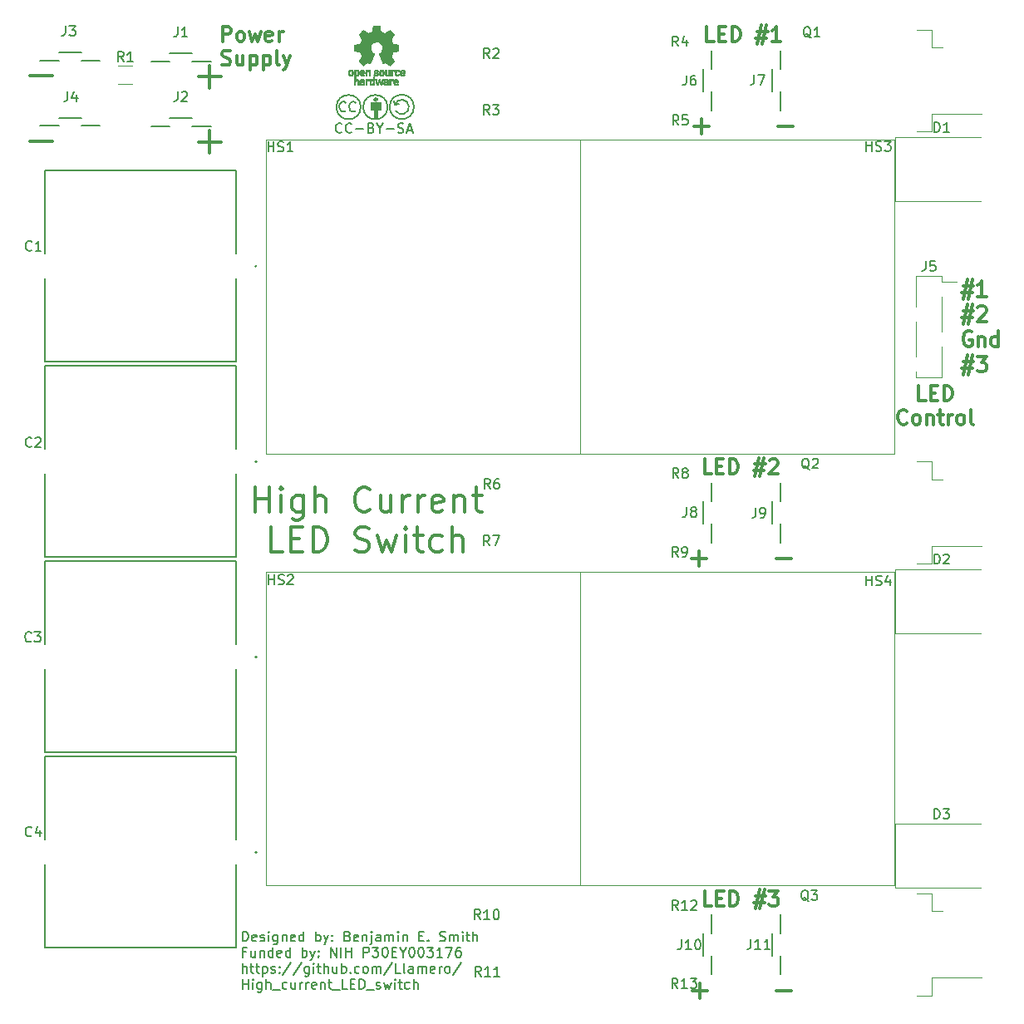
<source format=gto>
G04 #@! TF.GenerationSoftware,KiCad,Pcbnew,7.0.1*
G04 #@! TF.CreationDate,2023-12-15T21:30:21-08:00*
G04 #@! TF.ProjectId,High current LED switch with ballast,48696768-2063-4757-9272-656e74204c45,rev?*
G04 #@! TF.SameCoordinates,Original*
G04 #@! TF.FileFunction,Legend,Top*
G04 #@! TF.FilePolarity,Positive*
%FSLAX46Y46*%
G04 Gerber Fmt 4.6, Leading zero omitted, Abs format (unit mm)*
G04 Created by KiCad (PCBNEW 7.0.1) date 2023-12-15 21:30:21*
%MOMM*%
%LPD*%
G01*
G04 APERTURE LIST*
%ADD10C,0.300000*%
%ADD11C,0.150000*%
%ADD12C,0.120000*%
%ADD13C,0.152400*%
%ADD14C,0.100000*%
%ADD15C,0.285372*%
%ADD16C,0.127000*%
%ADD17C,0.010000*%
G04 APERTURE END LIST*
D10*
X-31840714Y44410000D02*
X-29555000Y44410000D01*
X-30697857Y43267142D02*
X-30697857Y45552857D01*
X-31840714Y37760000D02*
X-29555000Y37760000D01*
X-30697857Y36617142D02*
X-30697857Y38902857D01*
X-26049047Y65952D02*
X-26049047Y2565952D01*
X-26049047Y1375476D02*
X-24620476Y1375476D01*
X-24620476Y65952D02*
X-24620476Y2565952D01*
X-23429999Y65952D02*
X-23429999Y1732619D01*
X-23429999Y2565952D02*
X-23549047Y2446904D01*
X-23549047Y2446904D02*
X-23429999Y2327857D01*
X-23429999Y2327857D02*
X-23310952Y2446904D01*
X-23310952Y2446904D02*
X-23429999Y2565952D01*
X-23429999Y2565952D02*
X-23429999Y2327857D01*
X-21168095Y1732619D02*
X-21168095Y-291190D01*
X-21168095Y-291190D02*
X-21287142Y-529285D01*
X-21287142Y-529285D02*
X-21406190Y-648333D01*
X-21406190Y-648333D02*
X-21644285Y-767380D01*
X-21644285Y-767380D02*
X-22001428Y-767380D01*
X-22001428Y-767380D02*
X-22239523Y-648333D01*
X-21168095Y185000D02*
X-21406190Y65952D01*
X-21406190Y65952D02*
X-21882381Y65952D01*
X-21882381Y65952D02*
X-22120476Y185000D01*
X-22120476Y185000D02*
X-22239523Y304047D01*
X-22239523Y304047D02*
X-22358571Y542142D01*
X-22358571Y542142D02*
X-22358571Y1256428D01*
X-22358571Y1256428D02*
X-22239523Y1494523D01*
X-22239523Y1494523D02*
X-22120476Y1613571D01*
X-22120476Y1613571D02*
X-21882381Y1732619D01*
X-21882381Y1732619D02*
X-21406190Y1732619D01*
X-21406190Y1732619D02*
X-21168095Y1613571D01*
X-19977618Y65952D02*
X-19977618Y2565952D01*
X-18906190Y65952D02*
X-18906190Y1375476D01*
X-18906190Y1375476D02*
X-19025237Y1613571D01*
X-19025237Y1613571D02*
X-19263333Y1732619D01*
X-19263333Y1732619D02*
X-19620476Y1732619D01*
X-19620476Y1732619D02*
X-19858571Y1613571D01*
X-19858571Y1613571D02*
X-19977618Y1494523D01*
X-14382380Y304047D02*
X-14501428Y185000D01*
X-14501428Y185000D02*
X-14858570Y65952D01*
X-14858570Y65952D02*
X-15096666Y65952D01*
X-15096666Y65952D02*
X-15453809Y185000D01*
X-15453809Y185000D02*
X-15691904Y423095D01*
X-15691904Y423095D02*
X-15810951Y661190D01*
X-15810951Y661190D02*
X-15929999Y1137380D01*
X-15929999Y1137380D02*
X-15929999Y1494523D01*
X-15929999Y1494523D02*
X-15810951Y1970714D01*
X-15810951Y1970714D02*
X-15691904Y2208809D01*
X-15691904Y2208809D02*
X-15453809Y2446904D01*
X-15453809Y2446904D02*
X-15096666Y2565952D01*
X-15096666Y2565952D02*
X-14858570Y2565952D01*
X-14858570Y2565952D02*
X-14501428Y2446904D01*
X-14501428Y2446904D02*
X-14382380Y2327857D01*
X-12239523Y1732619D02*
X-12239523Y65952D01*
X-13310951Y1732619D02*
X-13310951Y423095D01*
X-13310951Y423095D02*
X-13191904Y185000D01*
X-13191904Y185000D02*
X-12953809Y65952D01*
X-12953809Y65952D02*
X-12596666Y65952D01*
X-12596666Y65952D02*
X-12358570Y185000D01*
X-12358570Y185000D02*
X-12239523Y304047D01*
X-11049046Y65952D02*
X-11049046Y1732619D01*
X-11049046Y1256428D02*
X-10929999Y1494523D01*
X-10929999Y1494523D02*
X-10810951Y1613571D01*
X-10810951Y1613571D02*
X-10572856Y1732619D01*
X-10572856Y1732619D02*
X-10334761Y1732619D01*
X-9501427Y65952D02*
X-9501427Y1732619D01*
X-9501427Y1256428D02*
X-9382380Y1494523D01*
X-9382380Y1494523D02*
X-9263332Y1613571D01*
X-9263332Y1613571D02*
X-9025237Y1732619D01*
X-9025237Y1732619D02*
X-8787142Y1732619D01*
X-7001427Y185000D02*
X-7239523Y65952D01*
X-7239523Y65952D02*
X-7715713Y65952D01*
X-7715713Y65952D02*
X-7953808Y185000D01*
X-7953808Y185000D02*
X-8072856Y423095D01*
X-8072856Y423095D02*
X-8072856Y1375476D01*
X-8072856Y1375476D02*
X-7953808Y1613571D01*
X-7953808Y1613571D02*
X-7715713Y1732619D01*
X-7715713Y1732619D02*
X-7239523Y1732619D01*
X-7239523Y1732619D02*
X-7001427Y1613571D01*
X-7001427Y1613571D02*
X-6882380Y1375476D01*
X-6882380Y1375476D02*
X-6882380Y1137380D01*
X-6882380Y1137380D02*
X-8072856Y899285D01*
X-5810951Y1732619D02*
X-5810951Y65952D01*
X-5810951Y1494523D02*
X-5691904Y1613571D01*
X-5691904Y1613571D02*
X-5453809Y1732619D01*
X-5453809Y1732619D02*
X-5096666Y1732619D01*
X-5096666Y1732619D02*
X-4858570Y1613571D01*
X-4858570Y1613571D02*
X-4739523Y1375476D01*
X-4739523Y1375476D02*
X-4739523Y65952D01*
X-3906189Y1732619D02*
X-2953808Y1732619D01*
X-3549046Y2565952D02*
X-3549046Y423095D01*
X-3549046Y423095D02*
X-3429999Y185000D01*
X-3429999Y185000D02*
X-3191904Y65952D01*
X-3191904Y65952D02*
X-2953808Y65952D01*
X-23251428Y-3984047D02*
X-24441904Y-3984047D01*
X-24441904Y-3984047D02*
X-24441904Y-1484047D01*
X-22418094Y-2674523D02*
X-21584761Y-2674523D01*
X-21227618Y-3984047D02*
X-22418094Y-3984047D01*
X-22418094Y-3984047D02*
X-22418094Y-1484047D01*
X-22418094Y-1484047D02*
X-21227618Y-1484047D01*
X-20156189Y-3984047D02*
X-20156189Y-1484047D01*
X-20156189Y-1484047D02*
X-19560951Y-1484047D01*
X-19560951Y-1484047D02*
X-19203808Y-1603095D01*
X-19203808Y-1603095D02*
X-18965713Y-1841190D01*
X-18965713Y-1841190D02*
X-18846666Y-2079285D01*
X-18846666Y-2079285D02*
X-18727618Y-2555476D01*
X-18727618Y-2555476D02*
X-18727618Y-2912619D01*
X-18727618Y-2912619D02*
X-18846666Y-3388809D01*
X-18846666Y-3388809D02*
X-18965713Y-3626904D01*
X-18965713Y-3626904D02*
X-19203808Y-3865000D01*
X-19203808Y-3865000D02*
X-19560951Y-3984047D01*
X-19560951Y-3984047D02*
X-20156189Y-3984047D01*
X-15870475Y-3865000D02*
X-15513332Y-3984047D01*
X-15513332Y-3984047D02*
X-14918094Y-3984047D01*
X-14918094Y-3984047D02*
X-14679999Y-3865000D01*
X-14679999Y-3865000D02*
X-14560951Y-3745952D01*
X-14560951Y-3745952D02*
X-14441904Y-3507857D01*
X-14441904Y-3507857D02*
X-14441904Y-3269761D01*
X-14441904Y-3269761D02*
X-14560951Y-3031666D01*
X-14560951Y-3031666D02*
X-14679999Y-2912619D01*
X-14679999Y-2912619D02*
X-14918094Y-2793571D01*
X-14918094Y-2793571D02*
X-15394285Y-2674523D01*
X-15394285Y-2674523D02*
X-15632380Y-2555476D01*
X-15632380Y-2555476D02*
X-15751427Y-2436428D01*
X-15751427Y-2436428D02*
X-15870475Y-2198333D01*
X-15870475Y-2198333D02*
X-15870475Y-1960238D01*
X-15870475Y-1960238D02*
X-15751427Y-1722142D01*
X-15751427Y-1722142D02*
X-15632380Y-1603095D01*
X-15632380Y-1603095D02*
X-15394285Y-1484047D01*
X-15394285Y-1484047D02*
X-14799046Y-1484047D01*
X-14799046Y-1484047D02*
X-14441904Y-1603095D01*
X-13608571Y-2317380D02*
X-13132380Y-3984047D01*
X-13132380Y-3984047D02*
X-12656190Y-2793571D01*
X-12656190Y-2793571D02*
X-12179999Y-3984047D01*
X-12179999Y-3984047D02*
X-11703809Y-2317380D01*
X-10751427Y-3984047D02*
X-10751427Y-2317380D01*
X-10751427Y-1484047D02*
X-10870475Y-1603095D01*
X-10870475Y-1603095D02*
X-10751427Y-1722142D01*
X-10751427Y-1722142D02*
X-10632380Y-1603095D01*
X-10632380Y-1603095D02*
X-10751427Y-1484047D01*
X-10751427Y-1484047D02*
X-10751427Y-1722142D01*
X-9918094Y-2317380D02*
X-8965713Y-2317380D01*
X-9560951Y-1484047D02*
X-9560951Y-3626904D01*
X-9560951Y-3626904D02*
X-9441904Y-3865000D01*
X-9441904Y-3865000D02*
X-9203809Y-3984047D01*
X-9203809Y-3984047D02*
X-8965713Y-3984047D01*
X-7060952Y-3865000D02*
X-7299047Y-3984047D01*
X-7299047Y-3984047D02*
X-7775238Y-3984047D01*
X-7775238Y-3984047D02*
X-8013333Y-3865000D01*
X-8013333Y-3865000D02*
X-8132380Y-3745952D01*
X-8132380Y-3745952D02*
X-8251428Y-3507857D01*
X-8251428Y-3507857D02*
X-8251428Y-2793571D01*
X-8251428Y-2793571D02*
X-8132380Y-2555476D01*
X-8132380Y-2555476D02*
X-8013333Y-2436428D01*
X-8013333Y-2436428D02*
X-7775238Y-2317380D01*
X-7775238Y-2317380D02*
X-7299047Y-2317380D01*
X-7299047Y-2317380D02*
X-7060952Y-2436428D01*
X-5989523Y-3984047D02*
X-5989523Y-1484047D01*
X-4918095Y-3984047D02*
X-4918095Y-2674523D01*
X-4918095Y-2674523D02*
X-5037142Y-2436428D01*
X-5037142Y-2436428D02*
X-5275238Y-2317380D01*
X-5275238Y-2317380D02*
X-5632381Y-2317380D01*
X-5632381Y-2317380D02*
X-5870476Y-2436428D01*
X-5870476Y-2436428D02*
X-5989523Y-2555476D01*
X20431428Y-40066428D02*
X19717142Y-40066428D01*
X19717142Y-40066428D02*
X19717142Y-38566428D01*
X20931428Y-39280714D02*
X21431428Y-39280714D01*
X21645714Y-40066428D02*
X20931428Y-40066428D01*
X20931428Y-40066428D02*
X20931428Y-38566428D01*
X20931428Y-38566428D02*
X21645714Y-38566428D01*
X22288571Y-40066428D02*
X22288571Y-38566428D01*
X22288571Y-38566428D02*
X22645714Y-38566428D01*
X22645714Y-38566428D02*
X22860000Y-38637857D01*
X22860000Y-38637857D02*
X23002857Y-38780714D01*
X23002857Y-38780714D02*
X23074286Y-38923571D01*
X23074286Y-38923571D02*
X23145714Y-39209285D01*
X23145714Y-39209285D02*
X23145714Y-39423571D01*
X23145714Y-39423571D02*
X23074286Y-39709285D01*
X23074286Y-39709285D02*
X23002857Y-39852142D01*
X23002857Y-39852142D02*
X22860000Y-39995000D01*
X22860000Y-39995000D02*
X22645714Y-40066428D01*
X22645714Y-40066428D02*
X22288571Y-40066428D01*
X24860000Y-39066428D02*
X25931428Y-39066428D01*
X25288571Y-38423571D02*
X24860000Y-40352142D01*
X25788571Y-39709285D02*
X24717143Y-39709285D01*
X25360000Y-40352142D02*
X25788571Y-38423571D01*
X26288571Y-38566428D02*
X27217143Y-38566428D01*
X27217143Y-38566428D02*
X26717143Y-39137857D01*
X26717143Y-39137857D02*
X26931428Y-39137857D01*
X26931428Y-39137857D02*
X27074286Y-39209285D01*
X27074286Y-39209285D02*
X27145714Y-39280714D01*
X27145714Y-39280714D02*
X27217143Y-39423571D01*
X27217143Y-39423571D02*
X27217143Y-39780714D01*
X27217143Y-39780714D02*
X27145714Y-39923571D01*
X27145714Y-39923571D02*
X27074286Y-39995000D01*
X27074286Y-39995000D02*
X26931428Y-40066428D01*
X26931428Y-40066428D02*
X26502857Y-40066428D01*
X26502857Y-40066428D02*
X26360000Y-39995000D01*
X26360000Y-39995000D02*
X26288571Y-39923571D01*
X-29372857Y48003571D02*
X-29372857Y49503571D01*
X-29372857Y49503571D02*
X-28801428Y49503571D01*
X-28801428Y49503571D02*
X-28658571Y49432142D01*
X-28658571Y49432142D02*
X-28587142Y49360714D01*
X-28587142Y49360714D02*
X-28515714Y49217857D01*
X-28515714Y49217857D02*
X-28515714Y49003571D01*
X-28515714Y49003571D02*
X-28587142Y48860714D01*
X-28587142Y48860714D02*
X-28658571Y48789285D01*
X-28658571Y48789285D02*
X-28801428Y48717857D01*
X-28801428Y48717857D02*
X-29372857Y48717857D01*
X-27658571Y48003571D02*
X-27801428Y48075000D01*
X-27801428Y48075000D02*
X-27872857Y48146428D01*
X-27872857Y48146428D02*
X-27944285Y48289285D01*
X-27944285Y48289285D02*
X-27944285Y48717857D01*
X-27944285Y48717857D02*
X-27872857Y48860714D01*
X-27872857Y48860714D02*
X-27801428Y48932142D01*
X-27801428Y48932142D02*
X-27658571Y49003571D01*
X-27658571Y49003571D02*
X-27444285Y49003571D01*
X-27444285Y49003571D02*
X-27301428Y48932142D01*
X-27301428Y48932142D02*
X-27230000Y48860714D01*
X-27230000Y48860714D02*
X-27158571Y48717857D01*
X-27158571Y48717857D02*
X-27158571Y48289285D01*
X-27158571Y48289285D02*
X-27230000Y48146428D01*
X-27230000Y48146428D02*
X-27301428Y48075000D01*
X-27301428Y48075000D02*
X-27444285Y48003571D01*
X-27444285Y48003571D02*
X-27658571Y48003571D01*
X-26658571Y49003571D02*
X-26372857Y48003571D01*
X-26372857Y48003571D02*
X-26087142Y48717857D01*
X-26087142Y48717857D02*
X-25801428Y48003571D01*
X-25801428Y48003571D02*
X-25515714Y49003571D01*
X-24372856Y48075000D02*
X-24515713Y48003571D01*
X-24515713Y48003571D02*
X-24801428Y48003571D01*
X-24801428Y48003571D02*
X-24944285Y48075000D01*
X-24944285Y48075000D02*
X-25015713Y48217857D01*
X-25015713Y48217857D02*
X-25015713Y48789285D01*
X-25015713Y48789285D02*
X-24944285Y48932142D01*
X-24944285Y48932142D02*
X-24801428Y49003571D01*
X-24801428Y49003571D02*
X-24515713Y49003571D01*
X-24515713Y49003571D02*
X-24372856Y48932142D01*
X-24372856Y48932142D02*
X-24301428Y48789285D01*
X-24301428Y48789285D02*
X-24301428Y48646428D01*
X-24301428Y48646428D02*
X-25015713Y48503571D01*
X-23658571Y48003571D02*
X-23658571Y49003571D01*
X-23658571Y48717857D02*
X-23587142Y48860714D01*
X-23587142Y48860714D02*
X-23515714Y48932142D01*
X-23515714Y48932142D02*
X-23372856Y49003571D01*
X-23372856Y49003571D02*
X-23229999Y49003571D01*
X-29444285Y45645000D02*
X-29230000Y45573571D01*
X-29230000Y45573571D02*
X-28872857Y45573571D01*
X-28872857Y45573571D02*
X-28730000Y45645000D01*
X-28730000Y45645000D02*
X-28658571Y45716428D01*
X-28658571Y45716428D02*
X-28587142Y45859285D01*
X-28587142Y45859285D02*
X-28587142Y46002142D01*
X-28587142Y46002142D02*
X-28658571Y46145000D01*
X-28658571Y46145000D02*
X-28730000Y46216428D01*
X-28730000Y46216428D02*
X-28872857Y46287857D01*
X-28872857Y46287857D02*
X-29158571Y46359285D01*
X-29158571Y46359285D02*
X-29301428Y46430714D01*
X-29301428Y46430714D02*
X-29372857Y46502142D01*
X-29372857Y46502142D02*
X-29444285Y46645000D01*
X-29444285Y46645000D02*
X-29444285Y46787857D01*
X-29444285Y46787857D02*
X-29372857Y46930714D01*
X-29372857Y46930714D02*
X-29301428Y47002142D01*
X-29301428Y47002142D02*
X-29158571Y47073571D01*
X-29158571Y47073571D02*
X-28801428Y47073571D01*
X-28801428Y47073571D02*
X-28587142Y47002142D01*
X-27301429Y46573571D02*
X-27301429Y45573571D01*
X-27944286Y46573571D02*
X-27944286Y45787857D01*
X-27944286Y45787857D02*
X-27872857Y45645000D01*
X-27872857Y45645000D02*
X-27730000Y45573571D01*
X-27730000Y45573571D02*
X-27515714Y45573571D01*
X-27515714Y45573571D02*
X-27372857Y45645000D01*
X-27372857Y45645000D02*
X-27301429Y45716428D01*
X-26587143Y46573571D02*
X-26587143Y45073571D01*
X-26587143Y46502142D02*
X-26444286Y46573571D01*
X-26444286Y46573571D02*
X-26158571Y46573571D01*
X-26158571Y46573571D02*
X-26015714Y46502142D01*
X-26015714Y46502142D02*
X-25944286Y46430714D01*
X-25944286Y46430714D02*
X-25872857Y46287857D01*
X-25872857Y46287857D02*
X-25872857Y45859285D01*
X-25872857Y45859285D02*
X-25944286Y45716428D01*
X-25944286Y45716428D02*
X-26015714Y45645000D01*
X-26015714Y45645000D02*
X-26158571Y45573571D01*
X-26158571Y45573571D02*
X-26444286Y45573571D01*
X-26444286Y45573571D02*
X-26587143Y45645000D01*
X-25230000Y46573571D02*
X-25230000Y45073571D01*
X-25230000Y46502142D02*
X-25087143Y46573571D01*
X-25087143Y46573571D02*
X-24801428Y46573571D01*
X-24801428Y46573571D02*
X-24658571Y46502142D01*
X-24658571Y46502142D02*
X-24587143Y46430714D01*
X-24587143Y46430714D02*
X-24515714Y46287857D01*
X-24515714Y46287857D02*
X-24515714Y45859285D01*
X-24515714Y45859285D02*
X-24587143Y45716428D01*
X-24587143Y45716428D02*
X-24658571Y45645000D01*
X-24658571Y45645000D02*
X-24801428Y45573571D01*
X-24801428Y45573571D02*
X-25087143Y45573571D01*
X-25087143Y45573571D02*
X-25230000Y45645000D01*
X-23658571Y45573571D02*
X-23801428Y45645000D01*
X-23801428Y45645000D02*
X-23872857Y45787857D01*
X-23872857Y45787857D02*
X-23872857Y47073571D01*
X-23230000Y46573571D02*
X-22872857Y45573571D01*
X-22515714Y46573571D02*
X-22872857Y45573571D01*
X-22872857Y45573571D02*
X-23015714Y45216428D01*
X-23015714Y45216428D02*
X-23087143Y45145000D01*
X-23087143Y45145000D02*
X-23230000Y45073571D01*
X18436190Y-48703333D02*
X19960000Y-48703333D01*
X19198095Y-49465238D02*
X19198095Y-47941428D01*
X27007620Y-48703333D02*
X28531430Y-48703333D01*
D11*
X-27361904Y-43667619D02*
X-27361904Y-42667619D01*
X-27361904Y-42667619D02*
X-27123809Y-42667619D01*
X-27123809Y-42667619D02*
X-26980952Y-42715238D01*
X-26980952Y-42715238D02*
X-26885714Y-42810476D01*
X-26885714Y-42810476D02*
X-26838095Y-42905714D01*
X-26838095Y-42905714D02*
X-26790476Y-43096190D01*
X-26790476Y-43096190D02*
X-26790476Y-43239047D01*
X-26790476Y-43239047D02*
X-26838095Y-43429523D01*
X-26838095Y-43429523D02*
X-26885714Y-43524761D01*
X-26885714Y-43524761D02*
X-26980952Y-43620000D01*
X-26980952Y-43620000D02*
X-27123809Y-43667619D01*
X-27123809Y-43667619D02*
X-27361904Y-43667619D01*
X-25980952Y-43620000D02*
X-26076190Y-43667619D01*
X-26076190Y-43667619D02*
X-26266666Y-43667619D01*
X-26266666Y-43667619D02*
X-26361904Y-43620000D01*
X-26361904Y-43620000D02*
X-26409523Y-43524761D01*
X-26409523Y-43524761D02*
X-26409523Y-43143809D01*
X-26409523Y-43143809D02*
X-26361904Y-43048571D01*
X-26361904Y-43048571D02*
X-26266666Y-43000952D01*
X-26266666Y-43000952D02*
X-26076190Y-43000952D01*
X-26076190Y-43000952D02*
X-25980952Y-43048571D01*
X-25980952Y-43048571D02*
X-25933333Y-43143809D01*
X-25933333Y-43143809D02*
X-25933333Y-43239047D01*
X-25933333Y-43239047D02*
X-26409523Y-43334285D01*
X-25552380Y-43620000D02*
X-25457142Y-43667619D01*
X-25457142Y-43667619D02*
X-25266666Y-43667619D01*
X-25266666Y-43667619D02*
X-25171428Y-43620000D01*
X-25171428Y-43620000D02*
X-25123809Y-43524761D01*
X-25123809Y-43524761D02*
X-25123809Y-43477142D01*
X-25123809Y-43477142D02*
X-25171428Y-43381904D01*
X-25171428Y-43381904D02*
X-25266666Y-43334285D01*
X-25266666Y-43334285D02*
X-25409523Y-43334285D01*
X-25409523Y-43334285D02*
X-25504761Y-43286666D01*
X-25504761Y-43286666D02*
X-25552380Y-43191428D01*
X-25552380Y-43191428D02*
X-25552380Y-43143809D01*
X-25552380Y-43143809D02*
X-25504761Y-43048571D01*
X-25504761Y-43048571D02*
X-25409523Y-43000952D01*
X-25409523Y-43000952D02*
X-25266666Y-43000952D01*
X-25266666Y-43000952D02*
X-25171428Y-43048571D01*
X-24695237Y-43667619D02*
X-24695237Y-43000952D01*
X-24695237Y-42667619D02*
X-24742856Y-42715238D01*
X-24742856Y-42715238D02*
X-24695237Y-42762857D01*
X-24695237Y-42762857D02*
X-24647618Y-42715238D01*
X-24647618Y-42715238D02*
X-24695237Y-42667619D01*
X-24695237Y-42667619D02*
X-24695237Y-42762857D01*
X-23790476Y-43000952D02*
X-23790476Y-43810476D01*
X-23790476Y-43810476D02*
X-23838095Y-43905714D01*
X-23838095Y-43905714D02*
X-23885714Y-43953333D01*
X-23885714Y-43953333D02*
X-23980952Y-44000952D01*
X-23980952Y-44000952D02*
X-24123809Y-44000952D01*
X-24123809Y-44000952D02*
X-24219047Y-43953333D01*
X-23790476Y-43620000D02*
X-23885714Y-43667619D01*
X-23885714Y-43667619D02*
X-24076190Y-43667619D01*
X-24076190Y-43667619D02*
X-24171428Y-43620000D01*
X-24171428Y-43620000D02*
X-24219047Y-43572380D01*
X-24219047Y-43572380D02*
X-24266666Y-43477142D01*
X-24266666Y-43477142D02*
X-24266666Y-43191428D01*
X-24266666Y-43191428D02*
X-24219047Y-43096190D01*
X-24219047Y-43096190D02*
X-24171428Y-43048571D01*
X-24171428Y-43048571D02*
X-24076190Y-43000952D01*
X-24076190Y-43000952D02*
X-23885714Y-43000952D01*
X-23885714Y-43000952D02*
X-23790476Y-43048571D01*
X-23314285Y-43000952D02*
X-23314285Y-43667619D01*
X-23314285Y-43096190D02*
X-23266666Y-43048571D01*
X-23266666Y-43048571D02*
X-23171428Y-43000952D01*
X-23171428Y-43000952D02*
X-23028571Y-43000952D01*
X-23028571Y-43000952D02*
X-22933333Y-43048571D01*
X-22933333Y-43048571D02*
X-22885714Y-43143809D01*
X-22885714Y-43143809D02*
X-22885714Y-43667619D01*
X-22028571Y-43620000D02*
X-22123809Y-43667619D01*
X-22123809Y-43667619D02*
X-22314285Y-43667619D01*
X-22314285Y-43667619D02*
X-22409523Y-43620000D01*
X-22409523Y-43620000D02*
X-22457142Y-43524761D01*
X-22457142Y-43524761D02*
X-22457142Y-43143809D01*
X-22457142Y-43143809D02*
X-22409523Y-43048571D01*
X-22409523Y-43048571D02*
X-22314285Y-43000952D01*
X-22314285Y-43000952D02*
X-22123809Y-43000952D01*
X-22123809Y-43000952D02*
X-22028571Y-43048571D01*
X-22028571Y-43048571D02*
X-21980952Y-43143809D01*
X-21980952Y-43143809D02*
X-21980952Y-43239047D01*
X-21980952Y-43239047D02*
X-22457142Y-43334285D01*
X-21123809Y-43667619D02*
X-21123809Y-42667619D01*
X-21123809Y-43620000D02*
X-21219047Y-43667619D01*
X-21219047Y-43667619D02*
X-21409523Y-43667619D01*
X-21409523Y-43667619D02*
X-21504761Y-43620000D01*
X-21504761Y-43620000D02*
X-21552380Y-43572380D01*
X-21552380Y-43572380D02*
X-21599999Y-43477142D01*
X-21599999Y-43477142D02*
X-21599999Y-43191428D01*
X-21599999Y-43191428D02*
X-21552380Y-43096190D01*
X-21552380Y-43096190D02*
X-21504761Y-43048571D01*
X-21504761Y-43048571D02*
X-21409523Y-43000952D01*
X-21409523Y-43000952D02*
X-21219047Y-43000952D01*
X-21219047Y-43000952D02*
X-21123809Y-43048571D01*
X-19885713Y-43667619D02*
X-19885713Y-42667619D01*
X-19885713Y-43048571D02*
X-19790475Y-43000952D01*
X-19790475Y-43000952D02*
X-19599999Y-43000952D01*
X-19599999Y-43000952D02*
X-19504761Y-43048571D01*
X-19504761Y-43048571D02*
X-19457142Y-43096190D01*
X-19457142Y-43096190D02*
X-19409523Y-43191428D01*
X-19409523Y-43191428D02*
X-19409523Y-43477142D01*
X-19409523Y-43477142D02*
X-19457142Y-43572380D01*
X-19457142Y-43572380D02*
X-19504761Y-43620000D01*
X-19504761Y-43620000D02*
X-19599999Y-43667619D01*
X-19599999Y-43667619D02*
X-19790475Y-43667619D01*
X-19790475Y-43667619D02*
X-19885713Y-43620000D01*
X-19076189Y-43000952D02*
X-18838094Y-43667619D01*
X-18599999Y-43000952D02*
X-18838094Y-43667619D01*
X-18838094Y-43667619D02*
X-18933332Y-43905714D01*
X-18933332Y-43905714D02*
X-18980951Y-43953333D01*
X-18980951Y-43953333D02*
X-19076189Y-44000952D01*
X-18219046Y-43572380D02*
X-18171427Y-43620000D01*
X-18171427Y-43620000D02*
X-18219046Y-43667619D01*
X-18219046Y-43667619D02*
X-18266665Y-43620000D01*
X-18266665Y-43620000D02*
X-18219046Y-43572380D01*
X-18219046Y-43572380D02*
X-18219046Y-43667619D01*
X-18219046Y-43048571D02*
X-18171427Y-43096190D01*
X-18171427Y-43096190D02*
X-18219046Y-43143809D01*
X-18219046Y-43143809D02*
X-18266665Y-43096190D01*
X-18266665Y-43096190D02*
X-18219046Y-43048571D01*
X-18219046Y-43048571D02*
X-18219046Y-43143809D01*
X-16647618Y-43143809D02*
X-16504761Y-43191428D01*
X-16504761Y-43191428D02*
X-16457142Y-43239047D01*
X-16457142Y-43239047D02*
X-16409523Y-43334285D01*
X-16409523Y-43334285D02*
X-16409523Y-43477142D01*
X-16409523Y-43477142D02*
X-16457142Y-43572380D01*
X-16457142Y-43572380D02*
X-16504761Y-43620000D01*
X-16504761Y-43620000D02*
X-16599999Y-43667619D01*
X-16599999Y-43667619D02*
X-16980951Y-43667619D01*
X-16980951Y-43667619D02*
X-16980951Y-42667619D01*
X-16980951Y-42667619D02*
X-16647618Y-42667619D01*
X-16647618Y-42667619D02*
X-16552380Y-42715238D01*
X-16552380Y-42715238D02*
X-16504761Y-42762857D01*
X-16504761Y-42762857D02*
X-16457142Y-42858095D01*
X-16457142Y-42858095D02*
X-16457142Y-42953333D01*
X-16457142Y-42953333D02*
X-16504761Y-43048571D01*
X-16504761Y-43048571D02*
X-16552380Y-43096190D01*
X-16552380Y-43096190D02*
X-16647618Y-43143809D01*
X-16647618Y-43143809D02*
X-16980951Y-43143809D01*
X-15599999Y-43620000D02*
X-15695237Y-43667619D01*
X-15695237Y-43667619D02*
X-15885713Y-43667619D01*
X-15885713Y-43667619D02*
X-15980951Y-43620000D01*
X-15980951Y-43620000D02*
X-16028570Y-43524761D01*
X-16028570Y-43524761D02*
X-16028570Y-43143809D01*
X-16028570Y-43143809D02*
X-15980951Y-43048571D01*
X-15980951Y-43048571D02*
X-15885713Y-43000952D01*
X-15885713Y-43000952D02*
X-15695237Y-43000952D01*
X-15695237Y-43000952D02*
X-15599999Y-43048571D01*
X-15599999Y-43048571D02*
X-15552380Y-43143809D01*
X-15552380Y-43143809D02*
X-15552380Y-43239047D01*
X-15552380Y-43239047D02*
X-16028570Y-43334285D01*
X-15123808Y-43000952D02*
X-15123808Y-43667619D01*
X-15123808Y-43096190D02*
X-15076189Y-43048571D01*
X-15076189Y-43048571D02*
X-14980951Y-43000952D01*
X-14980951Y-43000952D02*
X-14838094Y-43000952D01*
X-14838094Y-43000952D02*
X-14742856Y-43048571D01*
X-14742856Y-43048571D02*
X-14695237Y-43143809D01*
X-14695237Y-43143809D02*
X-14695237Y-43667619D01*
X-14219046Y-43000952D02*
X-14219046Y-43858095D01*
X-14219046Y-43858095D02*
X-14266665Y-43953333D01*
X-14266665Y-43953333D02*
X-14361903Y-44000952D01*
X-14361903Y-44000952D02*
X-14409522Y-44000952D01*
X-14219046Y-42667619D02*
X-14266665Y-42715238D01*
X-14266665Y-42715238D02*
X-14219046Y-42762857D01*
X-14219046Y-42762857D02*
X-14171427Y-42715238D01*
X-14171427Y-42715238D02*
X-14219046Y-42667619D01*
X-14219046Y-42667619D02*
X-14219046Y-42762857D01*
X-13314285Y-43667619D02*
X-13314285Y-43143809D01*
X-13314285Y-43143809D02*
X-13361904Y-43048571D01*
X-13361904Y-43048571D02*
X-13457142Y-43000952D01*
X-13457142Y-43000952D02*
X-13647618Y-43000952D01*
X-13647618Y-43000952D02*
X-13742856Y-43048571D01*
X-13314285Y-43620000D02*
X-13409523Y-43667619D01*
X-13409523Y-43667619D02*
X-13647618Y-43667619D01*
X-13647618Y-43667619D02*
X-13742856Y-43620000D01*
X-13742856Y-43620000D02*
X-13790475Y-43524761D01*
X-13790475Y-43524761D02*
X-13790475Y-43429523D01*
X-13790475Y-43429523D02*
X-13742856Y-43334285D01*
X-13742856Y-43334285D02*
X-13647618Y-43286666D01*
X-13647618Y-43286666D02*
X-13409523Y-43286666D01*
X-13409523Y-43286666D02*
X-13314285Y-43239047D01*
X-12838094Y-43667619D02*
X-12838094Y-43000952D01*
X-12838094Y-43096190D02*
X-12790475Y-43048571D01*
X-12790475Y-43048571D02*
X-12695237Y-43000952D01*
X-12695237Y-43000952D02*
X-12552380Y-43000952D01*
X-12552380Y-43000952D02*
X-12457142Y-43048571D01*
X-12457142Y-43048571D02*
X-12409523Y-43143809D01*
X-12409523Y-43143809D02*
X-12409523Y-43667619D01*
X-12409523Y-43143809D02*
X-12361904Y-43048571D01*
X-12361904Y-43048571D02*
X-12266666Y-43000952D01*
X-12266666Y-43000952D02*
X-12123809Y-43000952D01*
X-12123809Y-43000952D02*
X-12028570Y-43048571D01*
X-12028570Y-43048571D02*
X-11980951Y-43143809D01*
X-11980951Y-43143809D02*
X-11980951Y-43667619D01*
X-11504761Y-43667619D02*
X-11504761Y-43000952D01*
X-11504761Y-42667619D02*
X-11552380Y-42715238D01*
X-11552380Y-42715238D02*
X-11504761Y-42762857D01*
X-11504761Y-42762857D02*
X-11457142Y-42715238D01*
X-11457142Y-42715238D02*
X-11504761Y-42667619D01*
X-11504761Y-42667619D02*
X-11504761Y-42762857D01*
X-11028571Y-43000952D02*
X-11028571Y-43667619D01*
X-11028571Y-43096190D02*
X-10980952Y-43048571D01*
X-10980952Y-43048571D02*
X-10885714Y-43000952D01*
X-10885714Y-43000952D02*
X-10742857Y-43000952D01*
X-10742857Y-43000952D02*
X-10647619Y-43048571D01*
X-10647619Y-43048571D02*
X-10600000Y-43143809D01*
X-10600000Y-43143809D02*
X-10600000Y-43667619D01*
X-9361904Y-43143809D02*
X-9028571Y-43143809D01*
X-8885714Y-43667619D02*
X-9361904Y-43667619D01*
X-9361904Y-43667619D02*
X-9361904Y-42667619D01*
X-9361904Y-42667619D02*
X-8885714Y-42667619D01*
X-8457142Y-43572380D02*
X-8409523Y-43620000D01*
X-8409523Y-43620000D02*
X-8457142Y-43667619D01*
X-8457142Y-43667619D02*
X-8504761Y-43620000D01*
X-8504761Y-43620000D02*
X-8457142Y-43572380D01*
X-8457142Y-43572380D02*
X-8457142Y-43667619D01*
X-7266666Y-43620000D02*
X-7123809Y-43667619D01*
X-7123809Y-43667619D02*
X-6885714Y-43667619D01*
X-6885714Y-43667619D02*
X-6790476Y-43620000D01*
X-6790476Y-43620000D02*
X-6742857Y-43572380D01*
X-6742857Y-43572380D02*
X-6695238Y-43477142D01*
X-6695238Y-43477142D02*
X-6695238Y-43381904D01*
X-6695238Y-43381904D02*
X-6742857Y-43286666D01*
X-6742857Y-43286666D02*
X-6790476Y-43239047D01*
X-6790476Y-43239047D02*
X-6885714Y-43191428D01*
X-6885714Y-43191428D02*
X-7076190Y-43143809D01*
X-7076190Y-43143809D02*
X-7171428Y-43096190D01*
X-7171428Y-43096190D02*
X-7219047Y-43048571D01*
X-7219047Y-43048571D02*
X-7266666Y-42953333D01*
X-7266666Y-42953333D02*
X-7266666Y-42858095D01*
X-7266666Y-42858095D02*
X-7219047Y-42762857D01*
X-7219047Y-42762857D02*
X-7171428Y-42715238D01*
X-7171428Y-42715238D02*
X-7076190Y-42667619D01*
X-7076190Y-42667619D02*
X-6838095Y-42667619D01*
X-6838095Y-42667619D02*
X-6695238Y-42715238D01*
X-6266666Y-43667619D02*
X-6266666Y-43000952D01*
X-6266666Y-43096190D02*
X-6219047Y-43048571D01*
X-6219047Y-43048571D02*
X-6123809Y-43000952D01*
X-6123809Y-43000952D02*
X-5980952Y-43000952D01*
X-5980952Y-43000952D02*
X-5885714Y-43048571D01*
X-5885714Y-43048571D02*
X-5838095Y-43143809D01*
X-5838095Y-43143809D02*
X-5838095Y-43667619D01*
X-5838095Y-43143809D02*
X-5790476Y-43048571D01*
X-5790476Y-43048571D02*
X-5695238Y-43000952D01*
X-5695238Y-43000952D02*
X-5552381Y-43000952D01*
X-5552381Y-43000952D02*
X-5457142Y-43048571D01*
X-5457142Y-43048571D02*
X-5409523Y-43143809D01*
X-5409523Y-43143809D02*
X-5409523Y-43667619D01*
X-4933333Y-43667619D02*
X-4933333Y-43000952D01*
X-4933333Y-42667619D02*
X-4980952Y-42715238D01*
X-4980952Y-42715238D02*
X-4933333Y-42762857D01*
X-4933333Y-42762857D02*
X-4885714Y-42715238D01*
X-4885714Y-42715238D02*
X-4933333Y-42667619D01*
X-4933333Y-42667619D02*
X-4933333Y-42762857D01*
X-4600000Y-43000952D02*
X-4219048Y-43000952D01*
X-4457143Y-42667619D02*
X-4457143Y-43524761D01*
X-4457143Y-43524761D02*
X-4409524Y-43620000D01*
X-4409524Y-43620000D02*
X-4314286Y-43667619D01*
X-4314286Y-43667619D02*
X-4219048Y-43667619D01*
X-3885714Y-43667619D02*
X-3885714Y-42667619D01*
X-3457143Y-43667619D02*
X-3457143Y-43143809D01*
X-3457143Y-43143809D02*
X-3504762Y-43048571D01*
X-3504762Y-43048571D02*
X-3600000Y-43000952D01*
X-3600000Y-43000952D02*
X-3742857Y-43000952D01*
X-3742857Y-43000952D02*
X-3838095Y-43048571D01*
X-3838095Y-43048571D02*
X-3885714Y-43096190D01*
X-27028571Y-44763809D02*
X-27361904Y-44763809D01*
X-27361904Y-45287619D02*
X-27361904Y-44287619D01*
X-27361904Y-44287619D02*
X-26885714Y-44287619D01*
X-26076190Y-44620952D02*
X-26076190Y-45287619D01*
X-26504761Y-44620952D02*
X-26504761Y-45144761D01*
X-26504761Y-45144761D02*
X-26457142Y-45240000D01*
X-26457142Y-45240000D02*
X-26361904Y-45287619D01*
X-26361904Y-45287619D02*
X-26219047Y-45287619D01*
X-26219047Y-45287619D02*
X-26123809Y-45240000D01*
X-26123809Y-45240000D02*
X-26076190Y-45192380D01*
X-25599999Y-44620952D02*
X-25599999Y-45287619D01*
X-25599999Y-44716190D02*
X-25552380Y-44668571D01*
X-25552380Y-44668571D02*
X-25457142Y-44620952D01*
X-25457142Y-44620952D02*
X-25314285Y-44620952D01*
X-25314285Y-44620952D02*
X-25219047Y-44668571D01*
X-25219047Y-44668571D02*
X-25171428Y-44763809D01*
X-25171428Y-44763809D02*
X-25171428Y-45287619D01*
X-24266666Y-45287619D02*
X-24266666Y-44287619D01*
X-24266666Y-45240000D02*
X-24361904Y-45287619D01*
X-24361904Y-45287619D02*
X-24552380Y-45287619D01*
X-24552380Y-45287619D02*
X-24647618Y-45240000D01*
X-24647618Y-45240000D02*
X-24695237Y-45192380D01*
X-24695237Y-45192380D02*
X-24742856Y-45097142D01*
X-24742856Y-45097142D02*
X-24742856Y-44811428D01*
X-24742856Y-44811428D02*
X-24695237Y-44716190D01*
X-24695237Y-44716190D02*
X-24647618Y-44668571D01*
X-24647618Y-44668571D02*
X-24552380Y-44620952D01*
X-24552380Y-44620952D02*
X-24361904Y-44620952D01*
X-24361904Y-44620952D02*
X-24266666Y-44668571D01*
X-23409523Y-45240000D02*
X-23504761Y-45287619D01*
X-23504761Y-45287619D02*
X-23695237Y-45287619D01*
X-23695237Y-45287619D02*
X-23790475Y-45240000D01*
X-23790475Y-45240000D02*
X-23838094Y-45144761D01*
X-23838094Y-45144761D02*
X-23838094Y-44763809D01*
X-23838094Y-44763809D02*
X-23790475Y-44668571D01*
X-23790475Y-44668571D02*
X-23695237Y-44620952D01*
X-23695237Y-44620952D02*
X-23504761Y-44620952D01*
X-23504761Y-44620952D02*
X-23409523Y-44668571D01*
X-23409523Y-44668571D02*
X-23361904Y-44763809D01*
X-23361904Y-44763809D02*
X-23361904Y-44859047D01*
X-23361904Y-44859047D02*
X-23838094Y-44954285D01*
X-22504761Y-45287619D02*
X-22504761Y-44287619D01*
X-22504761Y-45240000D02*
X-22599999Y-45287619D01*
X-22599999Y-45287619D02*
X-22790475Y-45287619D01*
X-22790475Y-45287619D02*
X-22885713Y-45240000D01*
X-22885713Y-45240000D02*
X-22933332Y-45192380D01*
X-22933332Y-45192380D02*
X-22980951Y-45097142D01*
X-22980951Y-45097142D02*
X-22980951Y-44811428D01*
X-22980951Y-44811428D02*
X-22933332Y-44716190D01*
X-22933332Y-44716190D02*
X-22885713Y-44668571D01*
X-22885713Y-44668571D02*
X-22790475Y-44620952D01*
X-22790475Y-44620952D02*
X-22599999Y-44620952D01*
X-22599999Y-44620952D02*
X-22504761Y-44668571D01*
X-21266665Y-45287619D02*
X-21266665Y-44287619D01*
X-21266665Y-44668571D02*
X-21171427Y-44620952D01*
X-21171427Y-44620952D02*
X-20980951Y-44620952D01*
X-20980951Y-44620952D02*
X-20885713Y-44668571D01*
X-20885713Y-44668571D02*
X-20838094Y-44716190D01*
X-20838094Y-44716190D02*
X-20790475Y-44811428D01*
X-20790475Y-44811428D02*
X-20790475Y-45097142D01*
X-20790475Y-45097142D02*
X-20838094Y-45192380D01*
X-20838094Y-45192380D02*
X-20885713Y-45240000D01*
X-20885713Y-45240000D02*
X-20980951Y-45287619D01*
X-20980951Y-45287619D02*
X-21171427Y-45287619D01*
X-21171427Y-45287619D02*
X-21266665Y-45240000D01*
X-20457141Y-44620952D02*
X-20219046Y-45287619D01*
X-19980951Y-44620952D02*
X-20219046Y-45287619D01*
X-20219046Y-45287619D02*
X-20314284Y-45525714D01*
X-20314284Y-45525714D02*
X-20361903Y-45573333D01*
X-20361903Y-45573333D02*
X-20457141Y-45620952D01*
X-19599998Y-45192380D02*
X-19552379Y-45240000D01*
X-19552379Y-45240000D02*
X-19599998Y-45287619D01*
X-19599998Y-45287619D02*
X-19647617Y-45240000D01*
X-19647617Y-45240000D02*
X-19599998Y-45192380D01*
X-19599998Y-45192380D02*
X-19599998Y-45287619D01*
X-19599998Y-44668571D02*
X-19552379Y-44716190D01*
X-19552379Y-44716190D02*
X-19599998Y-44763809D01*
X-19599998Y-44763809D02*
X-19647617Y-44716190D01*
X-19647617Y-44716190D02*
X-19599998Y-44668571D01*
X-19599998Y-44668571D02*
X-19599998Y-44763809D01*
X-18361903Y-45287619D02*
X-18361903Y-44287619D01*
X-18361903Y-44287619D02*
X-17790475Y-45287619D01*
X-17790475Y-45287619D02*
X-17790475Y-44287619D01*
X-17314284Y-45287619D02*
X-17314284Y-44287619D01*
X-16838094Y-45287619D02*
X-16838094Y-44287619D01*
X-16838094Y-44763809D02*
X-16266666Y-44763809D01*
X-16266666Y-45287619D02*
X-16266666Y-44287619D01*
X-15028570Y-45287619D02*
X-15028570Y-44287619D01*
X-15028570Y-44287619D02*
X-14647618Y-44287619D01*
X-14647618Y-44287619D02*
X-14552380Y-44335238D01*
X-14552380Y-44335238D02*
X-14504761Y-44382857D01*
X-14504761Y-44382857D02*
X-14457142Y-44478095D01*
X-14457142Y-44478095D02*
X-14457142Y-44620952D01*
X-14457142Y-44620952D02*
X-14504761Y-44716190D01*
X-14504761Y-44716190D02*
X-14552380Y-44763809D01*
X-14552380Y-44763809D02*
X-14647618Y-44811428D01*
X-14647618Y-44811428D02*
X-15028570Y-44811428D01*
X-14123808Y-44287619D02*
X-13504761Y-44287619D01*
X-13504761Y-44287619D02*
X-13838094Y-44668571D01*
X-13838094Y-44668571D02*
X-13695237Y-44668571D01*
X-13695237Y-44668571D02*
X-13599999Y-44716190D01*
X-13599999Y-44716190D02*
X-13552380Y-44763809D01*
X-13552380Y-44763809D02*
X-13504761Y-44859047D01*
X-13504761Y-44859047D02*
X-13504761Y-45097142D01*
X-13504761Y-45097142D02*
X-13552380Y-45192380D01*
X-13552380Y-45192380D02*
X-13599999Y-45240000D01*
X-13599999Y-45240000D02*
X-13695237Y-45287619D01*
X-13695237Y-45287619D02*
X-13980951Y-45287619D01*
X-13980951Y-45287619D02*
X-14076189Y-45240000D01*
X-14076189Y-45240000D02*
X-14123808Y-45192380D01*
X-12885713Y-44287619D02*
X-12790475Y-44287619D01*
X-12790475Y-44287619D02*
X-12695237Y-44335238D01*
X-12695237Y-44335238D02*
X-12647618Y-44382857D01*
X-12647618Y-44382857D02*
X-12599999Y-44478095D01*
X-12599999Y-44478095D02*
X-12552380Y-44668571D01*
X-12552380Y-44668571D02*
X-12552380Y-44906666D01*
X-12552380Y-44906666D02*
X-12599999Y-45097142D01*
X-12599999Y-45097142D02*
X-12647618Y-45192380D01*
X-12647618Y-45192380D02*
X-12695237Y-45240000D01*
X-12695237Y-45240000D02*
X-12790475Y-45287619D01*
X-12790475Y-45287619D02*
X-12885713Y-45287619D01*
X-12885713Y-45287619D02*
X-12980951Y-45240000D01*
X-12980951Y-45240000D02*
X-13028570Y-45192380D01*
X-13028570Y-45192380D02*
X-13076189Y-45097142D01*
X-13076189Y-45097142D02*
X-13123808Y-44906666D01*
X-13123808Y-44906666D02*
X-13123808Y-44668571D01*
X-13123808Y-44668571D02*
X-13076189Y-44478095D01*
X-13076189Y-44478095D02*
X-13028570Y-44382857D01*
X-13028570Y-44382857D02*
X-12980951Y-44335238D01*
X-12980951Y-44335238D02*
X-12885713Y-44287619D01*
X-12123808Y-44763809D02*
X-11790475Y-44763809D01*
X-11647618Y-45287619D02*
X-12123808Y-45287619D01*
X-12123808Y-45287619D02*
X-12123808Y-44287619D01*
X-12123808Y-44287619D02*
X-11647618Y-44287619D01*
X-11028570Y-44811428D02*
X-11028570Y-45287619D01*
X-11361903Y-44287619D02*
X-11028570Y-44811428D01*
X-11028570Y-44811428D02*
X-10695237Y-44287619D01*
X-10171427Y-44287619D02*
X-10076189Y-44287619D01*
X-10076189Y-44287619D02*
X-9980951Y-44335238D01*
X-9980951Y-44335238D02*
X-9933332Y-44382857D01*
X-9933332Y-44382857D02*
X-9885713Y-44478095D01*
X-9885713Y-44478095D02*
X-9838094Y-44668571D01*
X-9838094Y-44668571D02*
X-9838094Y-44906666D01*
X-9838094Y-44906666D02*
X-9885713Y-45097142D01*
X-9885713Y-45097142D02*
X-9933332Y-45192380D01*
X-9933332Y-45192380D02*
X-9980951Y-45240000D01*
X-9980951Y-45240000D02*
X-10076189Y-45287619D01*
X-10076189Y-45287619D02*
X-10171427Y-45287619D01*
X-10171427Y-45287619D02*
X-10266665Y-45240000D01*
X-10266665Y-45240000D02*
X-10314284Y-45192380D01*
X-10314284Y-45192380D02*
X-10361903Y-45097142D01*
X-10361903Y-45097142D02*
X-10409522Y-44906666D01*
X-10409522Y-44906666D02*
X-10409522Y-44668571D01*
X-10409522Y-44668571D02*
X-10361903Y-44478095D01*
X-10361903Y-44478095D02*
X-10314284Y-44382857D01*
X-10314284Y-44382857D02*
X-10266665Y-44335238D01*
X-10266665Y-44335238D02*
X-10171427Y-44287619D01*
X-9219046Y-44287619D02*
X-9123808Y-44287619D01*
X-9123808Y-44287619D02*
X-9028570Y-44335238D01*
X-9028570Y-44335238D02*
X-8980951Y-44382857D01*
X-8980951Y-44382857D02*
X-8933332Y-44478095D01*
X-8933332Y-44478095D02*
X-8885713Y-44668571D01*
X-8885713Y-44668571D02*
X-8885713Y-44906666D01*
X-8885713Y-44906666D02*
X-8933332Y-45097142D01*
X-8933332Y-45097142D02*
X-8980951Y-45192380D01*
X-8980951Y-45192380D02*
X-9028570Y-45240000D01*
X-9028570Y-45240000D02*
X-9123808Y-45287619D01*
X-9123808Y-45287619D02*
X-9219046Y-45287619D01*
X-9219046Y-45287619D02*
X-9314284Y-45240000D01*
X-9314284Y-45240000D02*
X-9361903Y-45192380D01*
X-9361903Y-45192380D02*
X-9409522Y-45097142D01*
X-9409522Y-45097142D02*
X-9457141Y-44906666D01*
X-9457141Y-44906666D02*
X-9457141Y-44668571D01*
X-9457141Y-44668571D02*
X-9409522Y-44478095D01*
X-9409522Y-44478095D02*
X-9361903Y-44382857D01*
X-9361903Y-44382857D02*
X-9314284Y-44335238D01*
X-9314284Y-44335238D02*
X-9219046Y-44287619D01*
X-8552379Y-44287619D02*
X-7933332Y-44287619D01*
X-7933332Y-44287619D02*
X-8266665Y-44668571D01*
X-8266665Y-44668571D02*
X-8123808Y-44668571D01*
X-8123808Y-44668571D02*
X-8028570Y-44716190D01*
X-8028570Y-44716190D02*
X-7980951Y-44763809D01*
X-7980951Y-44763809D02*
X-7933332Y-44859047D01*
X-7933332Y-44859047D02*
X-7933332Y-45097142D01*
X-7933332Y-45097142D02*
X-7980951Y-45192380D01*
X-7980951Y-45192380D02*
X-8028570Y-45240000D01*
X-8028570Y-45240000D02*
X-8123808Y-45287619D01*
X-8123808Y-45287619D02*
X-8409522Y-45287619D01*
X-8409522Y-45287619D02*
X-8504760Y-45240000D01*
X-8504760Y-45240000D02*
X-8552379Y-45192380D01*
X-6980951Y-45287619D02*
X-7552379Y-45287619D01*
X-7266665Y-45287619D02*
X-7266665Y-44287619D01*
X-7266665Y-44287619D02*
X-7361903Y-44430476D01*
X-7361903Y-44430476D02*
X-7457141Y-44525714D01*
X-7457141Y-44525714D02*
X-7552379Y-44573333D01*
X-6647617Y-44287619D02*
X-5980951Y-44287619D01*
X-5980951Y-44287619D02*
X-6409522Y-45287619D01*
X-5171427Y-44287619D02*
X-5361903Y-44287619D01*
X-5361903Y-44287619D02*
X-5457141Y-44335238D01*
X-5457141Y-44335238D02*
X-5504760Y-44382857D01*
X-5504760Y-44382857D02*
X-5599998Y-44525714D01*
X-5599998Y-44525714D02*
X-5647617Y-44716190D01*
X-5647617Y-44716190D02*
X-5647617Y-45097142D01*
X-5647617Y-45097142D02*
X-5599998Y-45192380D01*
X-5599998Y-45192380D02*
X-5552379Y-45240000D01*
X-5552379Y-45240000D02*
X-5457141Y-45287619D01*
X-5457141Y-45287619D02*
X-5266665Y-45287619D01*
X-5266665Y-45287619D02*
X-5171427Y-45240000D01*
X-5171427Y-45240000D02*
X-5123808Y-45192380D01*
X-5123808Y-45192380D02*
X-5076189Y-45097142D01*
X-5076189Y-45097142D02*
X-5076189Y-44859047D01*
X-5076189Y-44859047D02*
X-5123808Y-44763809D01*
X-5123808Y-44763809D02*
X-5171427Y-44716190D01*
X-5171427Y-44716190D02*
X-5266665Y-44668571D01*
X-5266665Y-44668571D02*
X-5457141Y-44668571D01*
X-5457141Y-44668571D02*
X-5552379Y-44716190D01*
X-5552379Y-44716190D02*
X-5599998Y-44763809D01*
X-5599998Y-44763809D02*
X-5647617Y-44859047D01*
X-27361904Y-46907619D02*
X-27361904Y-45907619D01*
X-26933333Y-46907619D02*
X-26933333Y-46383809D01*
X-26933333Y-46383809D02*
X-26980952Y-46288571D01*
X-26980952Y-46288571D02*
X-27076190Y-46240952D01*
X-27076190Y-46240952D02*
X-27219047Y-46240952D01*
X-27219047Y-46240952D02*
X-27314285Y-46288571D01*
X-27314285Y-46288571D02*
X-27361904Y-46336190D01*
X-26599999Y-46240952D02*
X-26219047Y-46240952D01*
X-26457142Y-45907619D02*
X-26457142Y-46764761D01*
X-26457142Y-46764761D02*
X-26409523Y-46860000D01*
X-26409523Y-46860000D02*
X-26314285Y-46907619D01*
X-26314285Y-46907619D02*
X-26219047Y-46907619D01*
X-26028570Y-46240952D02*
X-25647618Y-46240952D01*
X-25885713Y-45907619D02*
X-25885713Y-46764761D01*
X-25885713Y-46764761D02*
X-25838094Y-46860000D01*
X-25838094Y-46860000D02*
X-25742856Y-46907619D01*
X-25742856Y-46907619D02*
X-25647618Y-46907619D01*
X-25314284Y-46240952D02*
X-25314284Y-47240952D01*
X-25314284Y-46288571D02*
X-25219046Y-46240952D01*
X-25219046Y-46240952D02*
X-25028570Y-46240952D01*
X-25028570Y-46240952D02*
X-24933332Y-46288571D01*
X-24933332Y-46288571D02*
X-24885713Y-46336190D01*
X-24885713Y-46336190D02*
X-24838094Y-46431428D01*
X-24838094Y-46431428D02*
X-24838094Y-46717142D01*
X-24838094Y-46717142D02*
X-24885713Y-46812380D01*
X-24885713Y-46812380D02*
X-24933332Y-46860000D01*
X-24933332Y-46860000D02*
X-25028570Y-46907619D01*
X-25028570Y-46907619D02*
X-25219046Y-46907619D01*
X-25219046Y-46907619D02*
X-25314284Y-46860000D01*
X-24457141Y-46860000D02*
X-24361903Y-46907619D01*
X-24361903Y-46907619D02*
X-24171427Y-46907619D01*
X-24171427Y-46907619D02*
X-24076189Y-46860000D01*
X-24076189Y-46860000D02*
X-24028570Y-46764761D01*
X-24028570Y-46764761D02*
X-24028570Y-46717142D01*
X-24028570Y-46717142D02*
X-24076189Y-46621904D01*
X-24076189Y-46621904D02*
X-24171427Y-46574285D01*
X-24171427Y-46574285D02*
X-24314284Y-46574285D01*
X-24314284Y-46574285D02*
X-24409522Y-46526666D01*
X-24409522Y-46526666D02*
X-24457141Y-46431428D01*
X-24457141Y-46431428D02*
X-24457141Y-46383809D01*
X-24457141Y-46383809D02*
X-24409522Y-46288571D01*
X-24409522Y-46288571D02*
X-24314284Y-46240952D01*
X-24314284Y-46240952D02*
X-24171427Y-46240952D01*
X-24171427Y-46240952D02*
X-24076189Y-46288571D01*
X-23599998Y-46812380D02*
X-23552379Y-46860000D01*
X-23552379Y-46860000D02*
X-23599998Y-46907619D01*
X-23599998Y-46907619D02*
X-23647617Y-46860000D01*
X-23647617Y-46860000D02*
X-23599998Y-46812380D01*
X-23599998Y-46812380D02*
X-23599998Y-46907619D01*
X-23599998Y-46288571D02*
X-23552379Y-46336190D01*
X-23552379Y-46336190D02*
X-23599998Y-46383809D01*
X-23599998Y-46383809D02*
X-23647617Y-46336190D01*
X-23647617Y-46336190D02*
X-23599998Y-46288571D01*
X-23599998Y-46288571D02*
X-23599998Y-46383809D01*
X-22409523Y-45860000D02*
X-23266665Y-47145714D01*
X-21361904Y-45860000D02*
X-22219046Y-47145714D01*
X-20599999Y-46240952D02*
X-20599999Y-47050476D01*
X-20599999Y-47050476D02*
X-20647618Y-47145714D01*
X-20647618Y-47145714D02*
X-20695237Y-47193333D01*
X-20695237Y-47193333D02*
X-20790475Y-47240952D01*
X-20790475Y-47240952D02*
X-20933332Y-47240952D01*
X-20933332Y-47240952D02*
X-21028570Y-47193333D01*
X-20599999Y-46860000D02*
X-20695237Y-46907619D01*
X-20695237Y-46907619D02*
X-20885713Y-46907619D01*
X-20885713Y-46907619D02*
X-20980951Y-46860000D01*
X-20980951Y-46860000D02*
X-21028570Y-46812380D01*
X-21028570Y-46812380D02*
X-21076189Y-46717142D01*
X-21076189Y-46717142D02*
X-21076189Y-46431428D01*
X-21076189Y-46431428D02*
X-21028570Y-46336190D01*
X-21028570Y-46336190D02*
X-20980951Y-46288571D01*
X-20980951Y-46288571D02*
X-20885713Y-46240952D01*
X-20885713Y-46240952D02*
X-20695237Y-46240952D01*
X-20695237Y-46240952D02*
X-20599999Y-46288571D01*
X-20123808Y-46907619D02*
X-20123808Y-46240952D01*
X-20123808Y-45907619D02*
X-20171427Y-45955238D01*
X-20171427Y-45955238D02*
X-20123808Y-46002857D01*
X-20123808Y-46002857D02*
X-20076189Y-45955238D01*
X-20076189Y-45955238D02*
X-20123808Y-45907619D01*
X-20123808Y-45907619D02*
X-20123808Y-46002857D01*
X-19790475Y-46240952D02*
X-19409523Y-46240952D01*
X-19647618Y-45907619D02*
X-19647618Y-46764761D01*
X-19647618Y-46764761D02*
X-19599999Y-46860000D01*
X-19599999Y-46860000D02*
X-19504761Y-46907619D01*
X-19504761Y-46907619D02*
X-19409523Y-46907619D01*
X-19076189Y-46907619D02*
X-19076189Y-45907619D01*
X-18647618Y-46907619D02*
X-18647618Y-46383809D01*
X-18647618Y-46383809D02*
X-18695237Y-46288571D01*
X-18695237Y-46288571D02*
X-18790475Y-46240952D01*
X-18790475Y-46240952D02*
X-18933332Y-46240952D01*
X-18933332Y-46240952D02*
X-19028570Y-46288571D01*
X-19028570Y-46288571D02*
X-19076189Y-46336190D01*
X-17742856Y-46240952D02*
X-17742856Y-46907619D01*
X-18171427Y-46240952D02*
X-18171427Y-46764761D01*
X-18171427Y-46764761D02*
X-18123808Y-46860000D01*
X-18123808Y-46860000D02*
X-18028570Y-46907619D01*
X-18028570Y-46907619D02*
X-17885713Y-46907619D01*
X-17885713Y-46907619D02*
X-17790475Y-46860000D01*
X-17790475Y-46860000D02*
X-17742856Y-46812380D01*
X-17266665Y-46907619D02*
X-17266665Y-45907619D01*
X-17266665Y-46288571D02*
X-17171427Y-46240952D01*
X-17171427Y-46240952D02*
X-16980951Y-46240952D01*
X-16980951Y-46240952D02*
X-16885713Y-46288571D01*
X-16885713Y-46288571D02*
X-16838094Y-46336190D01*
X-16838094Y-46336190D02*
X-16790475Y-46431428D01*
X-16790475Y-46431428D02*
X-16790475Y-46717142D01*
X-16790475Y-46717142D02*
X-16838094Y-46812380D01*
X-16838094Y-46812380D02*
X-16885713Y-46860000D01*
X-16885713Y-46860000D02*
X-16980951Y-46907619D01*
X-16980951Y-46907619D02*
X-17171427Y-46907619D01*
X-17171427Y-46907619D02*
X-17266665Y-46860000D01*
X-16361903Y-46812380D02*
X-16314284Y-46860000D01*
X-16314284Y-46860000D02*
X-16361903Y-46907619D01*
X-16361903Y-46907619D02*
X-16409522Y-46860000D01*
X-16409522Y-46860000D02*
X-16361903Y-46812380D01*
X-16361903Y-46812380D02*
X-16361903Y-46907619D01*
X-15457142Y-46860000D02*
X-15552380Y-46907619D01*
X-15552380Y-46907619D02*
X-15742856Y-46907619D01*
X-15742856Y-46907619D02*
X-15838094Y-46860000D01*
X-15838094Y-46860000D02*
X-15885713Y-46812380D01*
X-15885713Y-46812380D02*
X-15933332Y-46717142D01*
X-15933332Y-46717142D02*
X-15933332Y-46431428D01*
X-15933332Y-46431428D02*
X-15885713Y-46336190D01*
X-15885713Y-46336190D02*
X-15838094Y-46288571D01*
X-15838094Y-46288571D02*
X-15742856Y-46240952D01*
X-15742856Y-46240952D02*
X-15552380Y-46240952D01*
X-15552380Y-46240952D02*
X-15457142Y-46288571D01*
X-14885713Y-46907619D02*
X-14980951Y-46860000D01*
X-14980951Y-46860000D02*
X-15028570Y-46812380D01*
X-15028570Y-46812380D02*
X-15076189Y-46717142D01*
X-15076189Y-46717142D02*
X-15076189Y-46431428D01*
X-15076189Y-46431428D02*
X-15028570Y-46336190D01*
X-15028570Y-46336190D02*
X-14980951Y-46288571D01*
X-14980951Y-46288571D02*
X-14885713Y-46240952D01*
X-14885713Y-46240952D02*
X-14742856Y-46240952D01*
X-14742856Y-46240952D02*
X-14647618Y-46288571D01*
X-14647618Y-46288571D02*
X-14599999Y-46336190D01*
X-14599999Y-46336190D02*
X-14552380Y-46431428D01*
X-14552380Y-46431428D02*
X-14552380Y-46717142D01*
X-14552380Y-46717142D02*
X-14599999Y-46812380D01*
X-14599999Y-46812380D02*
X-14647618Y-46860000D01*
X-14647618Y-46860000D02*
X-14742856Y-46907619D01*
X-14742856Y-46907619D02*
X-14885713Y-46907619D01*
X-14123808Y-46907619D02*
X-14123808Y-46240952D01*
X-14123808Y-46336190D02*
X-14076189Y-46288571D01*
X-14076189Y-46288571D02*
X-13980951Y-46240952D01*
X-13980951Y-46240952D02*
X-13838094Y-46240952D01*
X-13838094Y-46240952D02*
X-13742856Y-46288571D01*
X-13742856Y-46288571D02*
X-13695237Y-46383809D01*
X-13695237Y-46383809D02*
X-13695237Y-46907619D01*
X-13695237Y-46383809D02*
X-13647618Y-46288571D01*
X-13647618Y-46288571D02*
X-13552380Y-46240952D01*
X-13552380Y-46240952D02*
X-13409523Y-46240952D01*
X-13409523Y-46240952D02*
X-13314284Y-46288571D01*
X-13314284Y-46288571D02*
X-13266665Y-46383809D01*
X-13266665Y-46383809D02*
X-13266665Y-46907619D01*
X-12076190Y-45860000D02*
X-12933332Y-47145714D01*
X-11266666Y-46907619D02*
X-11742856Y-46907619D01*
X-11742856Y-46907619D02*
X-11742856Y-45907619D01*
X-10790475Y-46907619D02*
X-10885713Y-46860000D01*
X-10885713Y-46860000D02*
X-10933332Y-46764761D01*
X-10933332Y-46764761D02*
X-10933332Y-45907619D01*
X-9980951Y-46907619D02*
X-9980951Y-46383809D01*
X-9980951Y-46383809D02*
X-10028570Y-46288571D01*
X-10028570Y-46288571D02*
X-10123808Y-46240952D01*
X-10123808Y-46240952D02*
X-10314284Y-46240952D01*
X-10314284Y-46240952D02*
X-10409522Y-46288571D01*
X-9980951Y-46860000D02*
X-10076189Y-46907619D01*
X-10076189Y-46907619D02*
X-10314284Y-46907619D01*
X-10314284Y-46907619D02*
X-10409522Y-46860000D01*
X-10409522Y-46860000D02*
X-10457141Y-46764761D01*
X-10457141Y-46764761D02*
X-10457141Y-46669523D01*
X-10457141Y-46669523D02*
X-10409522Y-46574285D01*
X-10409522Y-46574285D02*
X-10314284Y-46526666D01*
X-10314284Y-46526666D02*
X-10076189Y-46526666D01*
X-10076189Y-46526666D02*
X-9980951Y-46479047D01*
X-9504760Y-46907619D02*
X-9504760Y-46240952D01*
X-9504760Y-46336190D02*
X-9457141Y-46288571D01*
X-9457141Y-46288571D02*
X-9361903Y-46240952D01*
X-9361903Y-46240952D02*
X-9219046Y-46240952D01*
X-9219046Y-46240952D02*
X-9123808Y-46288571D01*
X-9123808Y-46288571D02*
X-9076189Y-46383809D01*
X-9076189Y-46383809D02*
X-9076189Y-46907619D01*
X-9076189Y-46383809D02*
X-9028570Y-46288571D01*
X-9028570Y-46288571D02*
X-8933332Y-46240952D01*
X-8933332Y-46240952D02*
X-8790475Y-46240952D01*
X-8790475Y-46240952D02*
X-8695236Y-46288571D01*
X-8695236Y-46288571D02*
X-8647617Y-46383809D01*
X-8647617Y-46383809D02*
X-8647617Y-46907619D01*
X-7790475Y-46860000D02*
X-7885713Y-46907619D01*
X-7885713Y-46907619D02*
X-8076189Y-46907619D01*
X-8076189Y-46907619D02*
X-8171427Y-46860000D01*
X-8171427Y-46860000D02*
X-8219046Y-46764761D01*
X-8219046Y-46764761D02*
X-8219046Y-46383809D01*
X-8219046Y-46383809D02*
X-8171427Y-46288571D01*
X-8171427Y-46288571D02*
X-8076189Y-46240952D01*
X-8076189Y-46240952D02*
X-7885713Y-46240952D01*
X-7885713Y-46240952D02*
X-7790475Y-46288571D01*
X-7790475Y-46288571D02*
X-7742856Y-46383809D01*
X-7742856Y-46383809D02*
X-7742856Y-46479047D01*
X-7742856Y-46479047D02*
X-8219046Y-46574285D01*
X-7314284Y-46907619D02*
X-7314284Y-46240952D01*
X-7314284Y-46431428D02*
X-7266665Y-46336190D01*
X-7266665Y-46336190D02*
X-7219046Y-46288571D01*
X-7219046Y-46288571D02*
X-7123808Y-46240952D01*
X-7123808Y-46240952D02*
X-7028570Y-46240952D01*
X-6552379Y-46907619D02*
X-6647617Y-46860000D01*
X-6647617Y-46860000D02*
X-6695236Y-46812380D01*
X-6695236Y-46812380D02*
X-6742855Y-46717142D01*
X-6742855Y-46717142D02*
X-6742855Y-46431428D01*
X-6742855Y-46431428D02*
X-6695236Y-46336190D01*
X-6695236Y-46336190D02*
X-6647617Y-46288571D01*
X-6647617Y-46288571D02*
X-6552379Y-46240952D01*
X-6552379Y-46240952D02*
X-6409522Y-46240952D01*
X-6409522Y-46240952D02*
X-6314284Y-46288571D01*
X-6314284Y-46288571D02*
X-6266665Y-46336190D01*
X-6266665Y-46336190D02*
X-6219046Y-46431428D01*
X-6219046Y-46431428D02*
X-6219046Y-46717142D01*
X-6219046Y-46717142D02*
X-6266665Y-46812380D01*
X-6266665Y-46812380D02*
X-6314284Y-46860000D01*
X-6314284Y-46860000D02*
X-6409522Y-46907619D01*
X-6409522Y-46907619D02*
X-6552379Y-46907619D01*
X-5076189Y-45860000D02*
X-5933331Y-47145714D01*
X-27361904Y-48527619D02*
X-27361904Y-47527619D01*
X-27361904Y-48003809D02*
X-26790476Y-48003809D01*
X-26790476Y-48527619D02*
X-26790476Y-47527619D01*
X-26314285Y-48527619D02*
X-26314285Y-47860952D01*
X-26314285Y-47527619D02*
X-26361904Y-47575238D01*
X-26361904Y-47575238D02*
X-26314285Y-47622857D01*
X-26314285Y-47622857D02*
X-26266666Y-47575238D01*
X-26266666Y-47575238D02*
X-26314285Y-47527619D01*
X-26314285Y-47527619D02*
X-26314285Y-47622857D01*
X-25409524Y-47860952D02*
X-25409524Y-48670476D01*
X-25409524Y-48670476D02*
X-25457143Y-48765714D01*
X-25457143Y-48765714D02*
X-25504762Y-48813333D01*
X-25504762Y-48813333D02*
X-25600000Y-48860952D01*
X-25600000Y-48860952D02*
X-25742857Y-48860952D01*
X-25742857Y-48860952D02*
X-25838095Y-48813333D01*
X-25409524Y-48480000D02*
X-25504762Y-48527619D01*
X-25504762Y-48527619D02*
X-25695238Y-48527619D01*
X-25695238Y-48527619D02*
X-25790476Y-48480000D01*
X-25790476Y-48480000D02*
X-25838095Y-48432380D01*
X-25838095Y-48432380D02*
X-25885714Y-48337142D01*
X-25885714Y-48337142D02*
X-25885714Y-48051428D01*
X-25885714Y-48051428D02*
X-25838095Y-47956190D01*
X-25838095Y-47956190D02*
X-25790476Y-47908571D01*
X-25790476Y-47908571D02*
X-25695238Y-47860952D01*
X-25695238Y-47860952D02*
X-25504762Y-47860952D01*
X-25504762Y-47860952D02*
X-25409524Y-47908571D01*
X-24933333Y-48527619D02*
X-24933333Y-47527619D01*
X-24504762Y-48527619D02*
X-24504762Y-48003809D01*
X-24504762Y-48003809D02*
X-24552381Y-47908571D01*
X-24552381Y-47908571D02*
X-24647619Y-47860952D01*
X-24647619Y-47860952D02*
X-24790476Y-47860952D01*
X-24790476Y-47860952D02*
X-24885714Y-47908571D01*
X-24885714Y-47908571D02*
X-24933333Y-47956190D01*
X-24266667Y-48622857D02*
X-23504762Y-48622857D01*
X-22838095Y-48480000D02*
X-22933333Y-48527619D01*
X-22933333Y-48527619D02*
X-23123809Y-48527619D01*
X-23123809Y-48527619D02*
X-23219047Y-48480000D01*
X-23219047Y-48480000D02*
X-23266666Y-48432380D01*
X-23266666Y-48432380D02*
X-23314285Y-48337142D01*
X-23314285Y-48337142D02*
X-23314285Y-48051428D01*
X-23314285Y-48051428D02*
X-23266666Y-47956190D01*
X-23266666Y-47956190D02*
X-23219047Y-47908571D01*
X-23219047Y-47908571D02*
X-23123809Y-47860952D01*
X-23123809Y-47860952D02*
X-22933333Y-47860952D01*
X-22933333Y-47860952D02*
X-22838095Y-47908571D01*
X-21980952Y-47860952D02*
X-21980952Y-48527619D01*
X-22409523Y-47860952D02*
X-22409523Y-48384761D01*
X-22409523Y-48384761D02*
X-22361904Y-48480000D01*
X-22361904Y-48480000D02*
X-22266666Y-48527619D01*
X-22266666Y-48527619D02*
X-22123809Y-48527619D01*
X-22123809Y-48527619D02*
X-22028571Y-48480000D01*
X-22028571Y-48480000D02*
X-21980952Y-48432380D01*
X-21504761Y-48527619D02*
X-21504761Y-47860952D01*
X-21504761Y-48051428D02*
X-21457142Y-47956190D01*
X-21457142Y-47956190D02*
X-21409523Y-47908571D01*
X-21409523Y-47908571D02*
X-21314285Y-47860952D01*
X-21314285Y-47860952D02*
X-21219047Y-47860952D01*
X-20885713Y-48527619D02*
X-20885713Y-47860952D01*
X-20885713Y-48051428D02*
X-20838094Y-47956190D01*
X-20838094Y-47956190D02*
X-20790475Y-47908571D01*
X-20790475Y-47908571D02*
X-20695237Y-47860952D01*
X-20695237Y-47860952D02*
X-20599999Y-47860952D01*
X-19885713Y-48480000D02*
X-19980951Y-48527619D01*
X-19980951Y-48527619D02*
X-20171427Y-48527619D01*
X-20171427Y-48527619D02*
X-20266665Y-48480000D01*
X-20266665Y-48480000D02*
X-20314284Y-48384761D01*
X-20314284Y-48384761D02*
X-20314284Y-48003809D01*
X-20314284Y-48003809D02*
X-20266665Y-47908571D01*
X-20266665Y-47908571D02*
X-20171427Y-47860952D01*
X-20171427Y-47860952D02*
X-19980951Y-47860952D01*
X-19980951Y-47860952D02*
X-19885713Y-47908571D01*
X-19885713Y-47908571D02*
X-19838094Y-48003809D01*
X-19838094Y-48003809D02*
X-19838094Y-48099047D01*
X-19838094Y-48099047D02*
X-20314284Y-48194285D01*
X-19409522Y-47860952D02*
X-19409522Y-48527619D01*
X-19409522Y-47956190D02*
X-19361903Y-47908571D01*
X-19361903Y-47908571D02*
X-19266665Y-47860952D01*
X-19266665Y-47860952D02*
X-19123808Y-47860952D01*
X-19123808Y-47860952D02*
X-19028570Y-47908571D01*
X-19028570Y-47908571D02*
X-18980951Y-48003809D01*
X-18980951Y-48003809D02*
X-18980951Y-48527619D01*
X-18647617Y-47860952D02*
X-18266665Y-47860952D01*
X-18504760Y-47527619D02*
X-18504760Y-48384761D01*
X-18504760Y-48384761D02*
X-18457141Y-48480000D01*
X-18457141Y-48480000D02*
X-18361903Y-48527619D01*
X-18361903Y-48527619D02*
X-18266665Y-48527619D01*
X-18171427Y-48622857D02*
X-17409522Y-48622857D01*
X-16695236Y-48527619D02*
X-17171426Y-48527619D01*
X-17171426Y-48527619D02*
X-17171426Y-47527619D01*
X-16361902Y-48003809D02*
X-16028569Y-48003809D01*
X-15885712Y-48527619D02*
X-16361902Y-48527619D01*
X-16361902Y-48527619D02*
X-16361902Y-47527619D01*
X-16361902Y-47527619D02*
X-15885712Y-47527619D01*
X-15457140Y-48527619D02*
X-15457140Y-47527619D01*
X-15457140Y-47527619D02*
X-15219045Y-47527619D01*
X-15219045Y-47527619D02*
X-15076188Y-47575238D01*
X-15076188Y-47575238D02*
X-14980950Y-47670476D01*
X-14980950Y-47670476D02*
X-14933331Y-47765714D01*
X-14933331Y-47765714D02*
X-14885712Y-47956190D01*
X-14885712Y-47956190D02*
X-14885712Y-48099047D01*
X-14885712Y-48099047D02*
X-14933331Y-48289523D01*
X-14933331Y-48289523D02*
X-14980950Y-48384761D01*
X-14980950Y-48384761D02*
X-15076188Y-48480000D01*
X-15076188Y-48480000D02*
X-15219045Y-48527619D01*
X-15219045Y-48527619D02*
X-15457140Y-48527619D01*
X-14695236Y-48622857D02*
X-13933331Y-48622857D01*
X-13742854Y-48480000D02*
X-13647616Y-48527619D01*
X-13647616Y-48527619D02*
X-13457140Y-48527619D01*
X-13457140Y-48527619D02*
X-13361902Y-48480000D01*
X-13361902Y-48480000D02*
X-13314283Y-48384761D01*
X-13314283Y-48384761D02*
X-13314283Y-48337142D01*
X-13314283Y-48337142D02*
X-13361902Y-48241904D01*
X-13361902Y-48241904D02*
X-13457140Y-48194285D01*
X-13457140Y-48194285D02*
X-13599997Y-48194285D01*
X-13599997Y-48194285D02*
X-13695235Y-48146666D01*
X-13695235Y-48146666D02*
X-13742854Y-48051428D01*
X-13742854Y-48051428D02*
X-13742854Y-48003809D01*
X-13742854Y-48003809D02*
X-13695235Y-47908571D01*
X-13695235Y-47908571D02*
X-13599997Y-47860952D01*
X-13599997Y-47860952D02*
X-13457140Y-47860952D01*
X-13457140Y-47860952D02*
X-13361902Y-47908571D01*
X-12980949Y-47860952D02*
X-12790473Y-48527619D01*
X-12790473Y-48527619D02*
X-12599997Y-48051428D01*
X-12599997Y-48051428D02*
X-12409521Y-48527619D01*
X-12409521Y-48527619D02*
X-12219045Y-47860952D01*
X-11838092Y-48527619D02*
X-11838092Y-47860952D01*
X-11838092Y-47527619D02*
X-11885711Y-47575238D01*
X-11885711Y-47575238D02*
X-11838092Y-47622857D01*
X-11838092Y-47622857D02*
X-11790473Y-47575238D01*
X-11790473Y-47575238D02*
X-11838092Y-47527619D01*
X-11838092Y-47527619D02*
X-11838092Y-47622857D01*
X-11504759Y-47860952D02*
X-11123807Y-47860952D01*
X-11361902Y-47527619D02*
X-11361902Y-48384761D01*
X-11361902Y-48384761D02*
X-11314283Y-48480000D01*
X-11314283Y-48480000D02*
X-11219045Y-48527619D01*
X-11219045Y-48527619D02*
X-11123807Y-48527619D01*
X-10361902Y-48480000D02*
X-10457140Y-48527619D01*
X-10457140Y-48527619D02*
X-10647616Y-48527619D01*
X-10647616Y-48527619D02*
X-10742854Y-48480000D01*
X-10742854Y-48480000D02*
X-10790473Y-48432380D01*
X-10790473Y-48432380D02*
X-10838092Y-48337142D01*
X-10838092Y-48337142D02*
X-10838092Y-48051428D01*
X-10838092Y-48051428D02*
X-10790473Y-47956190D01*
X-10790473Y-47956190D02*
X-10742854Y-47908571D01*
X-10742854Y-47908571D02*
X-10647616Y-47860952D01*
X-10647616Y-47860952D02*
X-10457140Y-47860952D01*
X-10457140Y-47860952D02*
X-10361902Y-47908571D01*
X-9933330Y-48527619D02*
X-9933330Y-47527619D01*
X-9504759Y-48527619D02*
X-9504759Y-48003809D01*
X-9504759Y-48003809D02*
X-9552378Y-47908571D01*
X-9552378Y-47908571D02*
X-9647616Y-47860952D01*
X-9647616Y-47860952D02*
X-9790473Y-47860952D01*
X-9790473Y-47860952D02*
X-9885711Y-47908571D01*
X-9885711Y-47908571D02*
X-9933330Y-47956190D01*
D10*
X-49020714Y44470000D02*
X-46735000Y44470000D01*
X42225714Y11413571D02*
X41511428Y11413571D01*
X41511428Y11413571D02*
X41511428Y12913571D01*
X42725714Y12199285D02*
X43225714Y12199285D01*
X43440000Y11413571D02*
X42725714Y11413571D01*
X42725714Y11413571D02*
X42725714Y12913571D01*
X42725714Y12913571D02*
X43440000Y12913571D01*
X44082857Y11413571D02*
X44082857Y12913571D01*
X44082857Y12913571D02*
X44440000Y12913571D01*
X44440000Y12913571D02*
X44654286Y12842142D01*
X44654286Y12842142D02*
X44797143Y12699285D01*
X44797143Y12699285D02*
X44868572Y12556428D01*
X44868572Y12556428D02*
X44940000Y12270714D01*
X44940000Y12270714D02*
X44940000Y12056428D01*
X44940000Y12056428D02*
X44868572Y11770714D01*
X44868572Y11770714D02*
X44797143Y11627857D01*
X44797143Y11627857D02*
X44654286Y11485000D01*
X44654286Y11485000D02*
X44440000Y11413571D01*
X44440000Y11413571D02*
X44082857Y11413571D01*
X40332857Y9126428D02*
X40261429Y9055000D01*
X40261429Y9055000D02*
X40047143Y8983571D01*
X40047143Y8983571D02*
X39904286Y8983571D01*
X39904286Y8983571D02*
X39690000Y9055000D01*
X39690000Y9055000D02*
X39547143Y9197857D01*
X39547143Y9197857D02*
X39475714Y9340714D01*
X39475714Y9340714D02*
X39404286Y9626428D01*
X39404286Y9626428D02*
X39404286Y9840714D01*
X39404286Y9840714D02*
X39475714Y10126428D01*
X39475714Y10126428D02*
X39547143Y10269285D01*
X39547143Y10269285D02*
X39690000Y10412142D01*
X39690000Y10412142D02*
X39904286Y10483571D01*
X39904286Y10483571D02*
X40047143Y10483571D01*
X40047143Y10483571D02*
X40261429Y10412142D01*
X40261429Y10412142D02*
X40332857Y10340714D01*
X41190000Y8983571D02*
X41047143Y9055000D01*
X41047143Y9055000D02*
X40975714Y9126428D01*
X40975714Y9126428D02*
X40904286Y9269285D01*
X40904286Y9269285D02*
X40904286Y9697857D01*
X40904286Y9697857D02*
X40975714Y9840714D01*
X40975714Y9840714D02*
X41047143Y9912142D01*
X41047143Y9912142D02*
X41190000Y9983571D01*
X41190000Y9983571D02*
X41404286Y9983571D01*
X41404286Y9983571D02*
X41547143Y9912142D01*
X41547143Y9912142D02*
X41618572Y9840714D01*
X41618572Y9840714D02*
X41690000Y9697857D01*
X41690000Y9697857D02*
X41690000Y9269285D01*
X41690000Y9269285D02*
X41618572Y9126428D01*
X41618572Y9126428D02*
X41547143Y9055000D01*
X41547143Y9055000D02*
X41404286Y8983571D01*
X41404286Y8983571D02*
X41190000Y8983571D01*
X42332857Y9983571D02*
X42332857Y8983571D01*
X42332857Y9840714D02*
X42404286Y9912142D01*
X42404286Y9912142D02*
X42547143Y9983571D01*
X42547143Y9983571D02*
X42761429Y9983571D01*
X42761429Y9983571D02*
X42904286Y9912142D01*
X42904286Y9912142D02*
X42975715Y9769285D01*
X42975715Y9769285D02*
X42975715Y8983571D01*
X43475715Y9983571D02*
X44047143Y9983571D01*
X43690000Y10483571D02*
X43690000Y9197857D01*
X43690000Y9197857D02*
X43761429Y9055000D01*
X43761429Y9055000D02*
X43904286Y8983571D01*
X43904286Y8983571D02*
X44047143Y8983571D01*
X44547143Y8983571D02*
X44547143Y9983571D01*
X44547143Y9697857D02*
X44618572Y9840714D01*
X44618572Y9840714D02*
X44690001Y9912142D01*
X44690001Y9912142D02*
X44832858Y9983571D01*
X44832858Y9983571D02*
X44975715Y9983571D01*
X45690000Y8983571D02*
X45547143Y9055000D01*
X45547143Y9055000D02*
X45475714Y9126428D01*
X45475714Y9126428D02*
X45404286Y9269285D01*
X45404286Y9269285D02*
X45404286Y9697857D01*
X45404286Y9697857D02*
X45475714Y9840714D01*
X45475714Y9840714D02*
X45547143Y9912142D01*
X45547143Y9912142D02*
X45690000Y9983571D01*
X45690000Y9983571D02*
X45904286Y9983571D01*
X45904286Y9983571D02*
X46047143Y9912142D01*
X46047143Y9912142D02*
X46118572Y9840714D01*
X46118572Y9840714D02*
X46190000Y9697857D01*
X46190000Y9697857D02*
X46190000Y9269285D01*
X46190000Y9269285D02*
X46118572Y9126428D01*
X46118572Y9126428D02*
X46047143Y9055000D01*
X46047143Y9055000D02*
X45904286Y8983571D01*
X45904286Y8983571D02*
X45690000Y8983571D01*
X47047143Y8983571D02*
X46904286Y9055000D01*
X46904286Y9055000D02*
X46832857Y9197857D01*
X46832857Y9197857D02*
X46832857Y10483571D01*
X-49020714Y37820000D02*
X-46735000Y37820000D01*
X20641428Y47983571D02*
X19927142Y47983571D01*
X19927142Y47983571D02*
X19927142Y49483571D01*
X21141428Y48769285D02*
X21641428Y48769285D01*
X21855714Y47983571D02*
X21141428Y47983571D01*
X21141428Y47983571D02*
X21141428Y49483571D01*
X21141428Y49483571D02*
X21855714Y49483571D01*
X22498571Y47983571D02*
X22498571Y49483571D01*
X22498571Y49483571D02*
X22855714Y49483571D01*
X22855714Y49483571D02*
X23070000Y49412142D01*
X23070000Y49412142D02*
X23212857Y49269285D01*
X23212857Y49269285D02*
X23284286Y49126428D01*
X23284286Y49126428D02*
X23355714Y48840714D01*
X23355714Y48840714D02*
X23355714Y48626428D01*
X23355714Y48626428D02*
X23284286Y48340714D01*
X23284286Y48340714D02*
X23212857Y48197857D01*
X23212857Y48197857D02*
X23070000Y48055000D01*
X23070000Y48055000D02*
X22855714Y47983571D01*
X22855714Y47983571D02*
X22498571Y47983571D01*
X25070000Y48983571D02*
X26141428Y48983571D01*
X25498571Y49626428D02*
X25070000Y47697857D01*
X25998571Y48340714D02*
X24927143Y48340714D01*
X25570000Y47697857D02*
X25998571Y49626428D01*
X27427143Y47983571D02*
X26570000Y47983571D01*
X26998571Y47983571D02*
X26998571Y49483571D01*
X26998571Y49483571D02*
X26855714Y49269285D01*
X26855714Y49269285D02*
X26712857Y49126428D01*
X26712857Y49126428D02*
X26570000Y49055000D01*
X18416190Y-4693333D02*
X19940000Y-4693333D01*
X19178095Y-5455238D02*
X19178095Y-3931428D01*
X26987620Y-4693333D02*
X28511430Y-4693333D01*
X46035714Y23065095D02*
X47107142Y23065095D01*
X46464285Y23742238D02*
X46035714Y21710809D01*
X46964285Y22387952D02*
X45892857Y22387952D01*
X46535714Y21710809D02*
X46964285Y23742238D01*
X48392857Y22011761D02*
X47535714Y22011761D01*
X47964285Y22011761D02*
X47964285Y23591761D01*
X47964285Y23591761D02*
X47821428Y23366047D01*
X47821428Y23366047D02*
X47678571Y23215571D01*
X47678571Y23215571D02*
X47535714Y23140333D01*
X46035714Y20505495D02*
X47107142Y20505495D01*
X46464285Y21182638D02*
X46035714Y19151209D01*
X46964285Y19828352D02*
X45892857Y19828352D01*
X46535714Y19151209D02*
X46964285Y21182638D01*
X47535714Y20881685D02*
X47607142Y20956923D01*
X47607142Y20956923D02*
X47750000Y21032161D01*
X47750000Y21032161D02*
X48107142Y21032161D01*
X48107142Y21032161D02*
X48250000Y20956923D01*
X48250000Y20956923D02*
X48321428Y20881685D01*
X48321428Y20881685D02*
X48392857Y20731209D01*
X48392857Y20731209D02*
X48392857Y20580733D01*
X48392857Y20580733D02*
X48321428Y20355019D01*
X48321428Y20355019D02*
X47464285Y19452161D01*
X47464285Y19452161D02*
X48392857Y19452161D01*
X46892857Y18397323D02*
X46750000Y18472561D01*
X46750000Y18472561D02*
X46535714Y18472561D01*
X46535714Y18472561D02*
X46321428Y18397323D01*
X46321428Y18397323D02*
X46178571Y18246847D01*
X46178571Y18246847D02*
X46107142Y18096371D01*
X46107142Y18096371D02*
X46035714Y17795419D01*
X46035714Y17795419D02*
X46035714Y17569704D01*
X46035714Y17569704D02*
X46107142Y17268752D01*
X46107142Y17268752D02*
X46178571Y17118276D01*
X46178571Y17118276D02*
X46321428Y16967800D01*
X46321428Y16967800D02*
X46535714Y16892561D01*
X46535714Y16892561D02*
X46678571Y16892561D01*
X46678571Y16892561D02*
X46892857Y16967800D01*
X46892857Y16967800D02*
X46964285Y17043038D01*
X46964285Y17043038D02*
X46964285Y17569704D01*
X46964285Y17569704D02*
X46678571Y17569704D01*
X47607142Y17945895D02*
X47607142Y16892561D01*
X47607142Y17795419D02*
X47678571Y17870657D01*
X47678571Y17870657D02*
X47821428Y17945895D01*
X47821428Y17945895D02*
X48035714Y17945895D01*
X48035714Y17945895D02*
X48178571Y17870657D01*
X48178571Y17870657D02*
X48250000Y17720180D01*
X48250000Y17720180D02*
X48250000Y16892561D01*
X49607143Y16892561D02*
X49607143Y18472561D01*
X49607143Y16967800D02*
X49464285Y16892561D01*
X49464285Y16892561D02*
X49178571Y16892561D01*
X49178571Y16892561D02*
X49035714Y16967800D01*
X49035714Y16967800D02*
X48964285Y17043038D01*
X48964285Y17043038D02*
X48892857Y17193514D01*
X48892857Y17193514D02*
X48892857Y17644942D01*
X48892857Y17644942D02*
X48964285Y17795419D01*
X48964285Y17795419D02*
X49035714Y17870657D01*
X49035714Y17870657D02*
X49178571Y17945895D01*
X49178571Y17945895D02*
X49464285Y17945895D01*
X49464285Y17945895D02*
X49607143Y17870657D01*
X46035714Y15386295D02*
X47107142Y15386295D01*
X46464285Y16063438D02*
X46035714Y14032009D01*
X46964285Y14709152D02*
X45892857Y14709152D01*
X46535714Y14032009D02*
X46964285Y16063438D01*
X47464285Y15912961D02*
X48392857Y15912961D01*
X48392857Y15912961D02*
X47892857Y15311057D01*
X47892857Y15311057D02*
X48107142Y15311057D01*
X48107142Y15311057D02*
X48250000Y15235819D01*
X48250000Y15235819D02*
X48321428Y15160580D01*
X48321428Y15160580D02*
X48392857Y15010104D01*
X48392857Y15010104D02*
X48392857Y14633914D01*
X48392857Y14633914D02*
X48321428Y14483438D01*
X48321428Y14483438D02*
X48250000Y14408200D01*
X48250000Y14408200D02*
X48107142Y14332961D01*
X48107142Y14332961D02*
X47678571Y14332961D01*
X47678571Y14332961D02*
X47535714Y14408200D01*
X47535714Y14408200D02*
X47464285Y14483438D01*
X20411428Y3943571D02*
X19697142Y3943571D01*
X19697142Y3943571D02*
X19697142Y5443571D01*
X20911428Y4729285D02*
X21411428Y4729285D01*
X21625714Y3943571D02*
X20911428Y3943571D01*
X20911428Y3943571D02*
X20911428Y5443571D01*
X20911428Y5443571D02*
X21625714Y5443571D01*
X22268571Y3943571D02*
X22268571Y5443571D01*
X22268571Y5443571D02*
X22625714Y5443571D01*
X22625714Y5443571D02*
X22840000Y5372142D01*
X22840000Y5372142D02*
X22982857Y5229285D01*
X22982857Y5229285D02*
X23054286Y5086428D01*
X23054286Y5086428D02*
X23125714Y4800714D01*
X23125714Y4800714D02*
X23125714Y4586428D01*
X23125714Y4586428D02*
X23054286Y4300714D01*
X23054286Y4300714D02*
X22982857Y4157857D01*
X22982857Y4157857D02*
X22840000Y4015000D01*
X22840000Y4015000D02*
X22625714Y3943571D01*
X22625714Y3943571D02*
X22268571Y3943571D01*
X24840000Y4943571D02*
X25911428Y4943571D01*
X25268571Y5586428D02*
X24840000Y3657857D01*
X25768571Y4300714D02*
X24697143Y4300714D01*
X25340000Y3657857D02*
X25768571Y5586428D01*
X26340000Y5300714D02*
X26411428Y5372142D01*
X26411428Y5372142D02*
X26554286Y5443571D01*
X26554286Y5443571D02*
X26911428Y5443571D01*
X26911428Y5443571D02*
X27054286Y5372142D01*
X27054286Y5372142D02*
X27125714Y5300714D01*
X27125714Y5300714D02*
X27197143Y5157857D01*
X27197143Y5157857D02*
X27197143Y5015000D01*
X27197143Y5015000D02*
X27125714Y4800714D01*
X27125714Y4800714D02*
X26268571Y3943571D01*
X26268571Y3943571D02*
X27197143Y3943571D01*
X18646190Y39346666D02*
X20170000Y39346666D01*
X19408095Y38584761D02*
X19408095Y40108571D01*
X27217620Y39346666D02*
X28741430Y39346666D01*
D11*
X-24718094Y-7332619D02*
X-24718094Y-6332619D01*
X-24718094Y-6808809D02*
X-24146666Y-6808809D01*
X-24146666Y-7332619D02*
X-24146666Y-6332619D01*
X-23718094Y-7285000D02*
X-23575237Y-7332619D01*
X-23575237Y-7332619D02*
X-23337142Y-7332619D01*
X-23337142Y-7332619D02*
X-23241904Y-7285000D01*
X-23241904Y-7285000D02*
X-23194285Y-7237380D01*
X-23194285Y-7237380D02*
X-23146666Y-7142142D01*
X-23146666Y-7142142D02*
X-23146666Y-7046904D01*
X-23146666Y-7046904D02*
X-23194285Y-6951666D01*
X-23194285Y-6951666D02*
X-23241904Y-6904047D01*
X-23241904Y-6904047D02*
X-23337142Y-6856428D01*
X-23337142Y-6856428D02*
X-23527618Y-6808809D01*
X-23527618Y-6808809D02*
X-23622856Y-6761190D01*
X-23622856Y-6761190D02*
X-23670475Y-6713571D01*
X-23670475Y-6713571D02*
X-23718094Y-6618333D01*
X-23718094Y-6618333D02*
X-23718094Y-6523095D01*
X-23718094Y-6523095D02*
X-23670475Y-6427857D01*
X-23670475Y-6427857D02*
X-23622856Y-6380238D01*
X-23622856Y-6380238D02*
X-23527618Y-6332619D01*
X-23527618Y-6332619D02*
X-23289523Y-6332619D01*
X-23289523Y-6332619D02*
X-23146666Y-6380238D01*
X-22765713Y-6427857D02*
X-22718094Y-6380238D01*
X-22718094Y-6380238D02*
X-22622856Y-6332619D01*
X-22622856Y-6332619D02*
X-22384761Y-6332619D01*
X-22384761Y-6332619D02*
X-22289523Y-6380238D01*
X-22289523Y-6380238D02*
X-22241904Y-6427857D01*
X-22241904Y-6427857D02*
X-22194285Y-6523095D01*
X-22194285Y-6523095D02*
X-22194285Y-6618333D01*
X-22194285Y-6618333D02*
X-22241904Y-6761190D01*
X-22241904Y-6761190D02*
X-22813332Y-7332619D01*
X-22813332Y-7332619D02*
X-22194285Y-7332619D01*
X17053333Y39487380D02*
X16720000Y39963571D01*
X16481905Y39487380D02*
X16481905Y40487380D01*
X16481905Y40487380D02*
X16862857Y40487380D01*
X16862857Y40487380D02*
X16958095Y40439761D01*
X16958095Y40439761D02*
X17005714Y40392142D01*
X17005714Y40392142D02*
X17053333Y40296904D01*
X17053333Y40296904D02*
X17053333Y40154047D01*
X17053333Y40154047D02*
X17005714Y40058809D01*
X17005714Y40058809D02*
X16958095Y40011190D01*
X16958095Y40011190D02*
X16862857Y39963571D01*
X16862857Y39963571D02*
X16481905Y39963571D01*
X17958095Y40487380D02*
X17481905Y40487380D01*
X17481905Y40487380D02*
X17434286Y40011190D01*
X17434286Y40011190D02*
X17481905Y40058809D01*
X17481905Y40058809D02*
X17577143Y40106428D01*
X17577143Y40106428D02*
X17815238Y40106428D01*
X17815238Y40106428D02*
X17910476Y40058809D01*
X17910476Y40058809D02*
X17958095Y40011190D01*
X17958095Y40011190D02*
X18005714Y39915952D01*
X18005714Y39915952D02*
X18005714Y39677857D01*
X18005714Y39677857D02*
X17958095Y39582619D01*
X17958095Y39582619D02*
X17910476Y39535000D01*
X17910476Y39535000D02*
X17815238Y39487380D01*
X17815238Y39487380D02*
X17577143Y39487380D01*
X17577143Y39487380D02*
X17481905Y39535000D01*
X17481905Y39535000D02*
X17434286Y39582619D01*
X-48856666Y6752619D02*
X-48904285Y6705000D01*
X-48904285Y6705000D02*
X-49047142Y6657380D01*
X-49047142Y6657380D02*
X-49142380Y6657380D01*
X-49142380Y6657380D02*
X-49285237Y6705000D01*
X-49285237Y6705000D02*
X-49380475Y6800238D01*
X-49380475Y6800238D02*
X-49428094Y6895476D01*
X-49428094Y6895476D02*
X-49475713Y7085952D01*
X-49475713Y7085952D02*
X-49475713Y7228809D01*
X-49475713Y7228809D02*
X-49428094Y7419285D01*
X-49428094Y7419285D02*
X-49380475Y7514523D01*
X-49380475Y7514523D02*
X-49285237Y7609761D01*
X-49285237Y7609761D02*
X-49142380Y7657380D01*
X-49142380Y7657380D02*
X-49047142Y7657380D01*
X-49047142Y7657380D02*
X-48904285Y7609761D01*
X-48904285Y7609761D02*
X-48856666Y7562142D01*
X-48475713Y7562142D02*
X-48428094Y7609761D01*
X-48428094Y7609761D02*
X-48332856Y7657380D01*
X-48332856Y7657380D02*
X-48094761Y7657380D01*
X-48094761Y7657380D02*
X-47999523Y7609761D01*
X-47999523Y7609761D02*
X-47951904Y7562142D01*
X-47951904Y7562142D02*
X-47904285Y7466904D01*
X-47904285Y7466904D02*
X-47904285Y7371666D01*
X-47904285Y7371666D02*
X-47951904Y7228809D01*
X-47951904Y7228809D02*
X-48523332Y6657380D01*
X-48523332Y6657380D02*
X-47904285Y6657380D01*
X17003333Y-4502619D02*
X16670000Y-4026428D01*
X16431905Y-4502619D02*
X16431905Y-3502619D01*
X16431905Y-3502619D02*
X16812857Y-3502619D01*
X16812857Y-3502619D02*
X16908095Y-3550238D01*
X16908095Y-3550238D02*
X16955714Y-3597857D01*
X16955714Y-3597857D02*
X17003333Y-3693095D01*
X17003333Y-3693095D02*
X17003333Y-3835952D01*
X17003333Y-3835952D02*
X16955714Y-3931190D01*
X16955714Y-3931190D02*
X16908095Y-3978809D01*
X16908095Y-3978809D02*
X16812857Y-4026428D01*
X16812857Y-4026428D02*
X16431905Y-4026428D01*
X17479524Y-4502619D02*
X17670000Y-4502619D01*
X17670000Y-4502619D02*
X17765238Y-4455000D01*
X17765238Y-4455000D02*
X17812857Y-4407380D01*
X17812857Y-4407380D02*
X17908095Y-4264523D01*
X17908095Y-4264523D02*
X17955714Y-4074047D01*
X17955714Y-4074047D02*
X17955714Y-3693095D01*
X17955714Y-3693095D02*
X17908095Y-3597857D01*
X17908095Y-3597857D02*
X17860476Y-3550238D01*
X17860476Y-3550238D02*
X17765238Y-3502619D01*
X17765238Y-3502619D02*
X17574762Y-3502619D01*
X17574762Y-3502619D02*
X17479524Y-3550238D01*
X17479524Y-3550238D02*
X17431905Y-3597857D01*
X17431905Y-3597857D02*
X17384286Y-3693095D01*
X17384286Y-3693095D02*
X17384286Y-3931190D01*
X17384286Y-3931190D02*
X17431905Y-4026428D01*
X17431905Y-4026428D02*
X17479524Y-4074047D01*
X17479524Y-4074047D02*
X17574762Y-4121666D01*
X17574762Y-4121666D02*
X17765238Y-4121666D01*
X17765238Y-4121666D02*
X17860476Y-4074047D01*
X17860476Y-4074047D02*
X17908095Y-4026428D01*
X17908095Y-4026428D02*
X17955714Y-3931190D01*
X17053333Y3517380D02*
X16720000Y3993571D01*
X16481905Y3517380D02*
X16481905Y4517380D01*
X16481905Y4517380D02*
X16862857Y4517380D01*
X16862857Y4517380D02*
X16958095Y4469761D01*
X16958095Y4469761D02*
X17005714Y4422142D01*
X17005714Y4422142D02*
X17053333Y4326904D01*
X17053333Y4326904D02*
X17053333Y4184047D01*
X17053333Y4184047D02*
X17005714Y4088809D01*
X17005714Y4088809D02*
X16958095Y4041190D01*
X16958095Y4041190D02*
X16862857Y3993571D01*
X16862857Y3993571D02*
X16481905Y3993571D01*
X17624762Y4088809D02*
X17529524Y4136428D01*
X17529524Y4136428D02*
X17481905Y4184047D01*
X17481905Y4184047D02*
X17434286Y4279285D01*
X17434286Y4279285D02*
X17434286Y4326904D01*
X17434286Y4326904D02*
X17481905Y4422142D01*
X17481905Y4422142D02*
X17529524Y4469761D01*
X17529524Y4469761D02*
X17624762Y4517380D01*
X17624762Y4517380D02*
X17815238Y4517380D01*
X17815238Y4517380D02*
X17910476Y4469761D01*
X17910476Y4469761D02*
X17958095Y4422142D01*
X17958095Y4422142D02*
X18005714Y4326904D01*
X18005714Y4326904D02*
X18005714Y4279285D01*
X18005714Y4279285D02*
X17958095Y4184047D01*
X17958095Y4184047D02*
X17910476Y4136428D01*
X17910476Y4136428D02*
X17815238Y4088809D01*
X17815238Y4088809D02*
X17624762Y4088809D01*
X17624762Y4088809D02*
X17529524Y4041190D01*
X17529524Y4041190D02*
X17481905Y3993571D01*
X17481905Y3993571D02*
X17434286Y3898333D01*
X17434286Y3898333D02*
X17434286Y3707857D01*
X17434286Y3707857D02*
X17481905Y3612619D01*
X17481905Y3612619D02*
X17529524Y3565000D01*
X17529524Y3565000D02*
X17624762Y3517380D01*
X17624762Y3517380D02*
X17815238Y3517380D01*
X17815238Y3517380D02*
X17910476Y3565000D01*
X17910476Y3565000D02*
X17958095Y3612619D01*
X17958095Y3612619D02*
X18005714Y3707857D01*
X18005714Y3707857D02*
X18005714Y3898333D01*
X18005714Y3898333D02*
X17958095Y3993571D01*
X17958095Y3993571D02*
X17910476Y4041190D01*
X17910476Y4041190D02*
X17815238Y4088809D01*
X-16860476Y40937619D02*
X-16908095Y40890000D01*
X-16908095Y40890000D02*
X-17050952Y40842380D01*
X-17050952Y40842380D02*
X-17146190Y40842380D01*
X-17146190Y40842380D02*
X-17289047Y40890000D01*
X-17289047Y40890000D02*
X-17384285Y40985238D01*
X-17384285Y40985238D02*
X-17431904Y41080476D01*
X-17431904Y41080476D02*
X-17479523Y41270952D01*
X-17479523Y41270952D02*
X-17479523Y41413809D01*
X-17479523Y41413809D02*
X-17431904Y41604285D01*
X-17431904Y41604285D02*
X-17384285Y41699523D01*
X-17384285Y41699523D02*
X-17289047Y41794761D01*
X-17289047Y41794761D02*
X-17146190Y41842380D01*
X-17146190Y41842380D02*
X-17050952Y41842380D01*
X-17050952Y41842380D02*
X-16908095Y41794761D01*
X-16908095Y41794761D02*
X-16860476Y41747142D01*
X-15860476Y40937619D02*
X-15908095Y40890000D01*
X-15908095Y40890000D02*
X-16050952Y40842380D01*
X-16050952Y40842380D02*
X-16146190Y40842380D01*
X-16146190Y40842380D02*
X-16289047Y40890000D01*
X-16289047Y40890000D02*
X-16384285Y40985238D01*
X-16384285Y40985238D02*
X-16431904Y41080476D01*
X-16431904Y41080476D02*
X-16479523Y41270952D01*
X-16479523Y41270952D02*
X-16479523Y41413809D01*
X-16479523Y41413809D02*
X-16431904Y41604285D01*
X-16431904Y41604285D02*
X-16384285Y41699523D01*
X-16384285Y41699523D02*
X-16289047Y41794761D01*
X-16289047Y41794761D02*
X-16146190Y41842380D01*
X-16146190Y41842380D02*
X-16050952Y41842380D01*
X-16050952Y41842380D02*
X-15908095Y41794761D01*
X-15908095Y41794761D02*
X-15860476Y41747142D01*
X-17250476Y38767619D02*
X-17298095Y38720000D01*
X-17298095Y38720000D02*
X-17440952Y38672380D01*
X-17440952Y38672380D02*
X-17536190Y38672380D01*
X-17536190Y38672380D02*
X-17679047Y38720000D01*
X-17679047Y38720000D02*
X-17774285Y38815238D01*
X-17774285Y38815238D02*
X-17821904Y38910476D01*
X-17821904Y38910476D02*
X-17869523Y39100952D01*
X-17869523Y39100952D02*
X-17869523Y39243809D01*
X-17869523Y39243809D02*
X-17821904Y39434285D01*
X-17821904Y39434285D02*
X-17774285Y39529523D01*
X-17774285Y39529523D02*
X-17679047Y39624761D01*
X-17679047Y39624761D02*
X-17536190Y39672380D01*
X-17536190Y39672380D02*
X-17440952Y39672380D01*
X-17440952Y39672380D02*
X-17298095Y39624761D01*
X-17298095Y39624761D02*
X-17250476Y39577142D01*
X-16250476Y38767619D02*
X-16298095Y38720000D01*
X-16298095Y38720000D02*
X-16440952Y38672380D01*
X-16440952Y38672380D02*
X-16536190Y38672380D01*
X-16536190Y38672380D02*
X-16679047Y38720000D01*
X-16679047Y38720000D02*
X-16774285Y38815238D01*
X-16774285Y38815238D02*
X-16821904Y38910476D01*
X-16821904Y38910476D02*
X-16869523Y39100952D01*
X-16869523Y39100952D02*
X-16869523Y39243809D01*
X-16869523Y39243809D02*
X-16821904Y39434285D01*
X-16821904Y39434285D02*
X-16774285Y39529523D01*
X-16774285Y39529523D02*
X-16679047Y39624761D01*
X-16679047Y39624761D02*
X-16536190Y39672380D01*
X-16536190Y39672380D02*
X-16440952Y39672380D01*
X-16440952Y39672380D02*
X-16298095Y39624761D01*
X-16298095Y39624761D02*
X-16250476Y39577142D01*
X-15821904Y39053333D02*
X-15060000Y39053333D01*
X-14250476Y39196190D02*
X-14107619Y39148571D01*
X-14107619Y39148571D02*
X-14060000Y39100952D01*
X-14060000Y39100952D02*
X-14012381Y39005714D01*
X-14012381Y39005714D02*
X-14012381Y38862857D01*
X-14012381Y38862857D02*
X-14060000Y38767619D01*
X-14060000Y38767619D02*
X-14107619Y38720000D01*
X-14107619Y38720000D02*
X-14202857Y38672380D01*
X-14202857Y38672380D02*
X-14583809Y38672380D01*
X-14583809Y38672380D02*
X-14583809Y39672380D01*
X-14583809Y39672380D02*
X-14250476Y39672380D01*
X-14250476Y39672380D02*
X-14155238Y39624761D01*
X-14155238Y39624761D02*
X-14107619Y39577142D01*
X-14107619Y39577142D02*
X-14060000Y39481904D01*
X-14060000Y39481904D02*
X-14060000Y39386666D01*
X-14060000Y39386666D02*
X-14107619Y39291428D01*
X-14107619Y39291428D02*
X-14155238Y39243809D01*
X-14155238Y39243809D02*
X-14250476Y39196190D01*
X-14250476Y39196190D02*
X-14583809Y39196190D01*
X-13393333Y39148571D02*
X-13393333Y38672380D01*
X-13726666Y39672380D02*
X-13393333Y39148571D01*
X-13393333Y39148571D02*
X-13060000Y39672380D01*
X-12726666Y39053333D02*
X-11964762Y39053333D01*
X-11536190Y38720000D02*
X-11393333Y38672380D01*
X-11393333Y38672380D02*
X-11155238Y38672380D01*
X-11155238Y38672380D02*
X-11060000Y38720000D01*
X-11060000Y38720000D02*
X-11012381Y38767619D01*
X-11012381Y38767619D02*
X-10964762Y38862857D01*
X-10964762Y38862857D02*
X-10964762Y38958095D01*
X-10964762Y38958095D02*
X-11012381Y39053333D01*
X-11012381Y39053333D02*
X-11060000Y39100952D01*
X-11060000Y39100952D02*
X-11155238Y39148571D01*
X-11155238Y39148571D02*
X-11345714Y39196190D01*
X-11345714Y39196190D02*
X-11440952Y39243809D01*
X-11440952Y39243809D02*
X-11488571Y39291428D01*
X-11488571Y39291428D02*
X-11536190Y39386666D01*
X-11536190Y39386666D02*
X-11536190Y39481904D01*
X-11536190Y39481904D02*
X-11488571Y39577142D01*
X-11488571Y39577142D02*
X-11440952Y39624761D01*
X-11440952Y39624761D02*
X-11345714Y39672380D01*
X-11345714Y39672380D02*
X-11107619Y39672380D01*
X-11107619Y39672380D02*
X-10964762Y39624761D01*
X-10583809Y38958095D02*
X-10107619Y38958095D01*
X-10679047Y38672380D02*
X-10345714Y39672380D01*
X-10345714Y39672380D02*
X-10012381Y38672380D01*
X-3142857Y-41442619D02*
X-3476190Y-40966428D01*
X-3714285Y-41442619D02*
X-3714285Y-40442619D01*
X-3714285Y-40442619D02*
X-3333333Y-40442619D01*
X-3333333Y-40442619D02*
X-3238095Y-40490238D01*
X-3238095Y-40490238D02*
X-3190476Y-40537857D01*
X-3190476Y-40537857D02*
X-3142857Y-40633095D01*
X-3142857Y-40633095D02*
X-3142857Y-40775952D01*
X-3142857Y-40775952D02*
X-3190476Y-40871190D01*
X-3190476Y-40871190D02*
X-3238095Y-40918809D01*
X-3238095Y-40918809D02*
X-3333333Y-40966428D01*
X-3333333Y-40966428D02*
X-3714285Y-40966428D01*
X-2190476Y-41442619D02*
X-2761904Y-41442619D01*
X-2476190Y-41442619D02*
X-2476190Y-40442619D01*
X-2476190Y-40442619D02*
X-2571428Y-40585476D01*
X-2571428Y-40585476D02*
X-2666666Y-40680714D01*
X-2666666Y-40680714D02*
X-2761904Y-40728333D01*
X-1571428Y-40442619D02*
X-1476190Y-40442619D01*
X-1476190Y-40442619D02*
X-1380952Y-40490238D01*
X-1380952Y-40490238D02*
X-1333333Y-40537857D01*
X-1333333Y-40537857D02*
X-1285714Y-40633095D01*
X-1285714Y-40633095D02*
X-1238095Y-40823571D01*
X-1238095Y-40823571D02*
X-1238095Y-41061666D01*
X-1238095Y-41061666D02*
X-1285714Y-41252142D01*
X-1285714Y-41252142D02*
X-1333333Y-41347380D01*
X-1333333Y-41347380D02*
X-1380952Y-41395000D01*
X-1380952Y-41395000D02*
X-1476190Y-41442619D01*
X-1476190Y-41442619D02*
X-1571428Y-41442619D01*
X-1571428Y-41442619D02*
X-1666666Y-41395000D01*
X-1666666Y-41395000D02*
X-1714285Y-41347380D01*
X-1714285Y-41347380D02*
X-1761904Y-41252142D01*
X-1761904Y-41252142D02*
X-1809523Y-41061666D01*
X-1809523Y-41061666D02*
X-1809523Y-40823571D01*
X-1809523Y-40823571D02*
X-1761904Y-40633095D01*
X-1761904Y-40633095D02*
X-1714285Y-40537857D01*
X-1714285Y-40537857D02*
X-1666666Y-40490238D01*
X-1666666Y-40490238D02*
X-1571428Y-40442619D01*
X17866666Y537380D02*
X17866666Y-176904D01*
X17866666Y-176904D02*
X17819047Y-319761D01*
X17819047Y-319761D02*
X17723809Y-415000D01*
X17723809Y-415000D02*
X17580952Y-462619D01*
X17580952Y-462619D02*
X17485714Y-462619D01*
X18485714Y108809D02*
X18390476Y156428D01*
X18390476Y156428D02*
X18342857Y204047D01*
X18342857Y204047D02*
X18295238Y299285D01*
X18295238Y299285D02*
X18295238Y346904D01*
X18295238Y346904D02*
X18342857Y442142D01*
X18342857Y442142D02*
X18390476Y489761D01*
X18390476Y489761D02*
X18485714Y537380D01*
X18485714Y537380D02*
X18676190Y537380D01*
X18676190Y537380D02*
X18771428Y489761D01*
X18771428Y489761D02*
X18819047Y442142D01*
X18819047Y442142D02*
X18866666Y346904D01*
X18866666Y346904D02*
X18866666Y299285D01*
X18866666Y299285D02*
X18819047Y204047D01*
X18819047Y204047D02*
X18771428Y156428D01*
X18771428Y156428D02*
X18676190Y108809D01*
X18676190Y108809D02*
X18485714Y108809D01*
X18485714Y108809D02*
X18390476Y61190D01*
X18390476Y61190D02*
X18342857Y13571D01*
X18342857Y13571D02*
X18295238Y-81666D01*
X18295238Y-81666D02*
X18295238Y-272142D01*
X18295238Y-272142D02*
X18342857Y-367380D01*
X18342857Y-367380D02*
X18390476Y-415000D01*
X18390476Y-415000D02*
X18485714Y-462619D01*
X18485714Y-462619D02*
X18676190Y-462619D01*
X18676190Y-462619D02*
X18771428Y-415000D01*
X18771428Y-415000D02*
X18819047Y-367380D01*
X18819047Y-367380D02*
X18866666Y-272142D01*
X18866666Y-272142D02*
X18866666Y-81666D01*
X18866666Y-81666D02*
X18819047Y13571D01*
X18819047Y13571D02*
X18771428Y61190D01*
X18771428Y61190D02*
X18676190Y108809D01*
X36161905Y-7432619D02*
X36161905Y-6432619D01*
X36161905Y-6908809D02*
X36733333Y-6908809D01*
X36733333Y-7432619D02*
X36733333Y-6432619D01*
X37161905Y-7385000D02*
X37304762Y-7432619D01*
X37304762Y-7432619D02*
X37542857Y-7432619D01*
X37542857Y-7432619D02*
X37638095Y-7385000D01*
X37638095Y-7385000D02*
X37685714Y-7337380D01*
X37685714Y-7337380D02*
X37733333Y-7242142D01*
X37733333Y-7242142D02*
X37733333Y-7146904D01*
X37733333Y-7146904D02*
X37685714Y-7051666D01*
X37685714Y-7051666D02*
X37638095Y-7004047D01*
X37638095Y-7004047D02*
X37542857Y-6956428D01*
X37542857Y-6956428D02*
X37352381Y-6908809D01*
X37352381Y-6908809D02*
X37257143Y-6861190D01*
X37257143Y-6861190D02*
X37209524Y-6813571D01*
X37209524Y-6813571D02*
X37161905Y-6718333D01*
X37161905Y-6718333D02*
X37161905Y-6623095D01*
X37161905Y-6623095D02*
X37209524Y-6527857D01*
X37209524Y-6527857D02*
X37257143Y-6480238D01*
X37257143Y-6480238D02*
X37352381Y-6432619D01*
X37352381Y-6432619D02*
X37590476Y-6432619D01*
X37590476Y-6432619D02*
X37733333Y-6480238D01*
X38590476Y-6765952D02*
X38590476Y-7432619D01*
X38352381Y-6385000D02*
X38114286Y-7099285D01*
X38114286Y-7099285D02*
X38733333Y-7099285D01*
X24916666Y487380D02*
X24916666Y-226904D01*
X24916666Y-226904D02*
X24869047Y-369761D01*
X24869047Y-369761D02*
X24773809Y-465000D01*
X24773809Y-465000D02*
X24630952Y-512619D01*
X24630952Y-512619D02*
X24535714Y-512619D01*
X25440476Y-512619D02*
X25630952Y-512619D01*
X25630952Y-512619D02*
X25726190Y-465000D01*
X25726190Y-465000D02*
X25773809Y-417380D01*
X25773809Y-417380D02*
X25869047Y-274523D01*
X25869047Y-274523D02*
X25916666Y-84047D01*
X25916666Y-84047D02*
X25916666Y296904D01*
X25916666Y296904D02*
X25869047Y392142D01*
X25869047Y392142D02*
X25821428Y439761D01*
X25821428Y439761D02*
X25726190Y487380D01*
X25726190Y487380D02*
X25535714Y487380D01*
X25535714Y487380D02*
X25440476Y439761D01*
X25440476Y439761D02*
X25392857Y392142D01*
X25392857Y392142D02*
X25345238Y296904D01*
X25345238Y296904D02*
X25345238Y58809D01*
X25345238Y58809D02*
X25392857Y-36428D01*
X25392857Y-36428D02*
X25440476Y-84047D01*
X25440476Y-84047D02*
X25535714Y-131666D01*
X25535714Y-131666D02*
X25726190Y-131666D01*
X25726190Y-131666D02*
X25821428Y-84047D01*
X25821428Y-84047D02*
X25869047Y-36428D01*
X25869047Y-36428D02*
X25916666Y58809D01*
X-33978333Y49477380D02*
X-33978333Y48763095D01*
X-33978333Y48763095D02*
X-34025952Y48620238D01*
X-34025952Y48620238D02*
X-34121190Y48525000D01*
X-34121190Y48525000D02*
X-34264047Y48477380D01*
X-34264047Y48477380D02*
X-34359285Y48477380D01*
X-32978333Y48477380D02*
X-33549761Y48477380D01*
X-33264047Y48477380D02*
X-33264047Y49477380D01*
X-33264047Y49477380D02*
X-33359285Y49334523D01*
X-33359285Y49334523D02*
X-33454523Y49239285D01*
X-33454523Y49239285D02*
X-33549761Y49191666D01*
X-48886666Y-13077380D02*
X-48934285Y-13125000D01*
X-48934285Y-13125000D02*
X-49077142Y-13172619D01*
X-49077142Y-13172619D02*
X-49172380Y-13172619D01*
X-49172380Y-13172619D02*
X-49315237Y-13125000D01*
X-49315237Y-13125000D02*
X-49410475Y-13029761D01*
X-49410475Y-13029761D02*
X-49458094Y-12934523D01*
X-49458094Y-12934523D02*
X-49505713Y-12744047D01*
X-49505713Y-12744047D02*
X-49505713Y-12601190D01*
X-49505713Y-12601190D02*
X-49458094Y-12410714D01*
X-49458094Y-12410714D02*
X-49410475Y-12315476D01*
X-49410475Y-12315476D02*
X-49315237Y-12220238D01*
X-49315237Y-12220238D02*
X-49172380Y-12172619D01*
X-49172380Y-12172619D02*
X-49077142Y-12172619D01*
X-49077142Y-12172619D02*
X-48934285Y-12220238D01*
X-48934285Y-12220238D02*
X-48886666Y-12267857D01*
X-48553332Y-12172619D02*
X-47934285Y-12172619D01*
X-47934285Y-12172619D02*
X-48267618Y-12553571D01*
X-48267618Y-12553571D02*
X-48124761Y-12553571D01*
X-48124761Y-12553571D02*
X-48029523Y-12601190D01*
X-48029523Y-12601190D02*
X-47981904Y-12648809D01*
X-47981904Y-12648809D02*
X-47934285Y-12744047D01*
X-47934285Y-12744047D02*
X-47934285Y-12982142D01*
X-47934285Y-12982142D02*
X-47981904Y-13077380D01*
X-47981904Y-13077380D02*
X-48029523Y-13125000D01*
X-48029523Y-13125000D02*
X-48124761Y-13172619D01*
X-48124761Y-13172619D02*
X-48410475Y-13172619D01*
X-48410475Y-13172619D02*
X-48505713Y-13125000D01*
X-48505713Y-13125000D02*
X-48553332Y-13077380D01*
X24766666Y44612380D02*
X24766666Y43898095D01*
X24766666Y43898095D02*
X24719047Y43755238D01*
X24719047Y43755238D02*
X24623809Y43660000D01*
X24623809Y43660000D02*
X24480952Y43612380D01*
X24480952Y43612380D02*
X24385714Y43612380D01*
X25147619Y44612380D02*
X25814285Y44612380D01*
X25814285Y44612380D02*
X25385714Y43612380D01*
X-39471666Y45947380D02*
X-39804999Y46423571D01*
X-40043094Y45947380D02*
X-40043094Y46947380D01*
X-40043094Y46947380D02*
X-39662142Y46947380D01*
X-39662142Y46947380D02*
X-39566904Y46899761D01*
X-39566904Y46899761D02*
X-39519285Y46852142D01*
X-39519285Y46852142D02*
X-39471666Y46756904D01*
X-39471666Y46756904D02*
X-39471666Y46614047D01*
X-39471666Y46614047D02*
X-39519285Y46518809D01*
X-39519285Y46518809D02*
X-39566904Y46471190D01*
X-39566904Y46471190D02*
X-39662142Y46423571D01*
X-39662142Y46423571D02*
X-40043094Y46423571D01*
X-38519285Y45947380D02*
X-39090713Y45947380D01*
X-38804999Y45947380D02*
X-38804999Y46947380D01*
X-38804999Y46947380D02*
X-38900237Y46804523D01*
X-38900237Y46804523D02*
X-38995475Y46709285D01*
X-38995475Y46709285D02*
X-39090713Y46661666D01*
X-2216666Y40527380D02*
X-2549999Y41003571D01*
X-2788094Y40527380D02*
X-2788094Y41527380D01*
X-2788094Y41527380D02*
X-2407142Y41527380D01*
X-2407142Y41527380D02*
X-2311904Y41479761D01*
X-2311904Y41479761D02*
X-2264285Y41432142D01*
X-2264285Y41432142D02*
X-2216666Y41336904D01*
X-2216666Y41336904D02*
X-2216666Y41194047D01*
X-2216666Y41194047D02*
X-2264285Y41098809D01*
X-2264285Y41098809D02*
X-2311904Y41051190D01*
X-2311904Y41051190D02*
X-2407142Y41003571D01*
X-2407142Y41003571D02*
X-2788094Y41003571D01*
X-1883332Y41527380D02*
X-1264285Y41527380D01*
X-1264285Y41527380D02*
X-1597618Y41146428D01*
X-1597618Y41146428D02*
X-1454761Y41146428D01*
X-1454761Y41146428D02*
X-1359523Y41098809D01*
X-1359523Y41098809D02*
X-1311904Y41051190D01*
X-1311904Y41051190D02*
X-1264285Y40955952D01*
X-1264285Y40955952D02*
X-1264285Y40717857D01*
X-1264285Y40717857D02*
X-1311904Y40622619D01*
X-1311904Y40622619D02*
X-1359523Y40575000D01*
X-1359523Y40575000D02*
X-1454761Y40527380D01*
X-1454761Y40527380D02*
X-1740475Y40527380D01*
X-1740475Y40527380D02*
X-1835713Y40575000D01*
X-1835713Y40575000D02*
X-1883332Y40622619D01*
X36151905Y36827380D02*
X36151905Y37827380D01*
X36151905Y37351190D02*
X36723333Y37351190D01*
X36723333Y36827380D02*
X36723333Y37827380D01*
X37151905Y36875000D02*
X37294762Y36827380D01*
X37294762Y36827380D02*
X37532857Y36827380D01*
X37532857Y36827380D02*
X37628095Y36875000D01*
X37628095Y36875000D02*
X37675714Y36922619D01*
X37675714Y36922619D02*
X37723333Y37017857D01*
X37723333Y37017857D02*
X37723333Y37113095D01*
X37723333Y37113095D02*
X37675714Y37208333D01*
X37675714Y37208333D02*
X37628095Y37255952D01*
X37628095Y37255952D02*
X37532857Y37303571D01*
X37532857Y37303571D02*
X37342381Y37351190D01*
X37342381Y37351190D02*
X37247143Y37398809D01*
X37247143Y37398809D02*
X37199524Y37446428D01*
X37199524Y37446428D02*
X37151905Y37541666D01*
X37151905Y37541666D02*
X37151905Y37636904D01*
X37151905Y37636904D02*
X37199524Y37732142D01*
X37199524Y37732142D02*
X37247143Y37779761D01*
X37247143Y37779761D02*
X37342381Y37827380D01*
X37342381Y37827380D02*
X37580476Y37827380D01*
X37580476Y37827380D02*
X37723333Y37779761D01*
X38056667Y37827380D02*
X38675714Y37827380D01*
X38675714Y37827380D02*
X38342381Y37446428D01*
X38342381Y37446428D02*
X38485238Y37446428D01*
X38485238Y37446428D02*
X38580476Y37398809D01*
X38580476Y37398809D02*
X38628095Y37351190D01*
X38628095Y37351190D02*
X38675714Y37255952D01*
X38675714Y37255952D02*
X38675714Y37017857D01*
X38675714Y37017857D02*
X38628095Y36922619D01*
X38628095Y36922619D02*
X38580476Y36875000D01*
X38580476Y36875000D02*
X38485238Y36827380D01*
X38485238Y36827380D02*
X38199524Y36827380D01*
X38199524Y36827380D02*
X38104286Y36875000D01*
X38104286Y36875000D02*
X38056667Y36922619D01*
X-24758094Y36777380D02*
X-24758094Y37777380D01*
X-24758094Y37301190D02*
X-24186666Y37301190D01*
X-24186666Y36777380D02*
X-24186666Y37777380D01*
X-23758094Y36825000D02*
X-23615237Y36777380D01*
X-23615237Y36777380D02*
X-23377142Y36777380D01*
X-23377142Y36777380D02*
X-23281904Y36825000D01*
X-23281904Y36825000D02*
X-23234285Y36872619D01*
X-23234285Y36872619D02*
X-23186666Y36967857D01*
X-23186666Y36967857D02*
X-23186666Y37063095D01*
X-23186666Y37063095D02*
X-23234285Y37158333D01*
X-23234285Y37158333D02*
X-23281904Y37205952D01*
X-23281904Y37205952D02*
X-23377142Y37253571D01*
X-23377142Y37253571D02*
X-23567618Y37301190D01*
X-23567618Y37301190D02*
X-23662856Y37348809D01*
X-23662856Y37348809D02*
X-23710475Y37396428D01*
X-23710475Y37396428D02*
X-23758094Y37491666D01*
X-23758094Y37491666D02*
X-23758094Y37586904D01*
X-23758094Y37586904D02*
X-23710475Y37682142D01*
X-23710475Y37682142D02*
X-23662856Y37729761D01*
X-23662856Y37729761D02*
X-23567618Y37777380D01*
X-23567618Y37777380D02*
X-23329523Y37777380D01*
X-23329523Y37777380D02*
X-23186666Y37729761D01*
X-22234285Y36777380D02*
X-22805713Y36777380D01*
X-22519999Y36777380D02*
X-22519999Y37777380D01*
X-22519999Y37777380D02*
X-22615237Y37634523D01*
X-22615237Y37634523D02*
X-22710475Y37539285D01*
X-22710475Y37539285D02*
X-22805713Y37491666D01*
X43091905Y-31182619D02*
X43091905Y-30182619D01*
X43091905Y-30182619D02*
X43330000Y-30182619D01*
X43330000Y-30182619D02*
X43472857Y-30230238D01*
X43472857Y-30230238D02*
X43568095Y-30325476D01*
X43568095Y-30325476D02*
X43615714Y-30420714D01*
X43615714Y-30420714D02*
X43663333Y-30611190D01*
X43663333Y-30611190D02*
X43663333Y-30754047D01*
X43663333Y-30754047D02*
X43615714Y-30944523D01*
X43615714Y-30944523D02*
X43568095Y-31039761D01*
X43568095Y-31039761D02*
X43472857Y-31135000D01*
X43472857Y-31135000D02*
X43330000Y-31182619D01*
X43330000Y-31182619D02*
X43091905Y-31182619D01*
X43996667Y-30182619D02*
X44615714Y-30182619D01*
X44615714Y-30182619D02*
X44282381Y-30563571D01*
X44282381Y-30563571D02*
X44425238Y-30563571D01*
X44425238Y-30563571D02*
X44520476Y-30611190D01*
X44520476Y-30611190D02*
X44568095Y-30658809D01*
X44568095Y-30658809D02*
X44615714Y-30754047D01*
X44615714Y-30754047D02*
X44615714Y-30992142D01*
X44615714Y-30992142D02*
X44568095Y-31087380D01*
X44568095Y-31087380D02*
X44520476Y-31135000D01*
X44520476Y-31135000D02*
X44425238Y-31182619D01*
X44425238Y-31182619D02*
X44139524Y-31182619D01*
X44139524Y-31182619D02*
X44044286Y-31135000D01*
X44044286Y-31135000D02*
X43996667Y-31087380D01*
X30534761Y48362142D02*
X30439523Y48409761D01*
X30439523Y48409761D02*
X30344285Y48505000D01*
X30344285Y48505000D02*
X30201428Y48647857D01*
X30201428Y48647857D02*
X30106190Y48695476D01*
X30106190Y48695476D02*
X30010952Y48695476D01*
X30058571Y48457380D02*
X29963333Y48505000D01*
X29963333Y48505000D02*
X29868095Y48600238D01*
X29868095Y48600238D02*
X29820476Y48790714D01*
X29820476Y48790714D02*
X29820476Y49124047D01*
X29820476Y49124047D02*
X29868095Y49314523D01*
X29868095Y49314523D02*
X29963333Y49409761D01*
X29963333Y49409761D02*
X30058571Y49457380D01*
X30058571Y49457380D02*
X30249047Y49457380D01*
X30249047Y49457380D02*
X30344285Y49409761D01*
X30344285Y49409761D02*
X30439523Y49314523D01*
X30439523Y49314523D02*
X30487142Y49124047D01*
X30487142Y49124047D02*
X30487142Y48790714D01*
X30487142Y48790714D02*
X30439523Y48600238D01*
X30439523Y48600238D02*
X30344285Y48505000D01*
X30344285Y48505000D02*
X30249047Y48457380D01*
X30249047Y48457380D02*
X30058571Y48457380D01*
X31439523Y48457380D02*
X30868095Y48457380D01*
X31153809Y48457380D02*
X31153809Y49457380D01*
X31153809Y49457380D02*
X31058571Y49314523D01*
X31058571Y49314523D02*
X30963333Y49219285D01*
X30963333Y49219285D02*
X30868095Y49171666D01*
X-48836666Y26762619D02*
X-48884285Y26715000D01*
X-48884285Y26715000D02*
X-49027142Y26667380D01*
X-49027142Y26667380D02*
X-49122380Y26667380D01*
X-49122380Y26667380D02*
X-49265237Y26715000D01*
X-49265237Y26715000D02*
X-49360475Y26810238D01*
X-49360475Y26810238D02*
X-49408094Y26905476D01*
X-49408094Y26905476D02*
X-49455713Y27095952D01*
X-49455713Y27095952D02*
X-49455713Y27238809D01*
X-49455713Y27238809D02*
X-49408094Y27429285D01*
X-49408094Y27429285D02*
X-49360475Y27524523D01*
X-49360475Y27524523D02*
X-49265237Y27619761D01*
X-49265237Y27619761D02*
X-49122380Y27667380D01*
X-49122380Y27667380D02*
X-49027142Y27667380D01*
X-49027142Y27667380D02*
X-48884285Y27619761D01*
X-48884285Y27619761D02*
X-48836666Y27572142D01*
X-47884285Y26667380D02*
X-48455713Y26667380D01*
X-48169999Y26667380D02*
X-48169999Y27667380D01*
X-48169999Y27667380D02*
X-48265237Y27524523D01*
X-48265237Y27524523D02*
X-48360475Y27429285D01*
X-48360475Y27429285D02*
X-48455713Y27381666D01*
X-2136666Y2437380D02*
X-2469999Y2913571D01*
X-2708094Y2437380D02*
X-2708094Y3437380D01*
X-2708094Y3437380D02*
X-2327142Y3437380D01*
X-2327142Y3437380D02*
X-2231904Y3389761D01*
X-2231904Y3389761D02*
X-2184285Y3342142D01*
X-2184285Y3342142D02*
X-2136666Y3246904D01*
X-2136666Y3246904D02*
X-2136666Y3104047D01*
X-2136666Y3104047D02*
X-2184285Y3008809D01*
X-2184285Y3008809D02*
X-2231904Y2961190D01*
X-2231904Y2961190D02*
X-2327142Y2913571D01*
X-2327142Y2913571D02*
X-2708094Y2913571D01*
X-1279523Y3437380D02*
X-1469999Y3437380D01*
X-1469999Y3437380D02*
X-1565237Y3389761D01*
X-1565237Y3389761D02*
X-1612856Y3342142D01*
X-1612856Y3342142D02*
X-1708094Y3199285D01*
X-1708094Y3199285D02*
X-1755713Y3008809D01*
X-1755713Y3008809D02*
X-1755713Y2627857D01*
X-1755713Y2627857D02*
X-1708094Y2532619D01*
X-1708094Y2532619D02*
X-1660475Y2485000D01*
X-1660475Y2485000D02*
X-1565237Y2437380D01*
X-1565237Y2437380D02*
X-1374761Y2437380D01*
X-1374761Y2437380D02*
X-1279523Y2485000D01*
X-1279523Y2485000D02*
X-1231904Y2532619D01*
X-1231904Y2532619D02*
X-1184285Y2627857D01*
X-1184285Y2627857D02*
X-1184285Y2865952D01*
X-1184285Y2865952D02*
X-1231904Y2961190D01*
X-1231904Y2961190D02*
X-1279523Y3008809D01*
X-1279523Y3008809D02*
X-1374761Y3056428D01*
X-1374761Y3056428D02*
X-1565237Y3056428D01*
X-1565237Y3056428D02*
X-1660475Y3008809D01*
X-1660475Y3008809D02*
X-1708094Y2961190D01*
X-1708094Y2961190D02*
X-1755713Y2865952D01*
X24410476Y-43442619D02*
X24410476Y-44156904D01*
X24410476Y-44156904D02*
X24362857Y-44299761D01*
X24362857Y-44299761D02*
X24267619Y-44395000D01*
X24267619Y-44395000D02*
X24124762Y-44442619D01*
X24124762Y-44442619D02*
X24029524Y-44442619D01*
X25410476Y-44442619D02*
X24839048Y-44442619D01*
X25124762Y-44442619D02*
X25124762Y-43442619D01*
X25124762Y-43442619D02*
X25029524Y-43585476D01*
X25029524Y-43585476D02*
X24934286Y-43680714D01*
X24934286Y-43680714D02*
X24839048Y-43728333D01*
X26362857Y-44442619D02*
X25791429Y-44442619D01*
X26077143Y-44442619D02*
X26077143Y-43442619D01*
X26077143Y-43442619D02*
X25981905Y-43585476D01*
X25981905Y-43585476D02*
X25886667Y-43680714D01*
X25886667Y-43680714D02*
X25791429Y-43728333D01*
X-33978333Y42877380D02*
X-33978333Y42163095D01*
X-33978333Y42163095D02*
X-34025952Y42020238D01*
X-34025952Y42020238D02*
X-34121190Y41925000D01*
X-34121190Y41925000D02*
X-34264047Y41877380D01*
X-34264047Y41877380D02*
X-34359285Y41877380D01*
X-33549761Y42782142D02*
X-33502142Y42829761D01*
X-33502142Y42829761D02*
X-33406904Y42877380D01*
X-33406904Y42877380D02*
X-33168809Y42877380D01*
X-33168809Y42877380D02*
X-33073571Y42829761D01*
X-33073571Y42829761D02*
X-33025952Y42782142D01*
X-33025952Y42782142D02*
X-32978333Y42686904D01*
X-32978333Y42686904D02*
X-32978333Y42591666D01*
X-32978333Y42591666D02*
X-33025952Y42448809D01*
X-33025952Y42448809D02*
X-33597380Y41877380D01*
X-33597380Y41877380D02*
X-32978333Y41877380D01*
X17340476Y-43497619D02*
X17340476Y-44211904D01*
X17340476Y-44211904D02*
X17292857Y-44354761D01*
X17292857Y-44354761D02*
X17197619Y-44450000D01*
X17197619Y-44450000D02*
X17054762Y-44497619D01*
X17054762Y-44497619D02*
X16959524Y-44497619D01*
X18340476Y-44497619D02*
X17769048Y-44497619D01*
X18054762Y-44497619D02*
X18054762Y-43497619D01*
X18054762Y-43497619D02*
X17959524Y-43640476D01*
X17959524Y-43640476D02*
X17864286Y-43735714D01*
X17864286Y-43735714D02*
X17769048Y-43783333D01*
X18959524Y-43497619D02*
X19054762Y-43497619D01*
X19054762Y-43497619D02*
X19150000Y-43545238D01*
X19150000Y-43545238D02*
X19197619Y-43592857D01*
X19197619Y-43592857D02*
X19245238Y-43688095D01*
X19245238Y-43688095D02*
X19292857Y-43878571D01*
X19292857Y-43878571D02*
X19292857Y-44116666D01*
X19292857Y-44116666D02*
X19245238Y-44307142D01*
X19245238Y-44307142D02*
X19197619Y-44402380D01*
X19197619Y-44402380D02*
X19150000Y-44450000D01*
X19150000Y-44450000D02*
X19054762Y-44497619D01*
X19054762Y-44497619D02*
X18959524Y-44497619D01*
X18959524Y-44497619D02*
X18864286Y-44450000D01*
X18864286Y-44450000D02*
X18816667Y-44402380D01*
X18816667Y-44402380D02*
X18769048Y-44307142D01*
X18769048Y-44307142D02*
X18721429Y-44116666D01*
X18721429Y-44116666D02*
X18721429Y-43878571D01*
X18721429Y-43878571D02*
X18769048Y-43688095D01*
X18769048Y-43688095D02*
X18816667Y-43592857D01*
X18816667Y-43592857D02*
X18864286Y-43545238D01*
X18864286Y-43545238D02*
X18959524Y-43497619D01*
X-48846666Y-32907380D02*
X-48894285Y-32955000D01*
X-48894285Y-32955000D02*
X-49037142Y-33002619D01*
X-49037142Y-33002619D02*
X-49132380Y-33002619D01*
X-49132380Y-33002619D02*
X-49275237Y-32955000D01*
X-49275237Y-32955000D02*
X-49370475Y-32859761D01*
X-49370475Y-32859761D02*
X-49418094Y-32764523D01*
X-49418094Y-32764523D02*
X-49465713Y-32574047D01*
X-49465713Y-32574047D02*
X-49465713Y-32431190D01*
X-49465713Y-32431190D02*
X-49418094Y-32240714D01*
X-49418094Y-32240714D02*
X-49370475Y-32145476D01*
X-49370475Y-32145476D02*
X-49275237Y-32050238D01*
X-49275237Y-32050238D02*
X-49132380Y-32002619D01*
X-49132380Y-32002619D02*
X-49037142Y-32002619D01*
X-49037142Y-32002619D02*
X-48894285Y-32050238D01*
X-48894285Y-32050238D02*
X-48846666Y-32097857D01*
X-47989523Y-32335952D02*
X-47989523Y-33002619D01*
X-48227618Y-31955000D02*
X-48465713Y-32669285D01*
X-48465713Y-32669285D02*
X-47846666Y-32669285D01*
X-45178333Y42880180D02*
X-45178333Y42165895D01*
X-45178333Y42165895D02*
X-45225952Y42023038D01*
X-45225952Y42023038D02*
X-45321190Y41927800D01*
X-45321190Y41927800D02*
X-45464047Y41880180D01*
X-45464047Y41880180D02*
X-45559285Y41880180D01*
X-44273571Y42546847D02*
X-44273571Y41880180D01*
X-44511666Y42927800D02*
X-44749761Y42213514D01*
X-44749761Y42213514D02*
X-44130714Y42213514D01*
X43101905Y38767380D02*
X43101905Y39767380D01*
X43101905Y39767380D02*
X43340000Y39767380D01*
X43340000Y39767380D02*
X43482857Y39719761D01*
X43482857Y39719761D02*
X43578095Y39624523D01*
X43578095Y39624523D02*
X43625714Y39529285D01*
X43625714Y39529285D02*
X43673333Y39338809D01*
X43673333Y39338809D02*
X43673333Y39195952D01*
X43673333Y39195952D02*
X43625714Y39005476D01*
X43625714Y39005476D02*
X43578095Y38910238D01*
X43578095Y38910238D02*
X43482857Y38815000D01*
X43482857Y38815000D02*
X43340000Y38767380D01*
X43340000Y38767380D02*
X43101905Y38767380D01*
X44625714Y38767380D02*
X44054286Y38767380D01*
X44340000Y38767380D02*
X44340000Y39767380D01*
X44340000Y39767380D02*
X44244762Y39624523D01*
X44244762Y39624523D02*
X44149524Y39529285D01*
X44149524Y39529285D02*
X44054286Y39481666D01*
X17023333Y47517380D02*
X16690000Y47993571D01*
X16451905Y47517380D02*
X16451905Y48517380D01*
X16451905Y48517380D02*
X16832857Y48517380D01*
X16832857Y48517380D02*
X16928095Y48469761D01*
X16928095Y48469761D02*
X16975714Y48422142D01*
X16975714Y48422142D02*
X17023333Y48326904D01*
X17023333Y48326904D02*
X17023333Y48184047D01*
X17023333Y48184047D02*
X16975714Y48088809D01*
X16975714Y48088809D02*
X16928095Y48041190D01*
X16928095Y48041190D02*
X16832857Y47993571D01*
X16832857Y47993571D02*
X16451905Y47993571D01*
X17880476Y48184047D02*
X17880476Y47517380D01*
X17642381Y48565000D02*
X17404286Y47850714D01*
X17404286Y47850714D02*
X18023333Y47850714D01*
X16997142Y-40482619D02*
X16663809Y-40006428D01*
X16425714Y-40482619D02*
X16425714Y-39482619D01*
X16425714Y-39482619D02*
X16806666Y-39482619D01*
X16806666Y-39482619D02*
X16901904Y-39530238D01*
X16901904Y-39530238D02*
X16949523Y-39577857D01*
X16949523Y-39577857D02*
X16997142Y-39673095D01*
X16997142Y-39673095D02*
X16997142Y-39815952D01*
X16997142Y-39815952D02*
X16949523Y-39911190D01*
X16949523Y-39911190D02*
X16901904Y-39958809D01*
X16901904Y-39958809D02*
X16806666Y-40006428D01*
X16806666Y-40006428D02*
X16425714Y-40006428D01*
X17949523Y-40482619D02*
X17378095Y-40482619D01*
X17663809Y-40482619D02*
X17663809Y-39482619D01*
X17663809Y-39482619D02*
X17568571Y-39625476D01*
X17568571Y-39625476D02*
X17473333Y-39720714D01*
X17473333Y-39720714D02*
X17378095Y-39768333D01*
X18330476Y-39577857D02*
X18378095Y-39530238D01*
X18378095Y-39530238D02*
X18473333Y-39482619D01*
X18473333Y-39482619D02*
X18711428Y-39482619D01*
X18711428Y-39482619D02*
X18806666Y-39530238D01*
X18806666Y-39530238D02*
X18854285Y-39577857D01*
X18854285Y-39577857D02*
X18901904Y-39673095D01*
X18901904Y-39673095D02*
X18901904Y-39768333D01*
X18901904Y-39768333D02*
X18854285Y-39911190D01*
X18854285Y-39911190D02*
X18282857Y-40482619D01*
X18282857Y-40482619D02*
X18901904Y-40482619D01*
X42231666Y25607380D02*
X42231666Y24893095D01*
X42231666Y24893095D02*
X42184047Y24750238D01*
X42184047Y24750238D02*
X42088809Y24655000D01*
X42088809Y24655000D02*
X41945952Y24607380D01*
X41945952Y24607380D02*
X41850714Y24607380D01*
X43184047Y25607380D02*
X42707857Y25607380D01*
X42707857Y25607380D02*
X42660238Y25131190D01*
X42660238Y25131190D02*
X42707857Y25178809D01*
X42707857Y25178809D02*
X42803095Y25226428D01*
X42803095Y25226428D02*
X43041190Y25226428D01*
X43041190Y25226428D02*
X43136428Y25178809D01*
X43136428Y25178809D02*
X43184047Y25131190D01*
X43184047Y25131190D02*
X43231666Y25035952D01*
X43231666Y25035952D02*
X43231666Y24797857D01*
X43231666Y24797857D02*
X43184047Y24702619D01*
X43184047Y24702619D02*
X43136428Y24655000D01*
X43136428Y24655000D02*
X43041190Y24607380D01*
X43041190Y24607380D02*
X42803095Y24607380D01*
X42803095Y24607380D02*
X42707857Y24655000D01*
X42707857Y24655000D02*
X42660238Y24702619D01*
X-2196666Y46297380D02*
X-2529999Y46773571D01*
X-2768094Y46297380D02*
X-2768094Y47297380D01*
X-2768094Y47297380D02*
X-2387142Y47297380D01*
X-2387142Y47297380D02*
X-2291904Y47249761D01*
X-2291904Y47249761D02*
X-2244285Y47202142D01*
X-2244285Y47202142D02*
X-2196666Y47106904D01*
X-2196666Y47106904D02*
X-2196666Y46964047D01*
X-2196666Y46964047D02*
X-2244285Y46868809D01*
X-2244285Y46868809D02*
X-2291904Y46821190D01*
X-2291904Y46821190D02*
X-2387142Y46773571D01*
X-2387142Y46773571D02*
X-2768094Y46773571D01*
X-1815713Y47202142D02*
X-1768094Y47249761D01*
X-1768094Y47249761D02*
X-1672856Y47297380D01*
X-1672856Y47297380D02*
X-1434761Y47297380D01*
X-1434761Y47297380D02*
X-1339523Y47249761D01*
X-1339523Y47249761D02*
X-1291904Y47202142D01*
X-1291904Y47202142D02*
X-1244285Y47106904D01*
X-1244285Y47106904D02*
X-1244285Y47011666D01*
X-1244285Y47011666D02*
X-1291904Y46868809D01*
X-1291904Y46868809D02*
X-1863332Y46297380D01*
X-1863332Y46297380D02*
X-1244285Y46297380D01*
X-3072857Y-47232619D02*
X-3406190Y-46756428D01*
X-3644285Y-47232619D02*
X-3644285Y-46232619D01*
X-3644285Y-46232619D02*
X-3263333Y-46232619D01*
X-3263333Y-46232619D02*
X-3168095Y-46280238D01*
X-3168095Y-46280238D02*
X-3120476Y-46327857D01*
X-3120476Y-46327857D02*
X-3072857Y-46423095D01*
X-3072857Y-46423095D02*
X-3072857Y-46565952D01*
X-3072857Y-46565952D02*
X-3120476Y-46661190D01*
X-3120476Y-46661190D02*
X-3168095Y-46708809D01*
X-3168095Y-46708809D02*
X-3263333Y-46756428D01*
X-3263333Y-46756428D02*
X-3644285Y-46756428D01*
X-2120476Y-47232619D02*
X-2691904Y-47232619D01*
X-2406190Y-47232619D02*
X-2406190Y-46232619D01*
X-2406190Y-46232619D02*
X-2501428Y-46375476D01*
X-2501428Y-46375476D02*
X-2596666Y-46470714D01*
X-2596666Y-46470714D02*
X-2691904Y-46518333D01*
X-1168095Y-47232619D02*
X-1739523Y-47232619D01*
X-1453809Y-47232619D02*
X-1453809Y-46232619D01*
X-1453809Y-46232619D02*
X-1549047Y-46375476D01*
X-1549047Y-46375476D02*
X-1644285Y-46470714D01*
X-1644285Y-46470714D02*
X-1739523Y-46518333D01*
X-2216666Y-3352619D02*
X-2549999Y-2876428D01*
X-2788094Y-3352619D02*
X-2788094Y-2352619D01*
X-2788094Y-2352619D02*
X-2407142Y-2352619D01*
X-2407142Y-2352619D02*
X-2311904Y-2400238D01*
X-2311904Y-2400238D02*
X-2264285Y-2447857D01*
X-2264285Y-2447857D02*
X-2216666Y-2543095D01*
X-2216666Y-2543095D02*
X-2216666Y-2685952D01*
X-2216666Y-2685952D02*
X-2264285Y-2781190D01*
X-2264285Y-2781190D02*
X-2311904Y-2828809D01*
X-2311904Y-2828809D02*
X-2407142Y-2876428D01*
X-2407142Y-2876428D02*
X-2788094Y-2876428D01*
X-1883332Y-2352619D02*
X-1216666Y-2352619D01*
X-1216666Y-2352619D02*
X-1645237Y-3352619D01*
X-45378333Y49580180D02*
X-45378333Y48865895D01*
X-45378333Y48865895D02*
X-45425952Y48723038D01*
X-45425952Y48723038D02*
X-45521190Y48627800D01*
X-45521190Y48627800D02*
X-45664047Y48580180D01*
X-45664047Y48580180D02*
X-45759285Y48580180D01*
X-44997380Y49580180D02*
X-44378333Y49580180D01*
X-44378333Y49580180D02*
X-44711666Y49199228D01*
X-44711666Y49199228D02*
X-44568809Y49199228D01*
X-44568809Y49199228D02*
X-44473571Y49151609D01*
X-44473571Y49151609D02*
X-44425952Y49103990D01*
X-44425952Y49103990D02*
X-44378333Y49008752D01*
X-44378333Y49008752D02*
X-44378333Y48770657D01*
X-44378333Y48770657D02*
X-44425952Y48675419D01*
X-44425952Y48675419D02*
X-44473571Y48627800D01*
X-44473571Y48627800D02*
X-44568809Y48580180D01*
X-44568809Y48580180D02*
X-44854523Y48580180D01*
X-44854523Y48580180D02*
X-44949761Y48627800D01*
X-44949761Y48627800D02*
X-44997380Y48675419D01*
X16967142Y-48442619D02*
X16633809Y-47966428D01*
X16395714Y-48442619D02*
X16395714Y-47442619D01*
X16395714Y-47442619D02*
X16776666Y-47442619D01*
X16776666Y-47442619D02*
X16871904Y-47490238D01*
X16871904Y-47490238D02*
X16919523Y-47537857D01*
X16919523Y-47537857D02*
X16967142Y-47633095D01*
X16967142Y-47633095D02*
X16967142Y-47775952D01*
X16967142Y-47775952D02*
X16919523Y-47871190D01*
X16919523Y-47871190D02*
X16871904Y-47918809D01*
X16871904Y-47918809D02*
X16776666Y-47966428D01*
X16776666Y-47966428D02*
X16395714Y-47966428D01*
X17919523Y-48442619D02*
X17348095Y-48442619D01*
X17633809Y-48442619D02*
X17633809Y-47442619D01*
X17633809Y-47442619D02*
X17538571Y-47585476D01*
X17538571Y-47585476D02*
X17443333Y-47680714D01*
X17443333Y-47680714D02*
X17348095Y-47728333D01*
X18252857Y-47442619D02*
X18871904Y-47442619D01*
X18871904Y-47442619D02*
X18538571Y-47823571D01*
X18538571Y-47823571D02*
X18681428Y-47823571D01*
X18681428Y-47823571D02*
X18776666Y-47871190D01*
X18776666Y-47871190D02*
X18824285Y-47918809D01*
X18824285Y-47918809D02*
X18871904Y-48014047D01*
X18871904Y-48014047D02*
X18871904Y-48252142D01*
X18871904Y-48252142D02*
X18824285Y-48347380D01*
X18824285Y-48347380D02*
X18776666Y-48395000D01*
X18776666Y-48395000D02*
X18681428Y-48442619D01*
X18681428Y-48442619D02*
X18395714Y-48442619D01*
X18395714Y-48442619D02*
X18300476Y-48395000D01*
X18300476Y-48395000D02*
X18252857Y-48347380D01*
X17841666Y44537380D02*
X17841666Y43823095D01*
X17841666Y43823095D02*
X17794047Y43680238D01*
X17794047Y43680238D02*
X17698809Y43585000D01*
X17698809Y43585000D02*
X17555952Y43537380D01*
X17555952Y43537380D02*
X17460714Y43537380D01*
X18746428Y44537380D02*
X18555952Y44537380D01*
X18555952Y44537380D02*
X18460714Y44489761D01*
X18460714Y44489761D02*
X18413095Y44442142D01*
X18413095Y44442142D02*
X18317857Y44299285D01*
X18317857Y44299285D02*
X18270238Y44108809D01*
X18270238Y44108809D02*
X18270238Y43727857D01*
X18270238Y43727857D02*
X18317857Y43632619D01*
X18317857Y43632619D02*
X18365476Y43585000D01*
X18365476Y43585000D02*
X18460714Y43537380D01*
X18460714Y43537380D02*
X18651190Y43537380D01*
X18651190Y43537380D02*
X18746428Y43585000D01*
X18746428Y43585000D02*
X18794047Y43632619D01*
X18794047Y43632619D02*
X18841666Y43727857D01*
X18841666Y43727857D02*
X18841666Y43965952D01*
X18841666Y43965952D02*
X18794047Y44061190D01*
X18794047Y44061190D02*
X18746428Y44108809D01*
X18746428Y44108809D02*
X18651190Y44156428D01*
X18651190Y44156428D02*
X18460714Y44156428D01*
X18460714Y44156428D02*
X18365476Y44108809D01*
X18365476Y44108809D02*
X18317857Y44061190D01*
X18317857Y44061190D02*
X18270238Y43965952D01*
X43091905Y-5232619D02*
X43091905Y-4232619D01*
X43091905Y-4232619D02*
X43330000Y-4232619D01*
X43330000Y-4232619D02*
X43472857Y-4280238D01*
X43472857Y-4280238D02*
X43568095Y-4375476D01*
X43568095Y-4375476D02*
X43615714Y-4470714D01*
X43615714Y-4470714D02*
X43663333Y-4661190D01*
X43663333Y-4661190D02*
X43663333Y-4804047D01*
X43663333Y-4804047D02*
X43615714Y-4994523D01*
X43615714Y-4994523D02*
X43568095Y-5089761D01*
X43568095Y-5089761D02*
X43472857Y-5185000D01*
X43472857Y-5185000D02*
X43330000Y-5232619D01*
X43330000Y-5232619D02*
X43091905Y-5232619D01*
X44044286Y-4327857D02*
X44091905Y-4280238D01*
X44091905Y-4280238D02*
X44187143Y-4232619D01*
X44187143Y-4232619D02*
X44425238Y-4232619D01*
X44425238Y-4232619D02*
X44520476Y-4280238D01*
X44520476Y-4280238D02*
X44568095Y-4327857D01*
X44568095Y-4327857D02*
X44615714Y-4423095D01*
X44615714Y-4423095D02*
X44615714Y-4518333D01*
X44615714Y-4518333D02*
X44568095Y-4661190D01*
X44568095Y-4661190D02*
X43996667Y-5232619D01*
X43996667Y-5232619D02*
X44615714Y-5232619D01*
X30294761Y-39577857D02*
X30199523Y-39530238D01*
X30199523Y-39530238D02*
X30104285Y-39435000D01*
X30104285Y-39435000D02*
X29961428Y-39292142D01*
X29961428Y-39292142D02*
X29866190Y-39244523D01*
X29866190Y-39244523D02*
X29770952Y-39244523D01*
X29818571Y-39482619D02*
X29723333Y-39435000D01*
X29723333Y-39435000D02*
X29628095Y-39339761D01*
X29628095Y-39339761D02*
X29580476Y-39149285D01*
X29580476Y-39149285D02*
X29580476Y-38815952D01*
X29580476Y-38815952D02*
X29628095Y-38625476D01*
X29628095Y-38625476D02*
X29723333Y-38530238D01*
X29723333Y-38530238D02*
X29818571Y-38482619D01*
X29818571Y-38482619D02*
X30009047Y-38482619D01*
X30009047Y-38482619D02*
X30104285Y-38530238D01*
X30104285Y-38530238D02*
X30199523Y-38625476D01*
X30199523Y-38625476D02*
X30247142Y-38815952D01*
X30247142Y-38815952D02*
X30247142Y-39149285D01*
X30247142Y-39149285D02*
X30199523Y-39339761D01*
X30199523Y-39339761D02*
X30104285Y-39435000D01*
X30104285Y-39435000D02*
X30009047Y-39482619D01*
X30009047Y-39482619D02*
X29818571Y-39482619D01*
X30580476Y-38482619D02*
X31199523Y-38482619D01*
X31199523Y-38482619D02*
X30866190Y-38863571D01*
X30866190Y-38863571D02*
X31009047Y-38863571D01*
X31009047Y-38863571D02*
X31104285Y-38911190D01*
X31104285Y-38911190D02*
X31151904Y-38958809D01*
X31151904Y-38958809D02*
X31199523Y-39054047D01*
X31199523Y-39054047D02*
X31199523Y-39292142D01*
X31199523Y-39292142D02*
X31151904Y-39387380D01*
X31151904Y-39387380D02*
X31104285Y-39435000D01*
X31104285Y-39435000D02*
X31009047Y-39482619D01*
X31009047Y-39482619D02*
X30723333Y-39482619D01*
X30723333Y-39482619D02*
X30628095Y-39435000D01*
X30628095Y-39435000D02*
X30580476Y-39387380D01*
X30364761Y4412142D02*
X30269523Y4459761D01*
X30269523Y4459761D02*
X30174285Y4555000D01*
X30174285Y4555000D02*
X30031428Y4697857D01*
X30031428Y4697857D02*
X29936190Y4745476D01*
X29936190Y4745476D02*
X29840952Y4745476D01*
X29888571Y4507380D02*
X29793333Y4555000D01*
X29793333Y4555000D02*
X29698095Y4650238D01*
X29698095Y4650238D02*
X29650476Y4840714D01*
X29650476Y4840714D02*
X29650476Y5174047D01*
X29650476Y5174047D02*
X29698095Y5364523D01*
X29698095Y5364523D02*
X29793333Y5459761D01*
X29793333Y5459761D02*
X29888571Y5507380D01*
X29888571Y5507380D02*
X30079047Y5507380D01*
X30079047Y5507380D02*
X30174285Y5459761D01*
X30174285Y5459761D02*
X30269523Y5364523D01*
X30269523Y5364523D02*
X30317142Y5174047D01*
X30317142Y5174047D02*
X30317142Y4840714D01*
X30317142Y4840714D02*
X30269523Y4650238D01*
X30269523Y4650238D02*
X30174285Y4555000D01*
X30174285Y4555000D02*
X30079047Y4507380D01*
X30079047Y4507380D02*
X29888571Y4507380D01*
X30698095Y5412142D02*
X30745714Y5459761D01*
X30745714Y5459761D02*
X30840952Y5507380D01*
X30840952Y5507380D02*
X31079047Y5507380D01*
X31079047Y5507380D02*
X31174285Y5459761D01*
X31174285Y5459761D02*
X31221904Y5412142D01*
X31221904Y5412142D02*
X31269523Y5316904D01*
X31269523Y5316904D02*
X31269523Y5221666D01*
X31269523Y5221666D02*
X31221904Y5078809D01*
X31221904Y5078809D02*
X30650476Y4507380D01*
X30650476Y4507380D02*
X31269523Y4507380D01*
D12*
X-25000000Y-6000000D02*
X7000000Y-6000000D01*
X7000000Y-6000000D02*
X7000000Y-38000000D01*
X7000000Y-38000000D02*
X-25000000Y-38000000D01*
X-25000000Y-38000000D02*
X-25000000Y-6000000D01*
D13*
X-28041800Y15371800D02*
X-28041800Y23814760D01*
X-28041800Y26385240D02*
X-28041800Y34828200D01*
X-28041800Y34828200D02*
X-47498200Y34828200D01*
X-47498200Y15371800D02*
X-28041800Y15371800D01*
X-47498200Y23814760D02*
X-47498200Y15371800D01*
X-47498200Y34828200D02*
X-47498200Y26385240D01*
X-25920900Y25100000D02*
G75*
G03*
X-25920900Y25100000I-76200J0D01*
G01*
D11*
X-11940000Y41990000D02*
X-11824849Y41579770D01*
D14*
X-11824849Y41579770D02*
X-11940000Y41990000D01*
D11*
X-11824849Y41579770D02*
X-11400000Y41630000D01*
D14*
X-14300000Y41770000D02*
X-13300000Y41770000D01*
X-13300000Y41770000D02*
X-13300000Y41010000D01*
X-13300000Y41010000D02*
X-14300000Y41010000D01*
X-14300000Y41010000D02*
X-14300000Y41770000D01*
G36*
X-14300000Y41770000D02*
G01*
X-13300000Y41770000D01*
X-13300000Y41010000D01*
X-14300000Y41010000D01*
X-14300000Y41770000D01*
G37*
X-13990000Y41730000D02*
X-13600000Y41730000D01*
X-13600000Y41730000D02*
X-13600000Y40310000D01*
X-13600000Y40310000D02*
X-13990000Y40310000D01*
X-13990000Y40310000D02*
X-13990000Y41730000D01*
G36*
X-13990000Y41730000D02*
G01*
X-13600000Y41730000D01*
X-13600000Y40310000D01*
X-13990000Y40310000D01*
X-13990000Y41730000D01*
G37*
D11*
X-11759998Y40930000D02*
G75*
G03*
X-11824848Y41579770I619998J390000D01*
G01*
X-15320000Y41300000D02*
G75*
G03*
X-15320000Y41300000I-1240000J0D01*
G01*
X-12590000Y41300000D02*
G75*
G03*
X-12590000Y41300000I-1240000J0D01*
G01*
D15*
X-13647314Y42080000D02*
G75*
G03*
X-13647314Y42080000I-142686J0D01*
G01*
D11*
X-9900000Y41320000D02*
G75*
G03*
X-9900000Y41320000I-1240000J0D01*
G01*
D16*
X19595000Y-1140000D02*
X19595000Y1140000D01*
X20405000Y-1140000D02*
X20405000Y-3050000D01*
X20405000Y3050000D02*
X20405000Y1140000D01*
D12*
X7000000Y-6000000D02*
X39000000Y-6000000D01*
X39000000Y-6000000D02*
X39000000Y-38000000D01*
X39000000Y-38000000D02*
X7000000Y-38000000D01*
X7000000Y-38000000D02*
X7000000Y-6000000D01*
D16*
X26595000Y-1140000D02*
X26595000Y1140000D01*
X27405000Y-1140000D02*
X27405000Y-3050000D01*
X27405000Y3050000D02*
X27405000Y1140000D01*
X-34785000Y46795000D02*
X-32505000Y46795000D01*
X-34785000Y45985000D02*
X-36695000Y45985000D01*
X-30595000Y45985000D02*
X-32505000Y45985000D01*
D13*
X-28041800Y-24428200D02*
X-28041800Y-15985240D01*
X-28041800Y-13414760D02*
X-28041800Y-4971800D01*
X-28041800Y-4971800D02*
X-47498200Y-4971800D01*
X-47498200Y-24428200D02*
X-28041800Y-24428200D01*
X-47498200Y-15985240D02*
X-47498200Y-24428200D01*
X-47498200Y-4971800D02*
X-47498200Y-13414760D01*
X-25920900Y-14700000D02*
G75*
G03*
X-25920900Y-14700000I-76200J0D01*
G01*
D16*
X26595000Y42860000D02*
X26595000Y45140000D01*
X27405000Y42860000D02*
X27405000Y40950000D01*
X27405000Y47050000D02*
X27405000Y45140000D01*
D12*
X-40032064Y45500000D02*
X-38577936Y45500000D01*
X-40032064Y43680000D02*
X-38577936Y43680000D01*
X7000000Y38000000D02*
X39000000Y38000000D01*
X39000000Y38000000D02*
X39000000Y6000000D01*
X39000000Y6000000D02*
X7000000Y6000000D01*
X7000000Y6000000D02*
X7000000Y38000000D01*
X-25000000Y38000000D02*
X7000000Y38000000D01*
X7000000Y38000000D02*
X7000000Y6000000D01*
X7000000Y6000000D02*
X-25000000Y6000000D01*
X-25000000Y6000000D02*
X-25000000Y38000000D01*
X39080000Y-31720000D02*
X39080000Y-38220000D01*
X39080000Y-38220000D02*
X47830000Y-38220000D01*
X47830000Y-31720000D02*
X39080000Y-31720000D01*
X42825000Y38800000D02*
X42825000Y40610000D01*
X42825000Y40610000D02*
X47950000Y40610000D01*
X42825000Y47390000D02*
X43925000Y47390000D01*
X42825000Y49200000D02*
X42825000Y47390000D01*
X41325000Y38800000D02*
X42825000Y38800000D01*
X41325000Y49200000D02*
X42825000Y49200000D01*
D13*
X-28041800Y-4528200D02*
X-28041800Y3914760D01*
X-28041800Y6485240D02*
X-28041800Y14928200D01*
X-28041800Y14928200D02*
X-47498200Y14928200D01*
X-47498200Y-4528200D02*
X-28041800Y-4528200D01*
X-47498200Y3914760D02*
X-47498200Y-4528200D01*
X-47498200Y14928200D02*
X-47498200Y6485240D01*
X-25920900Y5200000D02*
G75*
G03*
X-25920900Y5200000I-76200J0D01*
G01*
D17*
X-11930540Y45101970D02*
X-11887289Y45088755D01*
X-11859442Y45072059D01*
X-11850371Y45058855D01*
X-11852868Y45043203D01*
X-11869069Y45018615D01*
X-11882768Y45001200D01*
X-11911008Y44969717D01*
X-11932225Y44956471D01*
X-11950312Y44957336D01*
X-12003965Y44970990D01*
X-12043370Y44970370D01*
X-12075368Y44954896D01*
X-12086110Y44945839D01*
X-12120495Y44913973D01*
X-12120495Y44497821D01*
X-12258812Y44497821D01*
X-12258812Y45101386D01*
X-12189653Y45101386D01*
X-12148131Y45099744D01*
X-12126709Y45093913D01*
X-12120498Y45082539D01*
X-12120495Y45082202D01*
X-12117561Y45070287D01*
X-12104296Y45071841D01*
X-12085916Y45080437D01*
X-12047954Y45096432D01*
X-12017128Y45106055D01*
X-11977464Y45108522D01*
X-11930540Y45101970D01*
G36*
X-11930540Y45101970D02*
G01*
X-11887289Y45088755D01*
X-11859442Y45072059D01*
X-11850371Y45058855D01*
X-11852868Y45043203D01*
X-11869069Y45018615D01*
X-11882768Y45001200D01*
X-11911008Y44969717D01*
X-11932225Y44956471D01*
X-11950312Y44957336D01*
X-12003965Y44970990D01*
X-12043370Y44970370D01*
X-12075368Y44954896D01*
X-12086110Y44945839D01*
X-12120495Y44913973D01*
X-12120495Y44497821D01*
X-12258812Y44497821D01*
X-12258812Y45101386D01*
X-12189653Y45101386D01*
X-12148131Y45099744D01*
X-12126709Y45093913D01*
X-12120498Y45082539D01*
X-12120495Y45082202D01*
X-12117561Y45070287D01*
X-12104296Y45071841D01*
X-12085916Y45080437D01*
X-12047954Y45096432D01*
X-12017128Y45106055D01*
X-11977464Y45108522D01*
X-11930540Y45101970D01*
G37*
X-12094745Y44158514D02*
X-12046405Y44148985D01*
X-12018886Y44134875D01*
X-11989936Y44111432D01*
X-12031124Y44059429D01*
X-12056518Y44027936D01*
X-12073762Y44012572D01*
X-12090898Y44010224D01*
X-12115973Y44017783D01*
X-12127743Y44022059D01*
X-12175730Y44028369D01*
X-12219676Y44014844D01*
X-12251940Y43984290D01*
X-12257181Y43974548D01*
X-12262888Y43948742D01*
X-12267294Y43901183D01*
X-12270189Y43835242D01*
X-12271369Y43754290D01*
X-12271386Y43742774D01*
X-12271386Y43542178D01*
X-12409703Y43542178D01*
X-12409703Y44158317D01*
X-12340544Y44158317D01*
X-12300667Y44157275D01*
X-12279893Y44152642D01*
X-12272211Y44142151D01*
X-12271386Y44132255D01*
X-12271386Y44106194D01*
X-12238255Y44132255D01*
X-12200265Y44150035D01*
X-12149230Y44158826D01*
X-12094745Y44158514D01*
G36*
X-12094745Y44158514D02*
G01*
X-12046405Y44148985D01*
X-12018886Y44134875D01*
X-11989936Y44111432D01*
X-12031124Y44059429D01*
X-12056518Y44027936D01*
X-12073762Y44012572D01*
X-12090898Y44010224D01*
X-12115973Y44017783D01*
X-12127743Y44022059D01*
X-12175730Y44028369D01*
X-12219676Y44014844D01*
X-12251940Y43984290D01*
X-12257181Y43974548D01*
X-12262888Y43948742D01*
X-12267294Y43901183D01*
X-12270189Y43835242D01*
X-12271369Y43754290D01*
X-12271386Y43742774D01*
X-12271386Y43542178D01*
X-12409703Y43542178D01*
X-12409703Y44158317D01*
X-12340544Y44158317D01*
X-12300667Y44157275D01*
X-12279893Y44152642D01*
X-12272211Y44142151D01*
X-12271386Y44132255D01*
X-12271386Y44106194D01*
X-12238255Y44132255D01*
X-12200265Y44150035D01*
X-12149230Y44158826D01*
X-12094745Y44158514D01*
G37*
X-14723356Y44156980D02*
X-14704539Y44151340D01*
X-14698473Y44138947D01*
X-14698218Y44133353D01*
X-14697129Y44117770D01*
X-14689632Y44115324D01*
X-14669381Y44126007D01*
X-14657351Y44133306D01*
X-14619400Y44148937D01*
X-14574072Y44156666D01*
X-14526544Y44157260D01*
X-14481995Y44151487D01*
X-14445602Y44140116D01*
X-14422543Y44123912D01*
X-14417996Y44103645D01*
X-14420291Y44098157D01*
X-14437020Y44075374D01*
X-14462963Y44047353D01*
X-14467655Y44042823D01*
X-14492383Y44021995D01*
X-14513718Y44015265D01*
X-14543555Y44019962D01*
X-14555508Y44023083D01*
X-14592705Y44030579D01*
X-14618859Y44027208D01*
X-14640946Y44015319D01*
X-14661178Y43999365D01*
X-14676079Y43979300D01*
X-14686434Y43951298D01*
X-14693029Y43911533D01*
X-14696649Y43856177D01*
X-14698078Y43781406D01*
X-14698218Y43736260D01*
X-14698218Y43542178D01*
X-14823960Y43542178D01*
X-14823960Y44158317D01*
X-14761089Y44158317D01*
X-14723356Y44156980D01*
G36*
X-14723356Y44156980D02*
G01*
X-14704539Y44151340D01*
X-14698473Y44138947D01*
X-14698218Y44133353D01*
X-14697129Y44117770D01*
X-14689632Y44115324D01*
X-14669381Y44126007D01*
X-14657351Y44133306D01*
X-14619400Y44148937D01*
X-14574072Y44156666D01*
X-14526544Y44157260D01*
X-14481995Y44151487D01*
X-14445602Y44140116D01*
X-14422543Y44123912D01*
X-14417996Y44103645D01*
X-14420291Y44098157D01*
X-14437020Y44075374D01*
X-14462963Y44047353D01*
X-14467655Y44042823D01*
X-14492383Y44021995D01*
X-14513718Y44015265D01*
X-14543555Y44019962D01*
X-14555508Y44023083D01*
X-14592705Y44030579D01*
X-14618859Y44027208D01*
X-14640946Y44015319D01*
X-14661178Y43999365D01*
X-14676079Y43979300D01*
X-14686434Y43951298D01*
X-14693029Y43911533D01*
X-14696649Y43856177D01*
X-14698078Y43781406D01*
X-14698218Y43736260D01*
X-14698218Y43542178D01*
X-14823960Y43542178D01*
X-14823960Y44158317D01*
X-14761089Y44158317D01*
X-14723356Y44156980D01*
G37*
X-12736633Y44905658D02*
X-12735445Y44813437D01*
X-12731103Y44743390D01*
X-12722442Y44692619D01*
X-12708296Y44658228D01*
X-12687500Y44637321D01*
X-12658890Y44627000D01*
X-12623465Y44624364D01*
X-12586364Y44627318D01*
X-12558182Y44638111D01*
X-12537757Y44659640D01*
X-12523921Y44694801D01*
X-12515509Y44746490D01*
X-12511357Y44817606D01*
X-12510297Y44905658D01*
X-12510297Y45101386D01*
X-12371980Y45101386D01*
X-12371980Y44497821D01*
X-12441138Y44497821D01*
X-12482830Y44499511D01*
X-12504299Y44505444D01*
X-12510297Y44516707D01*
X-12513909Y44526739D01*
X-12528286Y44524617D01*
X-12557264Y44510420D01*
X-12623681Y44488520D01*
X-12694125Y44490072D01*
X-12761623Y44513853D01*
X-12793767Y44532638D01*
X-12818285Y44552978D01*
X-12836196Y44578427D01*
X-12848521Y44612542D01*
X-12856277Y44658879D01*
X-12860484Y44720993D01*
X-12862160Y44802439D01*
X-12862376Y44865422D01*
X-12862376Y45101386D01*
X-12736633Y45101386D01*
X-12736633Y44905658D01*
G36*
X-12736633Y44905658D02*
G01*
X-12735445Y44813437D01*
X-12731103Y44743390D01*
X-12722442Y44692619D01*
X-12708296Y44658228D01*
X-12687500Y44637321D01*
X-12658890Y44627000D01*
X-12623465Y44624364D01*
X-12586364Y44627318D01*
X-12558182Y44638111D01*
X-12537757Y44659640D01*
X-12523921Y44694801D01*
X-12515509Y44746490D01*
X-12511357Y44817606D01*
X-12510297Y44905658D01*
X-12510297Y45101386D01*
X-12371980Y45101386D01*
X-12371980Y44497821D01*
X-12441138Y44497821D01*
X-12482830Y44499511D01*
X-12504299Y44505444D01*
X-12510297Y44516707D01*
X-12513909Y44526739D01*
X-12528286Y44524617D01*
X-12557264Y44510420D01*
X-12623681Y44488520D01*
X-12694125Y44490072D01*
X-12761623Y44513853D01*
X-12793767Y44532638D01*
X-12818285Y44552978D01*
X-12836196Y44578427D01*
X-12848521Y44612542D01*
X-12856277Y44658879D01*
X-12860484Y44720993D01*
X-12862160Y44802439D01*
X-12862376Y44865422D01*
X-12862376Y45101386D01*
X-12736633Y45101386D01*
X-12736633Y44905658D01*
G37*
X-14484012Y45090998D02*
X-14452717Y45076050D01*
X-14422409Y45054459D01*
X-14399318Y45029609D01*
X-14382500Y44997913D01*
X-14371006Y44955786D01*
X-14363891Y44899642D01*
X-14360207Y44825894D01*
X-14359008Y44730956D01*
X-14358989Y44721015D01*
X-14358713Y44497821D01*
X-14497030Y44497821D01*
X-14497030Y44703582D01*
X-14497128Y44779811D01*
X-14497809Y44835061D01*
X-14499651Y44873499D01*
X-14503233Y44899294D01*
X-14509132Y44916616D01*
X-14517927Y44929632D01*
X-14530180Y44942493D01*
X-14573047Y44970127D01*
X-14619843Y44975255D01*
X-14664424Y44957783D01*
X-14679928Y44944779D01*
X-14691310Y44932553D01*
X-14699481Y44919460D01*
X-14704974Y44901385D01*
X-14708320Y44874213D01*
X-14710051Y44833830D01*
X-14710697Y44776121D01*
X-14710792Y44705868D01*
X-14710792Y44497821D01*
X-14849109Y44497821D01*
X-14849109Y45101386D01*
X-14779950Y45101386D01*
X-14738428Y45099744D01*
X-14717006Y45093913D01*
X-14710795Y45082539D01*
X-14710792Y45082202D01*
X-14707910Y45071062D01*
X-14695199Y45072326D01*
X-14669926Y45084566D01*
X-14612605Y45102576D01*
X-14547037Y45104579D01*
X-14484012Y45090998D01*
G36*
X-14484012Y45090998D02*
G01*
X-14452717Y45076050D01*
X-14422409Y45054459D01*
X-14399318Y45029609D01*
X-14382500Y44997913D01*
X-14371006Y44955786D01*
X-14363891Y44899642D01*
X-14360207Y44825894D01*
X-14359008Y44730956D01*
X-14358989Y44721015D01*
X-14358713Y44497821D01*
X-14497030Y44497821D01*
X-14497030Y44703582D01*
X-14497128Y44779811D01*
X-14497809Y44835061D01*
X-14499651Y44873499D01*
X-14503233Y44899294D01*
X-14509132Y44916616D01*
X-14517927Y44929632D01*
X-14530180Y44942493D01*
X-14573047Y44970127D01*
X-14619843Y44975255D01*
X-14664424Y44957783D01*
X-14679928Y44944779D01*
X-14691310Y44932553D01*
X-14699481Y44919460D01*
X-14704974Y44901385D01*
X-14708320Y44874213D01*
X-14710051Y44833830D01*
X-14710697Y44776121D01*
X-14710792Y44705868D01*
X-14710792Y44497821D01*
X-14849109Y44497821D01*
X-14849109Y45101386D01*
X-14779950Y45101386D01*
X-14738428Y45099744D01*
X-14717006Y45093913D01*
X-14710795Y45082539D01*
X-14710792Y45082202D01*
X-14707910Y45071062D01*
X-14695199Y45072326D01*
X-14669926Y45084566D01*
X-14612605Y45102576D01*
X-14547037Y45104579D01*
X-14484012Y45090998D01*
G37*
X-11512774Y45096120D02*
X-11439920Y45065170D01*
X-11416973Y45050105D01*
X-11387646Y45026952D01*
X-11369236Y45008747D01*
X-11366039Y45002817D01*
X-11375065Y44989660D01*
X-11398163Y44967333D01*
X-11416656Y44951750D01*
X-11467272Y44911074D01*
X-11507240Y44944705D01*
X-11538126Y44966416D01*
X-11568241Y44973910D01*
X-11602708Y44972080D01*
X-11657439Y44958472D01*
X-11695114Y44930228D01*
X-11718009Y44884567D01*
X-11728403Y44818711D01*
X-11728405Y44818669D01*
X-11727506Y44745061D01*
X-11713537Y44691054D01*
X-11685672Y44654284D01*
X-11666675Y44641832D01*
X-11616224Y44626327D01*
X-11562337Y44626317D01*
X-11515454Y44641362D01*
X-11504356Y44648713D01*
X-11476524Y44667489D01*
X-11454764Y44670566D01*
X-11431296Y44656591D01*
X-11405351Y44631490D01*
X-11364284Y44589120D01*
X-11409879Y44551536D01*
X-11480326Y44509118D01*
X-11559767Y44488215D01*
X-11642785Y44489728D01*
X-11697306Y44503589D01*
X-11761030Y44537865D01*
X-11811995Y44591788D01*
X-11835149Y44629851D01*
X-11853901Y44684464D01*
X-11863285Y44753631D01*
X-11863357Y44828593D01*
X-11854176Y44900591D01*
X-11835801Y44960863D01*
X-11832907Y44967042D01*
X-11790048Y45027649D01*
X-11732021Y45071776D01*
X-11663409Y45098507D01*
X-11588799Y45106927D01*
X-11512774Y45096120D01*
G36*
X-11512774Y45096120D02*
G01*
X-11439920Y45065170D01*
X-11416973Y45050105D01*
X-11387646Y45026952D01*
X-11369236Y45008747D01*
X-11366039Y45002817D01*
X-11375065Y44989660D01*
X-11398163Y44967333D01*
X-11416656Y44951750D01*
X-11467272Y44911074D01*
X-11507240Y44944705D01*
X-11538126Y44966416D01*
X-11568241Y44973910D01*
X-11602708Y44972080D01*
X-11657439Y44958472D01*
X-11695114Y44930228D01*
X-11718009Y44884567D01*
X-11728403Y44818711D01*
X-11728405Y44818669D01*
X-11727506Y44745061D01*
X-11713537Y44691054D01*
X-11685672Y44654284D01*
X-11666675Y44641832D01*
X-11616224Y44626327D01*
X-11562337Y44626317D01*
X-11515454Y44641362D01*
X-11504356Y44648713D01*
X-11476524Y44667489D01*
X-11454764Y44670566D01*
X-11431296Y44656591D01*
X-11405351Y44631490D01*
X-11364284Y44589120D01*
X-11409879Y44551536D01*
X-11480326Y44509118D01*
X-11559767Y44488215D01*
X-11642785Y44489728D01*
X-11697306Y44503589D01*
X-11761030Y44537865D01*
X-11811995Y44591788D01*
X-11835149Y44629851D01*
X-11853901Y44684464D01*
X-11863285Y44753631D01*
X-11863357Y44828593D01*
X-11854176Y44900591D01*
X-11835801Y44960863D01*
X-11832907Y44967042D01*
X-11790048Y45027649D01*
X-11732021Y45071776D01*
X-11663409Y45098507D01*
X-11588799Y45106927D01*
X-11512774Y45096120D01*
G37*
X-13462410Y44806234D02*
X-13327624Y44806234D01*
X-13323083Y44733268D01*
X-13310014Y44677666D01*
X-13289244Y44642139D01*
X-13274448Y44631980D01*
X-13236536Y44624896D01*
X-13191473Y44626993D01*
X-13152513Y44637188D01*
X-13142296Y44642796D01*
X-13115341Y44675462D01*
X-13097549Y44725455D01*
X-13089976Y44786295D01*
X-13093675Y44851503D01*
X-13101943Y44890747D01*
X-13125680Y44936195D01*
X-13163151Y44964604D01*
X-13208280Y44974427D01*
X-13254989Y44964113D01*
X-13290868Y44938888D01*
X-13309723Y44918075D01*
X-13320728Y44897561D01*
X-13325974Y44869797D01*
X-13327551Y44827238D01*
X-13327624Y44806234D01*
X-13462410Y44806234D01*
X-13461906Y44862420D01*
X-13444612Y44949499D01*
X-13410971Y45017470D01*
X-13360982Y45066336D01*
X-13294644Y45096101D01*
X-13280399Y45099552D01*
X-13194790Y45107655D01*
X-13119238Y45093945D01*
X-13055637Y45059308D01*
X-13005877Y45004628D01*
X-12982432Y44960158D01*
X-12972366Y44920879D01*
X-12965844Y44864884D01*
X-12963049Y44800379D01*
X-12964164Y44735571D01*
X-12969374Y44678666D01*
X-12975459Y44648273D01*
X-12995986Y44606694D01*
X-13031537Y44562532D01*
X-13074381Y44523913D01*
X-13116789Y44498966D01*
X-13117823Y44498570D01*
X-13170447Y44487669D01*
X-13232812Y44487399D01*
X-13292076Y44497324D01*
X-13314960Y44505278D01*
X-13373898Y44538700D01*
X-13416110Y44582489D01*
X-13443844Y44640462D01*
X-13459349Y44716435D01*
X-13462857Y44756229D01*
X-13462410Y44806234D01*
G36*
X-13462410Y44806234D02*
G01*
X-13327624Y44806234D01*
X-13323083Y44733268D01*
X-13310014Y44677666D01*
X-13289244Y44642139D01*
X-13274448Y44631980D01*
X-13236536Y44624896D01*
X-13191473Y44626993D01*
X-13152513Y44637188D01*
X-13142296Y44642796D01*
X-13115341Y44675462D01*
X-13097549Y44725455D01*
X-13089976Y44786295D01*
X-13093675Y44851503D01*
X-13101943Y44890747D01*
X-13125680Y44936195D01*
X-13163151Y44964604D01*
X-13208280Y44974427D01*
X-13254989Y44964113D01*
X-13290868Y44938888D01*
X-13309723Y44918075D01*
X-13320728Y44897561D01*
X-13325974Y44869797D01*
X-13327551Y44827238D01*
X-13327624Y44806234D01*
X-13462410Y44806234D01*
X-13461906Y44862420D01*
X-13444612Y44949499D01*
X-13410971Y45017470D01*
X-13360982Y45066336D01*
X-13294644Y45096101D01*
X-13280399Y45099552D01*
X-13194790Y45107655D01*
X-13119238Y45093945D01*
X-13055637Y45059308D01*
X-13005877Y45004628D01*
X-12982432Y44960158D01*
X-12972366Y44920879D01*
X-12965844Y44864884D01*
X-12963049Y44800379D01*
X-12964164Y44735571D01*
X-12969374Y44678666D01*
X-12975459Y44648273D01*
X-12995986Y44606694D01*
X-13031537Y44562532D01*
X-13074381Y44523913D01*
X-13116789Y44498966D01*
X-13117823Y44498570D01*
X-13170447Y44487669D01*
X-13232812Y44487399D01*
X-13292076Y44497324D01*
X-13314960Y44505278D01*
X-13373898Y44538700D01*
X-13416110Y44582489D01*
X-13443844Y44640462D01*
X-13459349Y44716435D01*
X-13462857Y44756229D01*
X-13462410Y44806234D01*
G37*
X-13448476Y44155763D02*
X-13398745Y44152029D01*
X-13268709Y43762227D01*
X-13248322Y43831386D01*
X-13236054Y43874126D01*
X-13219915Y43931885D01*
X-13202488Y43995375D01*
X-13193274Y44029430D01*
X-13158612Y44158317D01*
X-13015609Y44158317D01*
X-13058354Y44023143D01*
X-13079404Y43956658D01*
X-13104833Y43876461D01*
X-13131390Y43792807D01*
X-13155098Y43718218D01*
X-13209098Y43548465D01*
X-13267402Y43544672D01*
X-13325705Y43540878D01*
X-13357321Y43645266D01*
X-13376818Y43710111D01*
X-13398096Y43781600D01*
X-13416692Y43844737D01*
X-13417426Y43847250D01*
X-13431316Y43890031D01*
X-13443571Y43919221D01*
X-13452154Y43930259D01*
X-13453918Y43928982D01*
X-13460109Y43911870D01*
X-13471872Y43875213D01*
X-13487775Y43823622D01*
X-13506386Y43761706D01*
X-13516457Y43727648D01*
X-13570993Y43542178D01*
X-13686736Y43542178D01*
X-13779263Y43834529D01*
X-13805256Y43916538D01*
X-13828934Y43991013D01*
X-13849180Y44054456D01*
X-13864874Y44103368D01*
X-13874898Y44134251D01*
X-13877945Y44143274D01*
X-13875533Y44152513D01*
X-13856592Y44156559D01*
X-13817177Y44156154D01*
X-13811007Y44155848D01*
X-13737914Y44152029D01*
X-13690043Y43975990D01*
X-13672447Y43911789D01*
X-13656723Y43855351D01*
X-13644254Y43811578D01*
X-13636426Y43785370D01*
X-13634980Y43781097D01*
X-13628986Y43786010D01*
X-13616899Y43811468D01*
X-13600107Y43854003D01*
X-13579997Y43910150D01*
X-13562997Y43960870D01*
X-13498206Y44159496D01*
X-13448476Y44155763D01*
G36*
X-13448476Y44155763D02*
G01*
X-13398745Y44152029D01*
X-13268709Y43762227D01*
X-13248322Y43831386D01*
X-13236054Y43874126D01*
X-13219915Y43931885D01*
X-13202488Y43995375D01*
X-13193274Y44029430D01*
X-13158612Y44158317D01*
X-13015609Y44158317D01*
X-13058354Y44023143D01*
X-13079404Y43956658D01*
X-13104833Y43876461D01*
X-13131390Y43792807D01*
X-13155098Y43718218D01*
X-13209098Y43548465D01*
X-13267402Y43544672D01*
X-13325705Y43540878D01*
X-13357321Y43645266D01*
X-13376818Y43710111D01*
X-13398096Y43781600D01*
X-13416692Y43844737D01*
X-13417426Y43847250D01*
X-13431316Y43890031D01*
X-13443571Y43919221D01*
X-13452154Y43930259D01*
X-13453918Y43928982D01*
X-13460109Y43911870D01*
X-13471872Y43875213D01*
X-13487775Y43823622D01*
X-13506386Y43761706D01*
X-13516457Y43727648D01*
X-13570993Y43542178D01*
X-13686736Y43542178D01*
X-13779263Y43834529D01*
X-13805256Y43916538D01*
X-13828934Y43991013D01*
X-13849180Y44054456D01*
X-13864874Y44103368D01*
X-13874898Y44134251D01*
X-13877945Y44143274D01*
X-13875533Y44152513D01*
X-13856592Y44156559D01*
X-13817177Y44156154D01*
X-13811007Y44155848D01*
X-13737914Y44152029D01*
X-13690043Y43975990D01*
X-13672447Y43911789D01*
X-13656723Y43855351D01*
X-13644254Y43811578D01*
X-13636426Y43785370D01*
X-13634980Y43781097D01*
X-13628986Y43786010D01*
X-13616899Y43811468D01*
X-13600107Y43854003D01*
X-13579997Y43910150D01*
X-13562997Y43960870D01*
X-13498206Y44159496D01*
X-13448476Y44155763D01*
G37*
X-16595672Y44800781D02*
X-16469955Y44800781D01*
X-16468726Y44765230D01*
X-16464266Y44717906D01*
X-16456397Y44687535D01*
X-16442207Y44665928D01*
X-16428917Y44653306D01*
X-16381802Y44626878D01*
X-16332505Y44623347D01*
X-16286593Y44642361D01*
X-16263638Y44663669D01*
X-16247096Y44685141D01*
X-16237421Y44705687D01*
X-16233174Y44732426D01*
X-16232920Y44772477D01*
X-16234228Y44809362D01*
X-16237043Y44862053D01*
X-16241505Y44896228D01*
X-16249548Y44918520D01*
X-16263103Y44935558D01*
X-16273845Y44945297D01*
X-16318777Y44970877D01*
X-16367249Y44972153D01*
X-16407894Y44957001D01*
X-16442567Y44925358D01*
X-16463224Y44873380D01*
X-16469955Y44800781D01*
X-16595672Y44800781D01*
X-16596479Y44843379D01*
X-16593948Y44901944D01*
X-16586362Y44945993D01*
X-16572681Y44980752D01*
X-16551865Y45011449D01*
X-16544147Y45020564D01*
X-16495889Y45065979D01*
X-16444128Y45092507D01*
X-16380828Y45103621D01*
X-16349961Y45104529D01*
X-16268261Y45094852D01*
X-16202479Y45065769D01*
X-16152540Y45017207D01*
X-16118374Y44949092D01*
X-16099907Y44861349D01*
X-16098583Y44847649D01*
X-16097546Y44751061D01*
X-16110993Y44666398D01*
X-16138108Y44597779D01*
X-16152627Y44575706D01*
X-16203201Y44528989D01*
X-16267609Y44498732D01*
X-16339666Y44486176D01*
X-16413185Y44492561D01*
X-16469072Y44512228D01*
X-16517132Y44545371D01*
X-16556412Y44588825D01*
X-16557092Y44589842D01*
X-16573044Y44616662D01*
X-16583410Y44643632D01*
X-16589688Y44677668D01*
X-16593373Y44725690D01*
X-16594997Y44765069D01*
X-16595672Y44800781D01*
G36*
X-16595672Y44800781D02*
G01*
X-16469955Y44800781D01*
X-16468726Y44765230D01*
X-16464266Y44717906D01*
X-16456397Y44687535D01*
X-16442207Y44665928D01*
X-16428917Y44653306D01*
X-16381802Y44626878D01*
X-16332505Y44623347D01*
X-16286593Y44642361D01*
X-16263638Y44663669D01*
X-16247096Y44685141D01*
X-16237421Y44705687D01*
X-16233174Y44732426D01*
X-16232920Y44772477D01*
X-16234228Y44809362D01*
X-16237043Y44862053D01*
X-16241505Y44896228D01*
X-16249548Y44918520D01*
X-16263103Y44935558D01*
X-16273845Y44945297D01*
X-16318777Y44970877D01*
X-16367249Y44972153D01*
X-16407894Y44957001D01*
X-16442567Y44925358D01*
X-16463224Y44873380D01*
X-16469955Y44800781D01*
X-16595672Y44800781D01*
X-16596479Y44843379D01*
X-16593948Y44901944D01*
X-16586362Y44945993D01*
X-16572681Y44980752D01*
X-16551865Y45011449D01*
X-16544147Y45020564D01*
X-16495889Y45065979D01*
X-16444128Y45092507D01*
X-16380828Y45103621D01*
X-16349961Y45104529D01*
X-16268261Y45094852D01*
X-16202479Y45065769D01*
X-16152540Y45017207D01*
X-16118374Y44949092D01*
X-16099907Y44861349D01*
X-16098583Y44847649D01*
X-16097546Y44751061D01*
X-16110993Y44666398D01*
X-16138108Y44597779D01*
X-16152627Y44575706D01*
X-16203201Y44528989D01*
X-16267609Y44498732D01*
X-16339666Y44486176D01*
X-16413185Y44492561D01*
X-16469072Y44512228D01*
X-16517132Y44545371D01*
X-16556412Y44588825D01*
X-16557092Y44589842D01*
X-16573044Y44616662D01*
X-16583410Y44643632D01*
X-16589688Y44677668D01*
X-16593373Y44725690D01*
X-16594997Y44765069D01*
X-16595672Y44800781D01*
G37*
X-14420633Y43843845D02*
X-14283279Y43843845D01*
X-14280097Y43789806D01*
X-14272859Y43745265D01*
X-14263060Y43720112D01*
X-14225989Y43685740D01*
X-14181974Y43673418D01*
X-14136584Y43683382D01*
X-14097797Y43713105D01*
X-14083108Y43733095D01*
X-14074519Y43756950D01*
X-14070496Y43791770D01*
X-14069505Y43844070D01*
X-14071278Y43895861D01*
X-14075963Y43941366D01*
X-14082603Y43971819D01*
X-14083710Y43974548D01*
X-14110491Y44007000D01*
X-14149579Y44024817D01*
X-14193315Y44027694D01*
X-14234038Y44015326D01*
X-14264087Y43987407D01*
X-14267204Y43981852D01*
X-14276961Y43947978D01*
X-14282277Y43899272D01*
X-14283279Y43843845D01*
X-14420633Y43843845D01*
X-14420568Y43864460D01*
X-14419664Y43897437D01*
X-14413514Y43979019D01*
X-14400733Y44040270D01*
X-14379471Y44085551D01*
X-14347878Y44119221D01*
X-14317207Y44138986D01*
X-14274354Y44152880D01*
X-14221056Y44157646D01*
X-14166480Y44153764D01*
X-14119792Y44141718D01*
X-14095124Y44127307D01*
X-14069505Y44104122D01*
X-14069505Y44397227D01*
X-13931188Y44397227D01*
X-13931188Y43542178D01*
X-14000346Y43542178D01*
X-14040488Y43543355D01*
X-14061394Y43548228D01*
X-14068922Y43558814D01*
X-14069505Y43565971D01*
X-14070774Y43580324D01*
X-14078779Y43583077D01*
X-14099815Y43574229D01*
X-14116173Y43565971D01*
X-14178977Y43546403D01*
X-14247248Y43545271D01*
X-14302752Y43559865D01*
X-14354438Y43595123D01*
X-14393838Y43647165D01*
X-14415413Y43708550D01*
X-14415962Y43711982D01*
X-14419167Y43749429D01*
X-14420761Y43803187D01*
X-14420633Y43843845D01*
G36*
X-14420633Y43843845D02*
G01*
X-14283279Y43843845D01*
X-14280097Y43789806D01*
X-14272859Y43745265D01*
X-14263060Y43720112D01*
X-14225989Y43685740D01*
X-14181974Y43673418D01*
X-14136584Y43683382D01*
X-14097797Y43713105D01*
X-14083108Y43733095D01*
X-14074519Y43756950D01*
X-14070496Y43791770D01*
X-14069505Y43844070D01*
X-14071278Y43895861D01*
X-14075963Y43941366D01*
X-14082603Y43971819D01*
X-14083710Y43974548D01*
X-14110491Y44007000D01*
X-14149579Y44024817D01*
X-14193315Y44027694D01*
X-14234038Y44015326D01*
X-14264087Y43987407D01*
X-14267204Y43981852D01*
X-14276961Y43947978D01*
X-14282277Y43899272D01*
X-14283279Y43843845D01*
X-14420633Y43843845D01*
X-14420568Y43864460D01*
X-14419664Y43897437D01*
X-14413514Y43979019D01*
X-14400733Y44040270D01*
X-14379471Y44085551D01*
X-14347878Y44119221D01*
X-14317207Y44138986D01*
X-14274354Y44152880D01*
X-14221056Y44157646D01*
X-14166480Y44153764D01*
X-14119792Y44141718D01*
X-14095124Y44127307D01*
X-14069505Y44104122D01*
X-14069505Y44397227D01*
X-13931188Y44397227D01*
X-13931188Y43542178D01*
X-14000346Y43542178D01*
X-14040488Y43543355D01*
X-14061394Y43548228D01*
X-14068922Y43558814D01*
X-14069505Y43565971D01*
X-14070774Y43580324D01*
X-14078779Y43583077D01*
X-14099815Y43574229D01*
X-14116173Y43565971D01*
X-14178977Y43546403D01*
X-14247248Y43545271D01*
X-14302752Y43559865D01*
X-14354438Y43595123D01*
X-14393838Y43647165D01*
X-14415413Y43708550D01*
X-14415962Y43711982D01*
X-14419167Y43749429D01*
X-14420761Y43803187D01*
X-14420633Y43843845D01*
G37*
X-11342900Y44874458D02*
X-11215148Y44874458D01*
X-11203416Y44869178D01*
X-11171562Y44865133D01*
X-11124603Y44862824D01*
X-11094846Y44862475D01*
X-11039352Y44862694D01*
X-11004654Y44864084D01*
X-10986399Y44867749D01*
X-10980234Y44874790D01*
X-10981805Y44886310D01*
X-10983122Y44890767D01*
X-11005618Y44932645D01*
X-11040997Y44966396D01*
X-11072220Y44981227D01*
X-11113699Y44980332D01*
X-11155731Y44961836D01*
X-11190988Y44931214D01*
X-11212146Y44893938D01*
X-11215148Y44874458D01*
X-11342900Y44874458D01*
X-11333310Y44924771D01*
X-11301302Y44995809D01*
X-11255299Y45051221D01*
X-11197179Y45088991D01*
X-11128820Y45107104D01*
X-11052102Y45103543D01*
X-11019904Y45095721D01*
X-10958175Y45067079D01*
X-10905390Y45023333D01*
X-10868859Y44970883D01*
X-10863840Y44959107D01*
X-10856955Y44928260D01*
X-10852136Y44882629D01*
X-10850495Y44836508D01*
X-10850495Y44749307D01*
X-11032822Y44749307D01*
X-11108021Y44749022D01*
X-11160997Y44747296D01*
X-11194675Y44742819D01*
X-11211980Y44734280D01*
X-11215837Y44720370D01*
X-11209171Y44699778D01*
X-11197230Y44675685D01*
X-11163920Y44635475D01*
X-11117632Y44615442D01*
X-11061056Y44616095D01*
X-10996969Y44637899D01*
X-10941583Y44664807D01*
X-10895625Y44628468D01*
X-10849667Y44592128D01*
X-10892904Y44552181D01*
X-10950626Y44514437D01*
X-11021614Y44491680D01*
X-11097971Y44485312D01*
X-11171801Y44496732D01*
X-11183713Y44500607D01*
X-11248601Y44534494D01*
X-11296870Y44585014D01*
X-11329535Y44653675D01*
X-11347615Y44741986D01*
X-11347825Y44743879D01*
X-11349444Y44840122D01*
X-11342900Y44874458D01*
G36*
X-11342900Y44874458D02*
G01*
X-11215148Y44874458D01*
X-11203416Y44869178D01*
X-11171562Y44865133D01*
X-11124603Y44862824D01*
X-11094846Y44862475D01*
X-11039352Y44862694D01*
X-11004654Y44864084D01*
X-10986399Y44867749D01*
X-10980234Y44874790D01*
X-10981805Y44886310D01*
X-10983122Y44890767D01*
X-11005618Y44932645D01*
X-11040997Y44966396D01*
X-11072220Y44981227D01*
X-11113699Y44980332D01*
X-11155731Y44961836D01*
X-11190988Y44931214D01*
X-11212146Y44893938D01*
X-11215148Y44874458D01*
X-11342900Y44874458D01*
X-11333310Y44924771D01*
X-11301302Y44995809D01*
X-11255299Y45051221D01*
X-11197179Y45088991D01*
X-11128820Y45107104D01*
X-11052102Y45103543D01*
X-11019904Y45095721D01*
X-10958175Y45067079D01*
X-10905390Y45023333D01*
X-10868859Y44970883D01*
X-10863840Y44959107D01*
X-10856955Y44928260D01*
X-10852136Y44882629D01*
X-10850495Y44836508D01*
X-10850495Y44749307D01*
X-11032822Y44749307D01*
X-11108021Y44749022D01*
X-11160997Y44747296D01*
X-11194675Y44742819D01*
X-11211980Y44734280D01*
X-11215837Y44720370D01*
X-11209171Y44699778D01*
X-11197230Y44675685D01*
X-11163920Y44635475D01*
X-11117632Y44615442D01*
X-11061056Y44616095D01*
X-10996969Y44637899D01*
X-10941583Y44664807D01*
X-10895625Y44628468D01*
X-10849667Y44592128D01*
X-10892904Y44552181D01*
X-10950626Y44514437D01*
X-11021614Y44491680D01*
X-11097971Y44485312D01*
X-11171801Y44496732D01*
X-11183713Y44500607D01*
X-11248601Y44534494D01*
X-11296870Y44585014D01*
X-11329535Y44653675D01*
X-11347615Y44741986D01*
X-11347825Y44743879D01*
X-11349444Y44840122D01*
X-11342900Y44874458D01*
G37*
X-13715983Y45103548D02*
X-13668366Y45094518D01*
X-13618966Y45075630D01*
X-13613688Y45073223D01*
X-13576226Y45053524D01*
X-13550283Y45035219D01*
X-13541897Y45023492D01*
X-13549883Y45004368D01*
X-13569280Y44976150D01*
X-13577890Y44965616D01*
X-13613372Y44924153D01*
X-13659115Y44951142D01*
X-13702650Y44969122D01*
X-13752950Y44978733D01*
X-13801188Y44979340D01*
X-13838533Y44970309D01*
X-13847495Y44964673D01*
X-13864563Y44938829D01*
X-13866637Y44909059D01*
X-13853866Y44885803D01*
X-13846312Y44881292D01*
X-13823675Y44875691D01*
X-13783885Y44869108D01*
X-13734834Y44862817D01*
X-13725785Y44861830D01*
X-13647004Y44848202D01*
X-13589864Y44825054D01*
X-13551970Y44790248D01*
X-13530921Y44741646D01*
X-13524365Y44682282D01*
X-13533423Y44614802D01*
X-13562836Y44561812D01*
X-13612722Y44523217D01*
X-13683200Y44498919D01*
X-13761435Y44489333D01*
X-13825234Y44489448D01*
X-13876984Y44498155D01*
X-13912327Y44510175D01*
X-13956983Y44531120D01*
X-13998253Y44555426D01*
X-14012921Y44566124D01*
X-14050643Y44596916D01*
X-14005148Y44642951D01*
X-13959653Y44688987D01*
X-13907928Y44654757D01*
X-13856048Y44629048D01*
X-13800649Y44615601D01*
X-13747395Y44614182D01*
X-13701951Y44624557D01*
X-13669984Y44646493D01*
X-13659662Y44665002D01*
X-13661211Y44694686D01*
X-13686860Y44717385D01*
X-13736540Y44733060D01*
X-13790969Y44740305D01*
X-13874736Y44754127D01*
X-13936967Y44780204D01*
X-13978493Y44819301D01*
X-14000147Y44872180D01*
X-14003147Y44934874D01*
X-13988329Y45000358D01*
X-13954546Y45049856D01*
X-13901495Y45083592D01*
X-13828874Y45101793D01*
X-13775072Y45105361D01*
X-13715983Y45103548D01*
G36*
X-13715983Y45103548D02*
G01*
X-13668366Y45094518D01*
X-13618966Y45075630D01*
X-13613688Y45073223D01*
X-13576226Y45053524D01*
X-13550283Y45035219D01*
X-13541897Y45023492D01*
X-13549883Y45004368D01*
X-13569280Y44976150D01*
X-13577890Y44965616D01*
X-13613372Y44924153D01*
X-13659115Y44951142D01*
X-13702650Y44969122D01*
X-13752950Y44978733D01*
X-13801188Y44979340D01*
X-13838533Y44970309D01*
X-13847495Y44964673D01*
X-13864563Y44938829D01*
X-13866637Y44909059D01*
X-13853866Y44885803D01*
X-13846312Y44881292D01*
X-13823675Y44875691D01*
X-13783885Y44869108D01*
X-13734834Y44862817D01*
X-13725785Y44861830D01*
X-13647004Y44848202D01*
X-13589864Y44825054D01*
X-13551970Y44790248D01*
X-13530921Y44741646D01*
X-13524365Y44682282D01*
X-13533423Y44614802D01*
X-13562836Y44561812D01*
X-13612722Y44523217D01*
X-13683200Y44498919D01*
X-13761435Y44489333D01*
X-13825234Y44489448D01*
X-13876984Y44498155D01*
X-13912327Y44510175D01*
X-13956983Y44531120D01*
X-13998253Y44555426D01*
X-14012921Y44566124D01*
X-14050643Y44596916D01*
X-14005148Y44642951D01*
X-13959653Y44688987D01*
X-13907928Y44654757D01*
X-13856048Y44629048D01*
X-13800649Y44615601D01*
X-13747395Y44614182D01*
X-13701951Y44624557D01*
X-13669984Y44646493D01*
X-13659662Y44665002D01*
X-13661211Y44694686D01*
X-13686860Y44717385D01*
X-13736540Y44733060D01*
X-13790969Y44740305D01*
X-13874736Y44754127D01*
X-13936967Y44780204D01*
X-13978493Y44819301D01*
X-14000147Y44872180D01*
X-14003147Y44934874D01*
X-13988329Y45000358D01*
X-13954546Y45049856D01*
X-13901495Y45083592D01*
X-13828874Y45101793D01*
X-13775072Y45105361D01*
X-13715983Y45103548D01*
G37*
X-11989579Y43918587D02*
X-11869010Y43918587D01*
X-11857348Y43913535D01*
X-11826002Y43909571D01*
X-11780429Y43907232D01*
X-11749554Y43906831D01*
X-11694019Y43907217D01*
X-11658967Y43909025D01*
X-11639738Y43913227D01*
X-11631670Y43920797D01*
X-11630099Y43931782D01*
X-11640879Y43965619D01*
X-11668020Y43999060D01*
X-11703723Y44024728D01*
X-11739440Y44035228D01*
X-11787952Y44025914D01*
X-11829947Y43998987D01*
X-11859064Y43960173D01*
X-11869010Y43918587D01*
X-11989579Y43918587D01*
X-11987401Y43949764D01*
X-11965945Y44029051D01*
X-11929530Y44088737D01*
X-11877703Y44129451D01*
X-11810010Y44151821D01*
X-11773338Y44156129D01*
X-11697419Y44155030D01*
X-11637315Y44139403D01*
X-11586979Y44107152D01*
X-11562607Y44083060D01*
X-11522655Y44026105D01*
X-11499758Y43960035D01*
X-11491892Y43878818D01*
X-11491852Y43872252D01*
X-11491782Y43806237D01*
X-11871736Y43806237D01*
X-11863637Y43771658D01*
X-11849013Y43740341D01*
X-11823419Y43707709D01*
X-11818065Y43702500D01*
X-11772057Y43674306D01*
X-11719590Y43669525D01*
X-11659197Y43688074D01*
X-11648960Y43693069D01*
X-11617561Y43708255D01*
X-11596530Y43716906D01*
X-11592861Y43717707D01*
X-11580052Y43709937D01*
X-11555622Y43690928D01*
X-11543221Y43680540D01*
X-11517524Y43656679D01*
X-11509085Y43640923D01*
X-11514942Y43626429D01*
X-11518072Y43622466D01*
X-11539275Y43605121D01*
X-11574262Y43584041D01*
X-11598663Y43571735D01*
X-11667928Y43550054D01*
X-11744612Y43543029D01*
X-11817235Y43551353D01*
X-11837574Y43557314D01*
X-11900524Y43591048D01*
X-11947185Y43642955D01*
X-11977827Y43713541D01*
X-11992718Y43803308D01*
X-11994353Y43850247D01*
X-11989579Y43918587D01*
G36*
X-11989579Y43918587D02*
G01*
X-11869010Y43918587D01*
X-11857348Y43913535D01*
X-11826002Y43909571D01*
X-11780429Y43907232D01*
X-11749554Y43906831D01*
X-11694019Y43907217D01*
X-11658967Y43909025D01*
X-11639738Y43913227D01*
X-11631670Y43920797D01*
X-11630099Y43931782D01*
X-11640879Y43965619D01*
X-11668020Y43999060D01*
X-11703723Y44024728D01*
X-11739440Y44035228D01*
X-11787952Y44025914D01*
X-11829947Y43998987D01*
X-11859064Y43960173D01*
X-11869010Y43918587D01*
X-11989579Y43918587D01*
X-11987401Y43949764D01*
X-11965945Y44029051D01*
X-11929530Y44088737D01*
X-11877703Y44129451D01*
X-11810010Y44151821D01*
X-11773338Y44156129D01*
X-11697419Y44155030D01*
X-11637315Y44139403D01*
X-11586979Y44107152D01*
X-11562607Y44083060D01*
X-11522655Y44026105D01*
X-11499758Y43960035D01*
X-11491892Y43878818D01*
X-11491852Y43872252D01*
X-11491782Y43806237D01*
X-11871736Y43806237D01*
X-11863637Y43771658D01*
X-11849013Y43740341D01*
X-11823419Y43707709D01*
X-11818065Y43702500D01*
X-11772057Y43674306D01*
X-11719590Y43669525D01*
X-11659197Y43688074D01*
X-11648960Y43693069D01*
X-11617561Y43708255D01*
X-11596530Y43716906D01*
X-11592861Y43717707D01*
X-11580052Y43709937D01*
X-11555622Y43690928D01*
X-11543221Y43680540D01*
X-11517524Y43656679D01*
X-11509085Y43640923D01*
X-11514942Y43626429D01*
X-11518072Y43622466D01*
X-11539275Y43605121D01*
X-11574262Y43584041D01*
X-11598663Y43571735D01*
X-11667928Y43550054D01*
X-11744612Y43543029D01*
X-11817235Y43551353D01*
X-11837574Y43557314D01*
X-11900524Y43591048D01*
X-11947185Y43642955D01*
X-11977827Y43713541D01*
X-11992718Y43803308D01*
X-11994353Y43850247D01*
X-11989579Y43918587D01*
G37*
X-15436482Y44877701D02*
X-15310582Y44877701D01*
X-15307115Y44869442D01*
X-15292863Y44864887D01*
X-15263470Y44862935D01*
X-15214575Y44862483D01*
X-15195748Y44862475D01*
X-15138467Y44863157D01*
X-15102141Y44865636D01*
X-15082604Y44870557D01*
X-15075690Y44878566D01*
X-15075445Y44881138D01*
X-15083336Y44901577D01*
X-15103085Y44930211D01*
X-15111575Y44940237D01*
X-15143094Y44968592D01*
X-15175949Y44979741D01*
X-15193651Y44980673D01*
X-15241539Y44969019D01*
X-15281699Y44937715D01*
X-15307173Y44892248D01*
X-15307625Y44890767D01*
X-15310582Y44877701D01*
X-15436482Y44877701D01*
X-15422392Y44944490D01*
X-15396038Y44999975D01*
X-15363807Y45039361D01*
X-15304217Y45082069D01*
X-15234168Y45104891D01*
X-15159661Y45106954D01*
X-15086699Y45087386D01*
X-15074168Y45081486D01*
X-15030799Y45049717D01*
X-14989790Y45003354D01*
X-14959168Y44952304D01*
X-14950459Y44928834D01*
X-14942512Y44886909D01*
X-14937774Y44836243D01*
X-14937199Y44815321D01*
X-14937129Y44749307D01*
X-15317083Y44749307D01*
X-15308983Y44714727D01*
X-15289104Y44673830D01*
X-15254347Y44638486D01*
X-15212998Y44615718D01*
X-15186649Y44610990D01*
X-15150916Y44616727D01*
X-15108282Y44631118D01*
X-15093799Y44637738D01*
X-15040240Y44664487D01*
X-14994533Y44629624D01*
X-14968158Y44606045D01*
X-14954124Y44586583D01*
X-14953414Y44580871D01*
X-14965951Y44567027D01*
X-14993428Y44545988D01*
X-15018366Y44529575D01*
X-15085664Y44500070D01*
X-15161110Y44486716D01*
X-15235888Y44490188D01*
X-15295495Y44508337D01*
X-15356941Y44547216D01*
X-15400608Y44598405D01*
X-15427926Y44664633D01*
X-15440322Y44748629D01*
X-15441421Y44787064D01*
X-15437022Y44875139D01*
X-15436482Y44877701D01*
G36*
X-15436482Y44877701D02*
G01*
X-15310582Y44877701D01*
X-15307115Y44869442D01*
X-15292863Y44864887D01*
X-15263470Y44862935D01*
X-15214575Y44862483D01*
X-15195748Y44862475D01*
X-15138467Y44863157D01*
X-15102141Y44865636D01*
X-15082604Y44870557D01*
X-15075690Y44878566D01*
X-15075445Y44881138D01*
X-15083336Y44901577D01*
X-15103085Y44930211D01*
X-15111575Y44940237D01*
X-15143094Y44968592D01*
X-15175949Y44979741D01*
X-15193651Y44980673D01*
X-15241539Y44969019D01*
X-15281699Y44937715D01*
X-15307173Y44892248D01*
X-15307625Y44890767D01*
X-15310582Y44877701D01*
X-15436482Y44877701D01*
X-15422392Y44944490D01*
X-15396038Y44999975D01*
X-15363807Y45039361D01*
X-15304217Y45082069D01*
X-15234168Y45104891D01*
X-15159661Y45106954D01*
X-15086699Y45087386D01*
X-15074168Y45081486D01*
X-15030799Y45049717D01*
X-14989790Y45003354D01*
X-14959168Y44952304D01*
X-14950459Y44928834D01*
X-14942512Y44886909D01*
X-14937774Y44836243D01*
X-14937199Y44815321D01*
X-14937129Y44749307D01*
X-15317083Y44749307D01*
X-15308983Y44714727D01*
X-15289104Y44673830D01*
X-15254347Y44638486D01*
X-15212998Y44615718D01*
X-15186649Y44610990D01*
X-15150916Y44616727D01*
X-15108282Y44631118D01*
X-15093799Y44637738D01*
X-15040240Y44664487D01*
X-14994533Y44629624D01*
X-14968158Y44606045D01*
X-14954124Y44586583D01*
X-14953414Y44580871D01*
X-14965951Y44567027D01*
X-14993428Y44545988D01*
X-15018366Y44529575D01*
X-15085664Y44500070D01*
X-15161110Y44486716D01*
X-15235888Y44490188D01*
X-15295495Y44508337D01*
X-15356941Y44547216D01*
X-15400608Y44598405D01*
X-15427926Y44664633D01*
X-15440322Y44748629D01*
X-15441421Y44787064D01*
X-15437022Y44875139D01*
X-15436482Y44877701D01*
G37*
X-13018254Y43728176D02*
X-12894492Y43728176D01*
X-12883587Y43700575D01*
X-12851255Y43680796D01*
X-12799090Y43670181D01*
X-12771213Y43668772D01*
X-12724753Y43672380D01*
X-12693871Y43686403D01*
X-12686336Y43693069D01*
X-12665924Y43729334D01*
X-12661188Y43762227D01*
X-12661188Y43806237D01*
X-12722487Y43806237D01*
X-12793744Y43802605D01*
X-12843724Y43791182D01*
X-12875304Y43771176D01*
X-12882374Y43762257D01*
X-12894492Y43728176D01*
X-13018254Y43728176D01*
X-13016029Y43767544D01*
X-12993337Y43824756D01*
X-12962376Y43863420D01*
X-12943624Y43880136D01*
X-12925267Y43891122D01*
X-12901381Y43897820D01*
X-12866043Y43901674D01*
X-12813331Y43904127D01*
X-12792423Y43904832D01*
X-12661188Y43909121D01*
X-12661380Y43948842D01*
X-12666463Y43990595D01*
X-12684838Y44015842D01*
X-12721961Y44031970D01*
X-12722957Y44032258D01*
X-12775590Y44038600D01*
X-12827094Y44030316D01*
X-12865370Y44010173D01*
X-12880728Y44000227D01*
X-12897270Y44001603D01*
X-12922725Y44016013D01*
X-12937672Y44026183D01*
X-12966909Y44047912D01*
X-12985020Y44064200D01*
X-12987926Y44068863D01*
X-12975960Y44092995D01*
X-12940604Y44121815D01*
X-12925247Y44131539D01*
X-12881099Y44148286D01*
X-12821602Y44157773D01*
X-12755513Y44159905D01*
X-12691589Y44154583D01*
X-12638589Y44141710D01*
X-12623269Y44134890D01*
X-12593572Y44117026D01*
X-12570780Y44096907D01*
X-12553917Y44071038D01*
X-12542002Y44035927D01*
X-12534058Y43988080D01*
X-12529106Y43924004D01*
X-12526169Y43840206D01*
X-12525053Y43784232D01*
X-12520948Y43542178D01*
X-12591068Y43542178D01*
X-12633607Y43543962D01*
X-12655524Y43550058D01*
X-12661188Y43560294D01*
X-12664179Y43571363D01*
X-12677549Y43569246D01*
X-12695767Y43560371D01*
X-12741376Y43546767D01*
X-12799993Y43543101D01*
X-12861646Y43549097D01*
X-12916362Y43564479D01*
X-12921270Y43566614D01*
X-12971277Y43601745D01*
X-13004244Y43650581D01*
X-13019413Y43707667D01*
X-13018254Y43728176D01*
G36*
X-13018254Y43728176D02*
G01*
X-12894492Y43728176D01*
X-12883587Y43700575D01*
X-12851255Y43680796D01*
X-12799090Y43670181D01*
X-12771213Y43668772D01*
X-12724753Y43672380D01*
X-12693871Y43686403D01*
X-12686336Y43693069D01*
X-12665924Y43729334D01*
X-12661188Y43762227D01*
X-12661188Y43806237D01*
X-12722487Y43806237D01*
X-12793744Y43802605D01*
X-12843724Y43791182D01*
X-12875304Y43771176D01*
X-12882374Y43762257D01*
X-12894492Y43728176D01*
X-13018254Y43728176D01*
X-13016029Y43767544D01*
X-12993337Y43824756D01*
X-12962376Y43863420D01*
X-12943624Y43880136D01*
X-12925267Y43891122D01*
X-12901381Y43897820D01*
X-12866043Y43901674D01*
X-12813331Y43904127D01*
X-12792423Y43904832D01*
X-12661188Y43909121D01*
X-12661380Y43948842D01*
X-12666463Y43990595D01*
X-12684838Y44015842D01*
X-12721961Y44031970D01*
X-12722957Y44032258D01*
X-12775590Y44038600D01*
X-12827094Y44030316D01*
X-12865370Y44010173D01*
X-12880728Y44000227D01*
X-12897270Y44001603D01*
X-12922725Y44016013D01*
X-12937672Y44026183D01*
X-12966909Y44047912D01*
X-12985020Y44064200D01*
X-12987926Y44068863D01*
X-12975960Y44092995D01*
X-12940604Y44121815D01*
X-12925247Y44131539D01*
X-12881099Y44148286D01*
X-12821602Y44157773D01*
X-12755513Y44159905D01*
X-12691589Y44154583D01*
X-12638589Y44141710D01*
X-12623269Y44134890D01*
X-12593572Y44117026D01*
X-12570780Y44096907D01*
X-12553917Y44071038D01*
X-12542002Y44035927D01*
X-12534058Y43988080D01*
X-12529106Y43924004D01*
X-12526169Y43840206D01*
X-12525053Y43784232D01*
X-12520948Y43542178D01*
X-12591068Y43542178D01*
X-12633607Y43543962D01*
X-12655524Y43550058D01*
X-12661188Y43560294D01*
X-12664179Y43571363D01*
X-12677549Y43569246D01*
X-12695767Y43560371D01*
X-12741376Y43546767D01*
X-12799993Y43543101D01*
X-12861646Y43549097D01*
X-12916362Y43564479D01*
X-12921270Y43566614D01*
X-12971277Y43601745D01*
X-13004244Y43650581D01*
X-13019413Y43707667D01*
X-13018254Y43728176D01*
G37*
X-15435955Y43738434D02*
X-15314356Y43738434D01*
X-15303726Y43705839D01*
X-15286410Y43687495D01*
X-15251652Y43673621D01*
X-15205773Y43668083D01*
X-15158988Y43670809D01*
X-15121514Y43681726D01*
X-15111015Y43688731D01*
X-15092668Y43721096D01*
X-15088020Y43757889D01*
X-15088020Y43806237D01*
X-15157582Y43806237D01*
X-15223667Y43801150D01*
X-15273764Y43786737D01*
X-15304929Y43764271D01*
X-15314356Y43738434D01*
X-15435955Y43738434D01*
X-15433987Y43780353D01*
X-15410710Y43836155D01*
X-15366948Y43878353D01*
X-15360899Y43882192D01*
X-15334907Y43894691D01*
X-15302735Y43902260D01*
X-15257760Y43905939D01*
X-15204331Y43906784D01*
X-15088020Y43906831D01*
X-15088020Y43955589D01*
X-15092953Y43993419D01*
X-15105543Y44018764D01*
X-15107017Y44020113D01*
X-15135034Y44031200D01*
X-15177326Y44035497D01*
X-15224064Y44033385D01*
X-15265418Y44025244D01*
X-15289957Y44013035D01*
X-15303253Y44003254D01*
X-15317294Y44001387D01*
X-15336671Y44009400D01*
X-15365976Y44029261D01*
X-15409803Y44062937D01*
X-15413825Y44066091D01*
X-15411764Y44077764D01*
X-15394568Y44097178D01*
X-15368433Y44118752D01*
X-15339552Y44136904D01*
X-15330478Y44141191D01*
X-15297380Y44149744D01*
X-15248880Y44155845D01*
X-15194695Y44158292D01*
X-15192161Y44158297D01*
X-15114210Y44153445D01*
X-15055055Y44137661D01*
X-15010023Y44109052D01*
X-14978246Y44071581D01*
X-14968366Y44055589D01*
X-14961073Y44038837D01*
X-14955974Y44017408D01*
X-14952679Y43987384D01*
X-14950797Y43944846D01*
X-14949937Y43885878D01*
X-14949707Y43806560D01*
X-14949703Y43785516D01*
X-14949703Y43542178D01*
X-15010059Y43542178D01*
X-15048557Y43544874D01*
X-15077023Y43551705D01*
X-15084155Y43555917D01*
X-15103652Y43563187D01*
X-15123566Y43555917D01*
X-15156353Y43546840D01*
X-15203978Y43543187D01*
X-15256764Y43544772D01*
X-15305036Y43551411D01*
X-15333218Y43559928D01*
X-15387753Y43594937D01*
X-15421835Y43643521D01*
X-15437157Y43708118D01*
X-15437299Y43709777D01*
X-15435955Y43738434D01*
G36*
X-15435955Y43738434D02*
G01*
X-15314356Y43738434D01*
X-15303726Y43705839D01*
X-15286410Y43687495D01*
X-15251652Y43673621D01*
X-15205773Y43668083D01*
X-15158988Y43670809D01*
X-15121514Y43681726D01*
X-15111015Y43688731D01*
X-15092668Y43721096D01*
X-15088020Y43757889D01*
X-15088020Y43806237D01*
X-15157582Y43806237D01*
X-15223667Y43801150D01*
X-15273764Y43786737D01*
X-15304929Y43764271D01*
X-15314356Y43738434D01*
X-15435955Y43738434D01*
X-15433987Y43780353D01*
X-15410710Y43836155D01*
X-15366948Y43878353D01*
X-15360899Y43882192D01*
X-15334907Y43894691D01*
X-15302735Y43902260D01*
X-15257760Y43905939D01*
X-15204331Y43906784D01*
X-15088020Y43906831D01*
X-15088020Y43955589D01*
X-15092953Y43993419D01*
X-15105543Y44018764D01*
X-15107017Y44020113D01*
X-15135034Y44031200D01*
X-15177326Y44035497D01*
X-15224064Y44033385D01*
X-15265418Y44025244D01*
X-15289957Y44013035D01*
X-15303253Y44003254D01*
X-15317294Y44001387D01*
X-15336671Y44009400D01*
X-15365976Y44029261D01*
X-15409803Y44062937D01*
X-15413825Y44066091D01*
X-15411764Y44077764D01*
X-15394568Y44097178D01*
X-15368433Y44118752D01*
X-15339552Y44136904D01*
X-15330478Y44141191D01*
X-15297380Y44149744D01*
X-15248880Y44155845D01*
X-15194695Y44158292D01*
X-15192161Y44158297D01*
X-15114210Y44153445D01*
X-15055055Y44137661D01*
X-15010023Y44109052D01*
X-14978246Y44071581D01*
X-14968366Y44055589D01*
X-14961073Y44038837D01*
X-14955974Y44017408D01*
X-14952679Y43987384D01*
X-14950797Y43944846D01*
X-14949937Y43885878D01*
X-14949707Y43806560D01*
X-14949703Y43785516D01*
X-14949703Y43542178D01*
X-15010059Y43542178D01*
X-15048557Y43544874D01*
X-15077023Y43551705D01*
X-15084155Y43555917D01*
X-15103652Y43563187D01*
X-15123566Y43555917D01*
X-15156353Y43546840D01*
X-15203978Y43543187D01*
X-15256764Y43544772D01*
X-15305036Y43551411D01*
X-15333218Y43559928D01*
X-15387753Y43594937D01*
X-15421835Y43643521D01*
X-15437157Y43708118D01*
X-15437299Y43709777D01*
X-15435955Y43738434D01*
G37*
X-16005940Y44789350D02*
X-15867624Y44789350D01*
X-15864097Y44719746D01*
X-15852215Y44671431D01*
X-15830020Y44641369D01*
X-15795559Y44626529D01*
X-15760742Y44623564D01*
X-15721329Y44626972D01*
X-15695171Y44640383D01*
X-15678814Y44658104D01*
X-15665937Y44677165D01*
X-15658272Y44698399D01*
X-15654861Y44728151D01*
X-15654749Y44772764D01*
X-15655897Y44810120D01*
X-15658532Y44866396D01*
X-15662456Y44903342D01*
X-15669063Y44926777D01*
X-15679749Y44942520D01*
X-15689833Y44951620D01*
X-15731970Y44971463D01*
X-15781840Y44974668D01*
X-15810476Y44967832D01*
X-15838828Y44943536D01*
X-15857609Y44896272D01*
X-15866712Y44826376D01*
X-15867624Y44789350D01*
X-16005940Y44789350D01*
X-16005940Y45101386D01*
X-15936782Y45101386D01*
X-15895260Y45099744D01*
X-15873838Y45093913D01*
X-15867626Y45082539D01*
X-15867624Y45082202D01*
X-15864742Y45071062D01*
X-15852030Y45072327D01*
X-15826757Y45084567D01*
X-15767869Y45103293D01*
X-15701615Y45105261D01*
X-15638759Y45090816D01*
X-15612247Y45077718D01*
X-15579553Y45054894D01*
X-15555725Y45030004D01*
X-15539406Y44998751D01*
X-15529240Y44956834D01*
X-15523872Y44899956D01*
X-15521944Y44823816D01*
X-15521831Y44791083D01*
X-15522161Y44719344D01*
X-15523527Y44668073D01*
X-15526500Y44632596D01*
X-15531649Y44608237D01*
X-15539543Y44590320D01*
X-15547757Y44578098D01*
X-15600187Y44526095D01*
X-15661930Y44494816D01*
X-15728536Y44485408D01*
X-15795558Y44499020D01*
X-15816792Y44508646D01*
X-15867624Y44535141D01*
X-15867624Y44119948D01*
X-15830525Y44139132D01*
X-15781643Y44153975D01*
X-15721561Y44157778D01*
X-15661564Y44150757D01*
X-15616256Y44134987D01*
X-15578675Y44104953D01*
X-15546564Y44061976D01*
X-15544150Y44057564D01*
X-15533967Y44036779D01*
X-15526530Y44015830D01*
X-15521411Y43990452D01*
X-15518181Y43956382D01*
X-15516413Y43909359D01*
X-15515677Y43845118D01*
X-15515544Y43772824D01*
X-15515544Y43542178D01*
X-15653861Y43542178D01*
X-15653861Y43967467D01*
X-15692549Y44000021D01*
X-15732738Y44026060D01*
X-15770797Y44030795D01*
X-15809066Y44018611D01*
X-15829462Y44006680D01*
X-15844642Y43989687D01*
X-15855438Y43964005D01*
X-15862683Y43926009D01*
X-15867208Y43872074D01*
X-15869844Y43798575D01*
X-15870772Y43749653D01*
X-15873911Y43548465D01*
X-15939926Y43544664D01*
X-16005940Y43540864D01*
X-16005940Y44789350D01*
G36*
X-16005940Y44789350D02*
G01*
X-15867624Y44789350D01*
X-15864097Y44719746D01*
X-15852215Y44671431D01*
X-15830020Y44641369D01*
X-15795559Y44626529D01*
X-15760742Y44623564D01*
X-15721329Y44626972D01*
X-15695171Y44640383D01*
X-15678814Y44658104D01*
X-15665937Y44677165D01*
X-15658272Y44698399D01*
X-15654861Y44728151D01*
X-15654749Y44772764D01*
X-15655897Y44810120D01*
X-15658532Y44866396D01*
X-15662456Y44903342D01*
X-15669063Y44926777D01*
X-15679749Y44942520D01*
X-15689833Y44951620D01*
X-15731970Y44971463D01*
X-15781840Y44974668D01*
X-15810476Y44967832D01*
X-15838828Y44943536D01*
X-15857609Y44896272D01*
X-15866712Y44826376D01*
X-15867624Y44789350D01*
X-16005940Y44789350D01*
X-16005940Y45101386D01*
X-15936782Y45101386D01*
X-15895260Y45099744D01*
X-15873838Y45093913D01*
X-15867626Y45082539D01*
X-15867624Y45082202D01*
X-15864742Y45071062D01*
X-15852030Y45072327D01*
X-15826757Y45084567D01*
X-15767869Y45103293D01*
X-15701615Y45105261D01*
X-15638759Y45090816D01*
X-15612247Y45077718D01*
X-15579553Y45054894D01*
X-15555725Y45030004D01*
X-15539406Y44998751D01*
X-15529240Y44956834D01*
X-15523872Y44899956D01*
X-15521944Y44823816D01*
X-15521831Y44791083D01*
X-15522161Y44719344D01*
X-15523527Y44668073D01*
X-15526500Y44632596D01*
X-15531649Y44608237D01*
X-15539543Y44590320D01*
X-15547757Y44578098D01*
X-15600187Y44526095D01*
X-15661930Y44494816D01*
X-15728536Y44485408D01*
X-15795558Y44499020D01*
X-15816792Y44508646D01*
X-15867624Y44535141D01*
X-15867624Y44119948D01*
X-15830525Y44139132D01*
X-15781643Y44153975D01*
X-15721561Y44157778D01*
X-15661564Y44150757D01*
X-15616256Y44134987D01*
X-15578675Y44104953D01*
X-15546564Y44061976D01*
X-15544150Y44057564D01*
X-15533967Y44036779D01*
X-15526530Y44015830D01*
X-15521411Y43990452D01*
X-15518181Y43956382D01*
X-15516413Y43909359D01*
X-15515677Y43845118D01*
X-15515544Y43772824D01*
X-15515544Y43542178D01*
X-15653861Y43542178D01*
X-15653861Y43967467D01*
X-15692549Y44000021D01*
X-15732738Y44026060D01*
X-15770797Y44030795D01*
X-15809066Y44018611D01*
X-15829462Y44006680D01*
X-15844642Y43989687D01*
X-15855438Y43964005D01*
X-15862683Y43926009D01*
X-15867208Y43872074D01*
X-15869844Y43798575D01*
X-15870772Y43749653D01*
X-15873911Y43548465D01*
X-15939926Y43544664D01*
X-16005940Y43540864D01*
X-16005940Y44789350D01*
G37*
X-13353036Y49269982D02*
X-13296188Y48968430D01*
X-12876662Y48795488D01*
X-12625016Y48966605D01*
X-12554542Y49014250D01*
X-12490837Y49056790D01*
X-12436874Y49092285D01*
X-12395627Y49118790D01*
X-12370066Y49134364D01*
X-12363105Y49137722D01*
X-12350565Y49129086D01*
X-12323769Y49105208D01*
X-12285720Y49069141D01*
X-12239421Y49023933D01*
X-12187877Y48972636D01*
X-12134091Y48918299D01*
X-12081065Y48863972D01*
X-12031805Y48812705D01*
X-11989313Y48767549D01*
X-11956593Y48731554D01*
X-11936649Y48707770D01*
X-11931881Y48699810D01*
X-11938743Y48685135D01*
X-11957980Y48652986D01*
X-11987570Y48606508D01*
X-12025490Y48548844D01*
X-12069718Y48483140D01*
X-12095346Y48445664D01*
X-12142059Y48377232D01*
X-12183568Y48315480D01*
X-12217860Y48263481D01*
X-12242920Y48224308D01*
X-12256736Y48201035D01*
X-12258812Y48196145D01*
X-12254105Y48182245D01*
X-12241277Y48149850D01*
X-12222262Y48103515D01*
X-12198997Y48047794D01*
X-12173416Y47987242D01*
X-12147455Y47926414D01*
X-12123050Y47869864D01*
X-12102137Y47822148D01*
X-12086651Y47787819D01*
X-12078528Y47771432D01*
X-12078048Y47770788D01*
X-12065293Y47767659D01*
X-12031323Y47760679D01*
X-11979660Y47750533D01*
X-11913824Y47737908D01*
X-11837336Y47723491D01*
X-11792710Y47715177D01*
X-11710979Y47699616D01*
X-11637157Y47684808D01*
X-11574979Y47671564D01*
X-11528178Y47660695D01*
X-11500491Y47653011D01*
X-11494926Y47650573D01*
X-11489474Y47634070D01*
X-11485076Y47596800D01*
X-11481728Y47543120D01*
X-11479426Y47477388D01*
X-11478168Y47403963D01*
X-11477952Y47327204D01*
X-11478773Y47251468D01*
X-11480629Y47181114D01*
X-11483518Y47120500D01*
X-11487435Y47073984D01*
X-11492378Y47045925D01*
X-11495343Y47040084D01*
X-11513066Y47033083D01*
X-11550619Y47023073D01*
X-11603036Y47011231D01*
X-11665348Y46998733D01*
X-11687100Y46994690D01*
X-11791976Y46975480D01*
X-11874820Y46960009D01*
X-11938370Y46947663D01*
X-11985363Y46937827D01*
X-12018537Y46929886D01*
X-12040629Y46923224D01*
X-12054376Y46917227D01*
X-12062516Y46911281D01*
X-12063655Y46910106D01*
X-12075023Y46891174D01*
X-12092365Y46854331D01*
X-12113950Y46804087D01*
X-12138046Y46744954D01*
X-12162921Y46681444D01*
X-12186843Y46618068D01*
X-12208081Y46559338D01*
X-12224903Y46509765D01*
X-12235578Y46473861D01*
X-12238373Y46456138D01*
X-12238140Y46455517D01*
X-12228669Y46441030D01*
X-12207182Y46409156D01*
X-12175937Y46363211D01*
X-12137193Y46306515D01*
X-12093207Y46242383D01*
X-12080681Y46224158D01*
X-12036016Y46158086D01*
X-11996712Y46097800D01*
X-11964912Y46046765D01*
X-11942755Y46008440D01*
X-11932383Y45986289D01*
X-11931881Y45983568D01*
X-11940595Y45969264D01*
X-11964675Y45940928D01*
X-12001024Y45901604D01*
X-12046547Y45854339D01*
X-12098148Y45802177D01*
X-12152733Y45748165D01*
X-12207206Y45695347D01*
X-12258471Y45646769D01*
X-12303433Y45605477D01*
X-12338996Y45574515D01*
X-12362065Y45556930D01*
X-12368446Y45554059D01*
X-12383301Y45560822D01*
X-12413714Y45579061D01*
X-12454732Y45605703D01*
X-12486291Y45627148D01*
X-12543475Y45666497D01*
X-12611194Y45712829D01*
X-12679120Y45759087D01*
X-12715639Y45783845D01*
X-12839248Y45867453D01*
X-12943009Y45811350D01*
X-12990280Y45786772D01*
X-13030477Y45767669D01*
X-13057674Y45756773D01*
X-13064598Y45755257D01*
X-13072923Y45766451D01*
X-13089346Y45798083D01*
X-13112643Y45847235D01*
X-13141586Y45910990D01*
X-13174950Y45986429D01*
X-13211509Y46070636D01*
X-13250036Y46160692D01*
X-13289306Y46253679D01*
X-13328092Y46346680D01*
X-13365170Y46436777D01*
X-13399311Y46521052D01*
X-13429292Y46596587D01*
X-13453884Y46660466D01*
X-13471864Y46709769D01*
X-13482003Y46741579D01*
X-13483634Y46752504D01*
X-13470709Y46766439D01*
X-13442411Y46789060D01*
X-13404654Y46815667D01*
X-13401485Y46817772D01*
X-13303900Y46895886D01*
X-13225214Y46987018D01*
X-13166109Y47088255D01*
X-13127268Y47196682D01*
X-13109372Y47309386D01*
X-13113103Y47423452D01*
X-13139143Y47535966D01*
X-13188175Y47644015D01*
X-13202600Y47667655D01*
X-13277631Y47763113D01*
X-13366270Y47839768D01*
X-13465451Y47897220D01*
X-13572105Y47935071D01*
X-13683164Y47952922D01*
X-13795561Y47950375D01*
X-13906227Y47927030D01*
X-14012094Y47882490D01*
X-14110095Y47816355D01*
X-14140410Y47789513D01*
X-14217562Y47705488D01*
X-14273782Y47617034D01*
X-14312347Y47517885D01*
X-14333826Y47419697D01*
X-14339128Y47309303D01*
X-14321448Y47198360D01*
X-14282581Y47090619D01*
X-14224323Y46989831D01*
X-14148469Y46899744D01*
X-14056817Y46824108D01*
X-14044772Y46816136D01*
X-14006611Y46790026D01*
X-13977601Y46767405D01*
X-13963732Y46752961D01*
X-13963531Y46752504D01*
X-13966508Y46736879D01*
X-13978311Y46701418D01*
X-13997714Y46649038D01*
X-14023488Y46582655D01*
X-14054409Y46505186D01*
X-14089249Y46419550D01*
X-14126783Y46328663D01*
X-14165783Y46235441D01*
X-14205023Y46142803D01*
X-14243276Y46053665D01*
X-14279317Y45970945D01*
X-14311917Y45897559D01*
X-14339852Y45836425D01*
X-14361895Y45790459D01*
X-14376818Y45762579D01*
X-14382828Y45755257D01*
X-14401191Y45760959D01*
X-14435552Y45776251D01*
X-14479984Y45798401D01*
X-14504417Y45811350D01*
X-14608178Y45867453D01*
X-14731787Y45783845D01*
X-14794886Y45741013D01*
X-14863970Y45693878D01*
X-14928707Y45649497D01*
X-14961134Y45627148D01*
X-15006741Y45596523D01*
X-15045360Y45572253D01*
X-15071952Y45557413D01*
X-15080590Y45554276D01*
X-15093161Y45562739D01*
X-15120984Y45586364D01*
X-15161361Y45622698D01*
X-15211595Y45669289D01*
X-15268988Y45723683D01*
X-15305286Y45758608D01*
X-15368790Y45821004D01*
X-15423673Y45876812D01*
X-15467714Y45923646D01*
X-15498695Y45959118D01*
X-15514398Y45980839D01*
X-15515905Y45985248D01*
X-15508914Y46002015D01*
X-15489594Y46035918D01*
X-15460091Y46083524D01*
X-15422545Y46141401D01*
X-15379100Y46206116D01*
X-15366745Y46224158D01*
X-15321727Y46289733D01*
X-15281340Y46348772D01*
X-15247840Y46397958D01*
X-15223486Y46433972D01*
X-15210536Y46453498D01*
X-15209285Y46455517D01*
X-15211156Y46471078D01*
X-15221087Y46505291D01*
X-15237347Y46553645D01*
X-15258205Y46611629D01*
X-15281927Y46674730D01*
X-15306784Y46738437D01*
X-15331042Y46798239D01*
X-15352971Y46849624D01*
X-15370838Y46888081D01*
X-15382913Y46909098D01*
X-15383771Y46910106D01*
X-15391154Y46916112D01*
X-15403625Y46922052D01*
X-15423920Y46928540D01*
X-15454778Y46936191D01*
X-15498934Y46945620D01*
X-15559126Y46957441D01*
X-15638093Y46972271D01*
X-15738570Y46990723D01*
X-15760325Y46994690D01*
X-15824802Y47007147D01*
X-15881011Y47019334D01*
X-15923987Y47030074D01*
X-15948760Y47038191D01*
X-15952082Y47040084D01*
X-15957556Y47056862D01*
X-15962006Y47094355D01*
X-15965428Y47148206D01*
X-15967819Y47214056D01*
X-15969177Y47287547D01*
X-15969499Y47364320D01*
X-15968781Y47440017D01*
X-15967021Y47510280D01*
X-15964216Y47570750D01*
X-15960362Y47617070D01*
X-15955457Y47644881D01*
X-15952500Y47650573D01*
X-15936037Y47656314D01*
X-15898551Y47665655D01*
X-15843775Y47677785D01*
X-15775445Y47691893D01*
X-15697294Y47707170D01*
X-15654716Y47715177D01*
X-15573929Y47730279D01*
X-15501887Y47743960D01*
X-15442111Y47755533D01*
X-15398121Y47764313D01*
X-15373439Y47769613D01*
X-15369377Y47770788D01*
X-15362511Y47784035D01*
X-15347998Y47815943D01*
X-15327771Y47861953D01*
X-15303766Y47917508D01*
X-15277918Y47978047D01*
X-15252160Y48039014D01*
X-15228427Y48095849D01*
X-15208654Y48143994D01*
X-15194776Y48178890D01*
X-15188726Y48195979D01*
X-15188614Y48196726D01*
X-15195472Y48210207D01*
X-15214698Y48241230D01*
X-15244272Y48286711D01*
X-15282173Y48343568D01*
X-15326380Y48408717D01*
X-15352079Y48446138D01*
X-15398907Y48514753D01*
X-15440499Y48577048D01*
X-15474825Y48629871D01*
X-15499857Y48670073D01*
X-15513565Y48694500D01*
X-15515544Y48699976D01*
X-15507034Y48712722D01*
X-15483507Y48739937D01*
X-15447968Y48778572D01*
X-15403423Y48825577D01*
X-15352877Y48877905D01*
X-15299336Y48932505D01*
X-15245805Y48986330D01*
X-15195289Y49036330D01*
X-15150794Y49079457D01*
X-15115325Y49112661D01*
X-15091887Y49132894D01*
X-15084046Y49137722D01*
X-15071280Y49130933D01*
X-15040744Y49111858D01*
X-14995410Y49082439D01*
X-14938244Y49044619D01*
X-14872216Y49000339D01*
X-14822410Y48966605D01*
X-14570764Y48795488D01*
X-14361001Y48881959D01*
X-14151237Y48968430D01*
X-14094389Y49269982D01*
X-14037540Y49571534D01*
X-13409885Y49571534D01*
X-13353036Y49269982D01*
G36*
X-13353036Y49269982D02*
G01*
X-13296188Y48968430D01*
X-12876662Y48795488D01*
X-12625016Y48966605D01*
X-12554542Y49014250D01*
X-12490837Y49056790D01*
X-12436874Y49092285D01*
X-12395627Y49118790D01*
X-12370066Y49134364D01*
X-12363105Y49137722D01*
X-12350565Y49129086D01*
X-12323769Y49105208D01*
X-12285720Y49069141D01*
X-12239421Y49023933D01*
X-12187877Y48972636D01*
X-12134091Y48918299D01*
X-12081065Y48863972D01*
X-12031805Y48812705D01*
X-11989313Y48767549D01*
X-11956593Y48731554D01*
X-11936649Y48707770D01*
X-11931881Y48699810D01*
X-11938743Y48685135D01*
X-11957980Y48652986D01*
X-11987570Y48606508D01*
X-12025490Y48548844D01*
X-12069718Y48483140D01*
X-12095346Y48445664D01*
X-12142059Y48377232D01*
X-12183568Y48315480D01*
X-12217860Y48263481D01*
X-12242920Y48224308D01*
X-12256736Y48201035D01*
X-12258812Y48196145D01*
X-12254105Y48182245D01*
X-12241277Y48149850D01*
X-12222262Y48103515D01*
X-12198997Y48047794D01*
X-12173416Y47987242D01*
X-12147455Y47926414D01*
X-12123050Y47869864D01*
X-12102137Y47822148D01*
X-12086651Y47787819D01*
X-12078528Y47771432D01*
X-12078048Y47770788D01*
X-12065293Y47767659D01*
X-12031323Y47760679D01*
X-11979660Y47750533D01*
X-11913824Y47737908D01*
X-11837336Y47723491D01*
X-11792710Y47715177D01*
X-11710979Y47699616D01*
X-11637157Y47684808D01*
X-11574979Y47671564D01*
X-11528178Y47660695D01*
X-11500491Y47653011D01*
X-11494926Y47650573D01*
X-11489474Y47634070D01*
X-11485076Y47596800D01*
X-11481728Y47543120D01*
X-11479426Y47477388D01*
X-11478168Y47403963D01*
X-11477952Y47327204D01*
X-11478773Y47251468D01*
X-11480629Y47181114D01*
X-11483518Y47120500D01*
X-11487435Y47073984D01*
X-11492378Y47045925D01*
X-11495343Y47040084D01*
X-11513066Y47033083D01*
X-11550619Y47023073D01*
X-11603036Y47011231D01*
X-11665348Y46998733D01*
X-11687100Y46994690D01*
X-11791976Y46975480D01*
X-11874820Y46960009D01*
X-11938370Y46947663D01*
X-11985363Y46937827D01*
X-12018537Y46929886D01*
X-12040629Y46923224D01*
X-12054376Y46917227D01*
X-12062516Y46911281D01*
X-12063655Y46910106D01*
X-12075023Y46891174D01*
X-12092365Y46854331D01*
X-12113950Y46804087D01*
X-12138046Y46744954D01*
X-12162921Y46681444D01*
X-12186843Y46618068D01*
X-12208081Y46559338D01*
X-12224903Y46509765D01*
X-12235578Y46473861D01*
X-12238373Y46456138D01*
X-12238140Y46455517D01*
X-12228669Y46441030D01*
X-12207182Y46409156D01*
X-12175937Y46363211D01*
X-12137193Y46306515D01*
X-12093207Y46242383D01*
X-12080681Y46224158D01*
X-12036016Y46158086D01*
X-11996712Y46097800D01*
X-11964912Y46046765D01*
X-11942755Y46008440D01*
X-11932383Y45986289D01*
X-11931881Y45983568D01*
X-11940595Y45969264D01*
X-11964675Y45940928D01*
X-12001024Y45901604D01*
X-12046547Y45854339D01*
X-12098148Y45802177D01*
X-12152733Y45748165D01*
X-12207206Y45695347D01*
X-12258471Y45646769D01*
X-12303433Y45605477D01*
X-12338996Y45574515D01*
X-12362065Y45556930D01*
X-12368446Y45554059D01*
X-12383301Y45560822D01*
X-12413714Y45579061D01*
X-12454732Y45605703D01*
X-12486291Y45627148D01*
X-12543475Y45666497D01*
X-12611194Y45712829D01*
X-12679120Y45759087D01*
X-12715639Y45783845D01*
X-12839248Y45867453D01*
X-12943009Y45811350D01*
X-12990280Y45786772D01*
X-13030477Y45767669D01*
X-13057674Y45756773D01*
X-13064598Y45755257D01*
X-13072923Y45766451D01*
X-13089346Y45798083D01*
X-13112643Y45847235D01*
X-13141586Y45910990D01*
X-13174950Y45986429D01*
X-13211509Y46070636D01*
X-13250036Y46160692D01*
X-13289306Y46253679D01*
X-13328092Y46346680D01*
X-13365170Y46436777D01*
X-13399311Y46521052D01*
X-13429292Y46596587D01*
X-13453884Y46660466D01*
X-13471864Y46709769D01*
X-13482003Y46741579D01*
X-13483634Y46752504D01*
X-13470709Y46766439D01*
X-13442411Y46789060D01*
X-13404654Y46815667D01*
X-13401485Y46817772D01*
X-13303900Y46895886D01*
X-13225214Y46987018D01*
X-13166109Y47088255D01*
X-13127268Y47196682D01*
X-13109372Y47309386D01*
X-13113103Y47423452D01*
X-13139143Y47535966D01*
X-13188175Y47644015D01*
X-13202600Y47667655D01*
X-13277631Y47763113D01*
X-13366270Y47839768D01*
X-13465451Y47897220D01*
X-13572105Y47935071D01*
X-13683164Y47952922D01*
X-13795561Y47950375D01*
X-13906227Y47927030D01*
X-14012094Y47882490D01*
X-14110095Y47816355D01*
X-14140410Y47789513D01*
X-14217562Y47705488D01*
X-14273782Y47617034D01*
X-14312347Y47517885D01*
X-14333826Y47419697D01*
X-14339128Y47309303D01*
X-14321448Y47198360D01*
X-14282581Y47090619D01*
X-14224323Y46989831D01*
X-14148469Y46899744D01*
X-14056817Y46824108D01*
X-14044772Y46816136D01*
X-14006611Y46790026D01*
X-13977601Y46767405D01*
X-13963732Y46752961D01*
X-13963531Y46752504D01*
X-13966508Y46736879D01*
X-13978311Y46701418D01*
X-13997714Y46649038D01*
X-14023488Y46582655D01*
X-14054409Y46505186D01*
X-14089249Y46419550D01*
X-14126783Y46328663D01*
X-14165783Y46235441D01*
X-14205023Y46142803D01*
X-14243276Y46053665D01*
X-14279317Y45970945D01*
X-14311917Y45897559D01*
X-14339852Y45836425D01*
X-14361895Y45790459D01*
X-14376818Y45762579D01*
X-14382828Y45755257D01*
X-14401191Y45760959D01*
X-14435552Y45776251D01*
X-14479984Y45798401D01*
X-14504417Y45811350D01*
X-14608178Y45867453D01*
X-14731787Y45783845D01*
X-14794886Y45741013D01*
X-14863970Y45693878D01*
X-14928707Y45649497D01*
X-14961134Y45627148D01*
X-15006741Y45596523D01*
X-15045360Y45572253D01*
X-15071952Y45557413D01*
X-15080590Y45554276D01*
X-15093161Y45562739D01*
X-15120984Y45586364D01*
X-15161361Y45622698D01*
X-15211595Y45669289D01*
X-15268988Y45723683D01*
X-15305286Y45758608D01*
X-15368790Y45821004D01*
X-15423673Y45876812D01*
X-15467714Y45923646D01*
X-15498695Y45959118D01*
X-15514398Y45980839D01*
X-15515905Y45985248D01*
X-15508914Y46002015D01*
X-15489594Y46035918D01*
X-15460091Y46083524D01*
X-15422545Y46141401D01*
X-15379100Y46206116D01*
X-15366745Y46224158D01*
X-15321727Y46289733D01*
X-15281340Y46348772D01*
X-15247840Y46397958D01*
X-15223486Y46433972D01*
X-15210536Y46453498D01*
X-15209285Y46455517D01*
X-15211156Y46471078D01*
X-15221087Y46505291D01*
X-15237347Y46553645D01*
X-15258205Y46611629D01*
X-15281927Y46674730D01*
X-15306784Y46738437D01*
X-15331042Y46798239D01*
X-15352971Y46849624D01*
X-15370838Y46888081D01*
X-15382913Y46909098D01*
X-15383771Y46910106D01*
X-15391154Y46916112D01*
X-15403625Y46922052D01*
X-15423920Y46928540D01*
X-15454778Y46936191D01*
X-15498934Y46945620D01*
X-15559126Y46957441D01*
X-15638093Y46972271D01*
X-15738570Y46990723D01*
X-15760325Y46994690D01*
X-15824802Y47007147D01*
X-15881011Y47019334D01*
X-15923987Y47030074D01*
X-15948760Y47038191D01*
X-15952082Y47040084D01*
X-15957556Y47056862D01*
X-15962006Y47094355D01*
X-15965428Y47148206D01*
X-15967819Y47214056D01*
X-15969177Y47287547D01*
X-15969499Y47364320D01*
X-15968781Y47440017D01*
X-15967021Y47510280D01*
X-15964216Y47570750D01*
X-15960362Y47617070D01*
X-15955457Y47644881D01*
X-15952500Y47650573D01*
X-15936037Y47656314D01*
X-15898551Y47665655D01*
X-15843775Y47677785D01*
X-15775445Y47691893D01*
X-15697294Y47707170D01*
X-15654716Y47715177D01*
X-15573929Y47730279D01*
X-15501887Y47743960D01*
X-15442111Y47755533D01*
X-15398121Y47764313D01*
X-15373439Y47769613D01*
X-15369377Y47770788D01*
X-15362511Y47784035D01*
X-15347998Y47815943D01*
X-15327771Y47861953D01*
X-15303766Y47917508D01*
X-15277918Y47978047D01*
X-15252160Y48039014D01*
X-15228427Y48095849D01*
X-15208654Y48143994D01*
X-15194776Y48178890D01*
X-15188726Y48195979D01*
X-15188614Y48196726D01*
X-15195472Y48210207D01*
X-15214698Y48241230D01*
X-15244272Y48286711D01*
X-15282173Y48343568D01*
X-15326380Y48408717D01*
X-15352079Y48446138D01*
X-15398907Y48514753D01*
X-15440499Y48577048D01*
X-15474825Y48629871D01*
X-15499857Y48670073D01*
X-15513565Y48694500D01*
X-15515544Y48699976D01*
X-15507034Y48712722D01*
X-15483507Y48739937D01*
X-15447968Y48778572D01*
X-15403423Y48825577D01*
X-15352877Y48877905D01*
X-15299336Y48932505D01*
X-15245805Y48986330D01*
X-15195289Y49036330D01*
X-15150794Y49079457D01*
X-15115325Y49112661D01*
X-15091887Y49132894D01*
X-15084046Y49137722D01*
X-15071280Y49130933D01*
X-15040744Y49111858D01*
X-14995410Y49082439D01*
X-14938244Y49044619D01*
X-14872216Y49000339D01*
X-14822410Y48966605D01*
X-14570764Y48795488D01*
X-14361001Y48881959D01*
X-14151237Y48968430D01*
X-14094389Y49269982D01*
X-14037540Y49571534D01*
X-13409885Y49571534D01*
X-13353036Y49269982D01*
G37*
D16*
X26595000Y-45140000D02*
X26595000Y-42860000D01*
X27405000Y-45140000D02*
X27405000Y-47050000D01*
X27405000Y-40950000D02*
X27405000Y-42860000D01*
X-34785000Y40145000D02*
X-32505000Y40145000D01*
X-34785000Y39335000D02*
X-36695000Y39335000D01*
X-30595000Y39335000D02*
X-32505000Y39335000D01*
X19595000Y-45140000D02*
X19595000Y-42860000D01*
X20405000Y-45140000D02*
X20405000Y-47050000D01*
X20405000Y-40950000D02*
X20405000Y-42860000D01*
D13*
X-28041800Y-44328200D02*
X-28041800Y-35885240D01*
X-28041800Y-33314760D02*
X-28041800Y-24871800D01*
X-28041800Y-24871800D02*
X-47498200Y-24871800D01*
X-47498200Y-44328200D02*
X-28041800Y-44328200D01*
X-47498200Y-35885240D02*
X-47498200Y-44328200D01*
X-47498200Y-24871800D02*
X-47498200Y-33314760D01*
X-25920900Y-34600000D02*
G75*
G03*
X-25920900Y-34600000I-76200J0D01*
G01*
D16*
X-46085000Y40197800D02*
X-43805000Y40197800D01*
X-46085000Y39387800D02*
X-47995000Y39387800D01*
X-41895000Y39387800D02*
X-43805000Y39387800D01*
D12*
X39090000Y38230000D02*
X39090000Y31730000D01*
X39090000Y31730000D02*
X47840000Y31730000D01*
X47840000Y38230000D02*
X39090000Y38230000D01*
X41235000Y24070000D02*
X41235000Y20960000D01*
X41235000Y24070000D02*
X43895000Y24070000D01*
X41235000Y19440000D02*
X41235000Y15880000D01*
X41235000Y14360000D02*
X41235000Y13790000D01*
X41235000Y13790000D02*
X43895000Y13790000D01*
X43895000Y24070000D02*
X43895000Y23500000D01*
X43895000Y23500000D02*
X45415000Y23500000D01*
X43895000Y21980000D02*
X43895000Y18420000D01*
X43895000Y16900000D02*
X43895000Y13790000D01*
D16*
X-46085000Y46847800D02*
X-43805000Y46847800D01*
X-46085000Y46037800D02*
X-47995000Y46037800D01*
X-41895000Y46037800D02*
X-43805000Y46037800D01*
X19595000Y42860000D02*
X19595000Y45140000D01*
X20405000Y42860000D02*
X20405000Y40950000D01*
X20405000Y47050000D02*
X20405000Y45140000D01*
D12*
X39080000Y-5770000D02*
X39080000Y-12270000D01*
X39080000Y-12270000D02*
X47830000Y-12270000D01*
X47830000Y-5770000D02*
X39080000Y-5770000D01*
X42825000Y-49200000D02*
X42825000Y-47390000D01*
X42825000Y-47390000D02*
X47950000Y-47390000D01*
X42825000Y-40610000D02*
X43925000Y-40610000D01*
X42825000Y-38800000D02*
X42825000Y-40610000D01*
X41325000Y-49200000D02*
X42825000Y-49200000D01*
X41325000Y-38800000D02*
X42825000Y-38800000D01*
X42825000Y-5200000D02*
X42825000Y-3390000D01*
X42825000Y-3390000D02*
X47950000Y-3390000D01*
X42825000Y3390000D02*
X43925000Y3390000D01*
X42825000Y5200000D02*
X42825000Y3390000D01*
X41325000Y-5200000D02*
X42825000Y-5200000D01*
X41325000Y5200000D02*
X42825000Y5200000D01*
M02*

</source>
